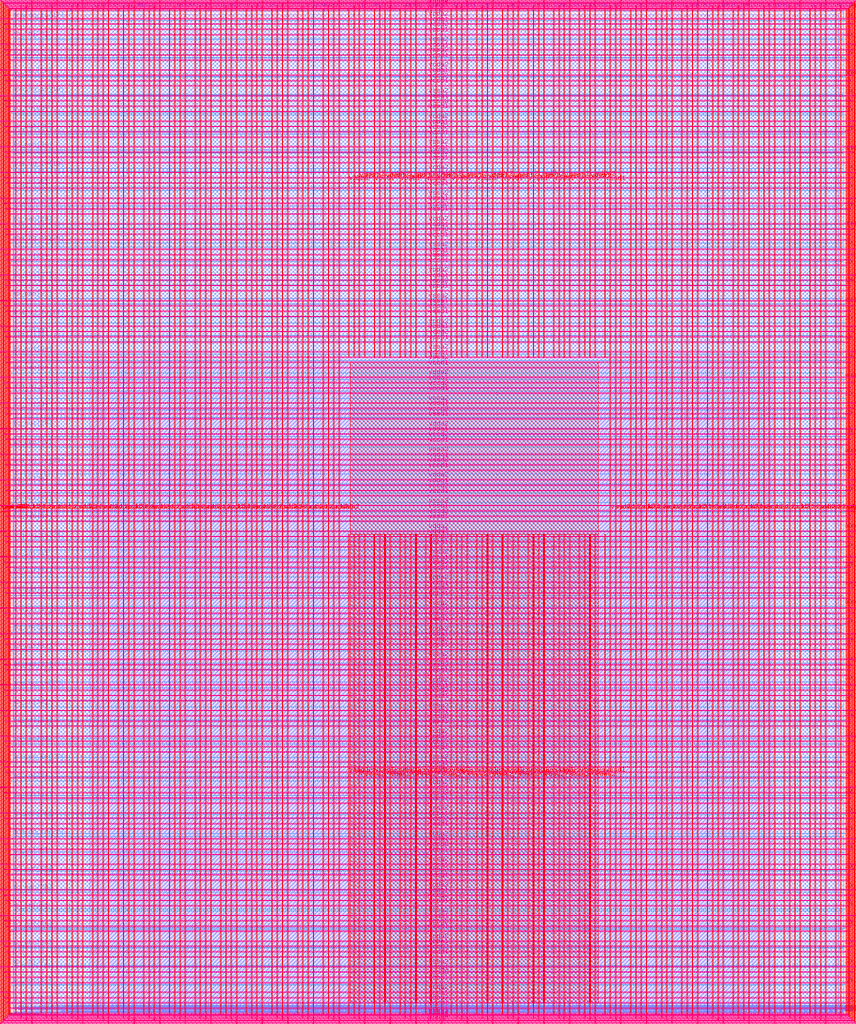
<source format=lef>
VERSION 5.7 ;
  NOWIREEXTENSIONATPIN ON ;
  DIVIDERCHAR "/" ;
  BUSBITCHARS "[]" ;
MACRO user_project_wrapper
  CLASS BLOCK ;
  FOREIGN user_project_wrapper ;
  ORIGIN 0.000 0.000 ;
  SIZE 2920.000 BY 3520.000 ;
  PIN analog_io[0]
    DIRECTION INOUT ;
    USE SIGNAL ;
    PORT
      LAYER met3 ;
        RECT 2917.600 1426.380 2924.800 1427.580 ;
    END
  END analog_io[0]
  PIN analog_io[10]
    DIRECTION INOUT ;
    USE SIGNAL ;
    PORT
      LAYER met2 ;
        RECT 2230.490 3517.600 2231.050 3524.800 ;
    END
  END analog_io[10]
  PIN analog_io[11]
    DIRECTION INOUT ;
    USE SIGNAL ;
    PORT
      LAYER met2 ;
        RECT 1905.730 3517.600 1906.290 3524.800 ;
    END
  END analog_io[11]
  PIN analog_io[12]
    DIRECTION INOUT ;
    USE SIGNAL ;
    PORT
      LAYER met2 ;
        RECT 1581.430 3517.600 1581.990 3524.800 ;
    END
  END analog_io[12]
  PIN analog_io[13]
    DIRECTION INOUT ;
    USE SIGNAL ;
    PORT
      LAYER met2 ;
        RECT 1257.130 3517.600 1257.690 3524.800 ;
    END
  END analog_io[13]
  PIN analog_io[14]
    DIRECTION INOUT ;
    USE SIGNAL ;
    PORT
      LAYER met2 ;
        RECT 932.370 3517.600 932.930 3524.800 ;
    END
  END analog_io[14]
  PIN analog_io[15]
    DIRECTION INOUT ;
    USE SIGNAL ;
    PORT
      LAYER met2 ;
        RECT 608.070 3517.600 608.630 3524.800 ;
    END
  END analog_io[15]
  PIN analog_io[16]
    DIRECTION INOUT ;
    USE SIGNAL ;
    PORT
      LAYER met2 ;
        RECT 283.770 3517.600 284.330 3524.800 ;
    END
  END analog_io[16]
  PIN analog_io[17]
    DIRECTION INOUT ;
    USE SIGNAL ;
    PORT
      LAYER met3 ;
        RECT -4.800 3486.100 2.400 3487.300 ;
    END
  END analog_io[17]
  PIN analog_io[18]
    DIRECTION INOUT ;
    USE SIGNAL ;
    PORT
      LAYER met3 ;
        RECT -4.800 3224.980 2.400 3226.180 ;
    END
  END analog_io[18]
  PIN analog_io[19]
    DIRECTION INOUT ;
    USE SIGNAL ;
    PORT
      LAYER met3 ;
        RECT -4.800 2964.540 2.400 2965.740 ;
    END
  END analog_io[19]
  PIN analog_io[1]
    DIRECTION INOUT ;
    USE SIGNAL ;
    PORT
      LAYER met3 ;
        RECT 2917.600 1692.260 2924.800 1693.460 ;
    END
  END analog_io[1]
  PIN analog_io[20]
    DIRECTION INOUT ;
    USE SIGNAL ;
    PORT
      LAYER met3 ;
        RECT -4.800 2703.420 2.400 2704.620 ;
    END
  END analog_io[20]
  PIN analog_io[21]
    DIRECTION INOUT ;
    USE SIGNAL ;
    PORT
      LAYER met3 ;
        RECT -4.800 2442.980 2.400 2444.180 ;
    END
  END analog_io[21]
  PIN analog_io[22]
    DIRECTION INOUT ;
    USE SIGNAL ;
    PORT
      LAYER met3 ;
        RECT -4.800 2182.540 2.400 2183.740 ;
    END
  END analog_io[22]
  PIN analog_io[23]
    DIRECTION INOUT ;
    USE SIGNAL ;
    PORT
      LAYER met3 ;
        RECT -4.800 1921.420 2.400 1922.620 ;
    END
  END analog_io[23]
  PIN analog_io[24]
    DIRECTION INOUT ;
    USE SIGNAL ;
    PORT
      LAYER met3 ;
        RECT -4.800 1660.980 2.400 1662.180 ;
    END
  END analog_io[24]
  PIN analog_io[25]
    DIRECTION INOUT ;
    USE SIGNAL ;
    PORT
      LAYER met3 ;
        RECT -4.800 1399.860 2.400 1401.060 ;
    END
  END analog_io[25]
  PIN analog_io[26]
    DIRECTION INOUT ;
    USE SIGNAL ;
    PORT
      LAYER met3 ;
        RECT -4.800 1139.420 2.400 1140.620 ;
    END
  END analog_io[26]
  PIN analog_io[27]
    DIRECTION INOUT ;
    USE SIGNAL ;
    PORT
      LAYER met3 ;
        RECT -4.800 878.980 2.400 880.180 ;
    END
  END analog_io[27]
  PIN analog_io[28]
    DIRECTION INOUT ;
    USE SIGNAL ;
    PORT
      LAYER met3 ;
        RECT -4.800 617.860 2.400 619.060 ;
    END
  END analog_io[28]
  PIN analog_io[2]
    DIRECTION INOUT ;
    USE SIGNAL ;
    PORT
      LAYER met3 ;
        RECT 2917.600 1958.140 2924.800 1959.340 ;
    END
  END analog_io[2]
  PIN analog_io[3]
    DIRECTION INOUT ;
    USE SIGNAL ;
    PORT
      LAYER met3 ;
        RECT 2917.600 2223.340 2924.800 2224.540 ;
    END
  END analog_io[3]
  PIN analog_io[4]
    DIRECTION INOUT ;
    USE SIGNAL ;
    PORT
      LAYER met3 ;
        RECT 2917.600 2489.220 2924.800 2490.420 ;
    END
  END analog_io[4]
  PIN analog_io[5]
    DIRECTION INOUT ;
    USE SIGNAL ;
    PORT
      LAYER met3 ;
        RECT 2917.600 2755.100 2924.800 2756.300 ;
    END
  END analog_io[5]
  PIN analog_io[6]
    DIRECTION INOUT ;
    USE SIGNAL ;
    PORT
      LAYER met3 ;
        RECT 2917.600 3020.300 2924.800 3021.500 ;
    END
  END analog_io[6]
  PIN analog_io[7]
    DIRECTION INOUT ;
    USE SIGNAL ;
    PORT
      LAYER met3 ;
        RECT 2917.600 3286.180 2924.800 3287.380 ;
    END
  END analog_io[7]
  PIN analog_io[8]
    DIRECTION INOUT ;
    USE SIGNAL ;
    PORT
      LAYER met2 ;
        RECT 2879.090 3517.600 2879.650 3524.800 ;
    END
  END analog_io[8]
  PIN analog_io[9]
    DIRECTION INOUT ;
    USE SIGNAL ;
    PORT
      LAYER met2 ;
        RECT 2554.790 3517.600 2555.350 3524.800 ;
    END
  END analog_io[9]
  PIN io_in[0]
    DIRECTION INPUT ;
    USE SIGNAL ;
    PORT
      LAYER met3 ;
        RECT 2917.600 32.380 2924.800 33.580 ;
    END
  END io_in[0]
  PIN io_in[10]
    DIRECTION INPUT ;
    USE SIGNAL ;
    PORT
      LAYER met3 ;
        RECT 2917.600 2289.980 2924.800 2291.180 ;
    END
  END io_in[10]
  PIN io_in[11]
    DIRECTION INPUT ;
    USE SIGNAL ;
    PORT
      LAYER met3 ;
        RECT 2917.600 2555.860 2924.800 2557.060 ;
    END
  END io_in[11]
  PIN io_in[12]
    DIRECTION INPUT ;
    USE SIGNAL ;
    PORT
      LAYER met3 ;
        RECT 2917.600 2821.060 2924.800 2822.260 ;
    END
  END io_in[12]
  PIN io_in[13]
    DIRECTION INPUT ;
    USE SIGNAL ;
    PORT
      LAYER met3 ;
        RECT 2917.600 3086.940 2924.800 3088.140 ;
    END
  END io_in[13]
  PIN io_in[14]
    DIRECTION INPUT ;
    USE SIGNAL ;
    PORT
      LAYER met3 ;
        RECT 2917.600 3352.820 2924.800 3354.020 ;
    END
  END io_in[14]
  PIN io_in[15]
    DIRECTION INPUT ;
    USE SIGNAL ;
    PORT
      LAYER met2 ;
        RECT 2798.130 3517.600 2798.690 3524.800 ;
    END
  END io_in[15]
  PIN io_in[16]
    DIRECTION INPUT ;
    USE SIGNAL ;
    PORT
      LAYER met2 ;
        RECT 2473.830 3517.600 2474.390 3524.800 ;
    END
  END io_in[16]
  PIN io_in[17]
    DIRECTION INPUT ;
    USE SIGNAL ;
    PORT
      LAYER met2 ;
        RECT 2149.070 3517.600 2149.630 3524.800 ;
    END
  END io_in[17]
  PIN io_in[18]
    DIRECTION INPUT ;
    USE SIGNAL ;
    PORT
      LAYER met2 ;
        RECT 1824.770 3517.600 1825.330 3524.800 ;
    END
  END io_in[18]
  PIN io_in[19]
    DIRECTION INPUT ;
    USE SIGNAL ;
    PORT
      LAYER met2 ;
        RECT 1500.470 3517.600 1501.030 3524.800 ;
    END
  END io_in[19]
  PIN io_in[1]
    DIRECTION INPUT ;
    USE SIGNAL ;
    PORT
      LAYER met3 ;
        RECT 2917.600 230.940 2924.800 232.140 ;
    END
  END io_in[1]
  PIN io_in[20]
    DIRECTION INPUT ;
    USE SIGNAL ;
    PORT
      LAYER met2 ;
        RECT 1175.710 3517.600 1176.270 3524.800 ;
    END
  END io_in[20]
  PIN io_in[21]
    DIRECTION INPUT ;
    USE SIGNAL ;
    PORT
      LAYER met2 ;
        RECT 851.410 3517.600 851.970 3524.800 ;
    END
  END io_in[21]
  PIN io_in[22]
    DIRECTION INPUT ;
    USE SIGNAL ;
    PORT
      LAYER met2 ;
        RECT 527.110 3517.600 527.670 3524.800 ;
    END
  END io_in[22]
  PIN io_in[23]
    DIRECTION INPUT ;
    USE SIGNAL ;
    PORT
      LAYER met2 ;
        RECT 202.350 3517.600 202.910 3524.800 ;
    END
  END io_in[23]
  PIN io_in[24]
    DIRECTION INPUT ;
    USE SIGNAL ;
    PORT
      LAYER met3 ;
        RECT -4.800 3420.820 2.400 3422.020 ;
    END
  END io_in[24]
  PIN io_in[25]
    DIRECTION INPUT ;
    USE SIGNAL ;
    PORT
      LAYER met3 ;
        RECT -4.800 3159.700 2.400 3160.900 ;
    END
  END io_in[25]
  PIN io_in[26]
    DIRECTION INPUT ;
    USE SIGNAL ;
    PORT
      LAYER met3 ;
        RECT -4.800 2899.260 2.400 2900.460 ;
    END
  END io_in[26]
  PIN io_in[27]
    DIRECTION INPUT ;
    USE SIGNAL ;
    PORT
      LAYER met3 ;
        RECT -4.800 2638.820 2.400 2640.020 ;
    END
  END io_in[27]
  PIN io_in[28]
    DIRECTION INPUT ;
    USE SIGNAL ;
    PORT
      LAYER met3 ;
        RECT -4.800 2377.700 2.400 2378.900 ;
    END
  END io_in[28]
  PIN io_in[29]
    DIRECTION INPUT ;
    USE SIGNAL ;
    PORT
      LAYER met3 ;
        RECT -4.800 2117.260 2.400 2118.460 ;
    END
  END io_in[29]
  PIN io_in[2]
    DIRECTION INPUT ;
    USE SIGNAL ;
    PORT
      LAYER met3 ;
        RECT 2917.600 430.180 2924.800 431.380 ;
    END
  END io_in[2]
  PIN io_in[30]
    DIRECTION INPUT ;
    USE SIGNAL ;
    PORT
      LAYER met3 ;
        RECT -4.800 1856.140 2.400 1857.340 ;
    END
  END io_in[30]
  PIN io_in[31]
    DIRECTION INPUT ;
    USE SIGNAL ;
    PORT
      LAYER met3 ;
        RECT -4.800 1595.700 2.400 1596.900 ;
    END
  END io_in[31]
  PIN io_in[32]
    DIRECTION INPUT ;
    USE SIGNAL ;
    PORT
      LAYER met3 ;
        RECT -4.800 1335.260 2.400 1336.460 ;
    END
  END io_in[32]
  PIN io_in[33]
    DIRECTION INPUT ;
    USE SIGNAL ;
    PORT
      LAYER met3 ;
        RECT -4.800 1074.140 2.400 1075.340 ;
    END
  END io_in[33]
  PIN io_in[34]
    DIRECTION INPUT ;
    USE SIGNAL ;
    PORT
      LAYER met3 ;
        RECT -4.800 813.700 2.400 814.900 ;
    END
  END io_in[34]
  PIN io_in[35]
    DIRECTION INPUT ;
    USE SIGNAL ;
    PORT
      LAYER met3 ;
        RECT -4.800 552.580 2.400 553.780 ;
    END
  END io_in[35]
  PIN io_in[36]
    DIRECTION INPUT ;
    USE SIGNAL ;
    PORT
      LAYER met3 ;
        RECT -4.800 357.420 2.400 358.620 ;
    END
  END io_in[36]
  PIN io_in[37]
    DIRECTION INPUT ;
    USE SIGNAL ;
    PORT
      LAYER met3 ;
        RECT -4.800 161.580 2.400 162.780 ;
    END
  END io_in[37]
  PIN io_in[3]
    DIRECTION INPUT ;
    USE SIGNAL ;
    PORT
      LAYER met3 ;
        RECT 2917.600 629.420 2924.800 630.620 ;
    END
  END io_in[3]
  PIN io_in[4]
    DIRECTION INPUT ;
    USE SIGNAL ;
    PORT
      LAYER met3 ;
        RECT 2917.600 828.660 2924.800 829.860 ;
    END
  END io_in[4]
  PIN io_in[5]
    DIRECTION INPUT ;
    USE SIGNAL ;
    PORT
      LAYER met3 ;
        RECT 2917.600 1027.900 2924.800 1029.100 ;
    END
  END io_in[5]
  PIN io_in[6]
    DIRECTION INPUT ;
    USE SIGNAL ;
    PORT
      LAYER met3 ;
        RECT 2917.600 1227.140 2924.800 1228.340 ;
    END
  END io_in[6]
  PIN io_in[7]
    DIRECTION INPUT ;
    USE SIGNAL ;
    PORT
      LAYER met3 ;
        RECT 2917.600 1493.020 2924.800 1494.220 ;
    END
  END io_in[7]
  PIN io_in[8]
    DIRECTION INPUT ;
    USE SIGNAL ;
    PORT
      LAYER met3 ;
        RECT 2917.600 1758.900 2924.800 1760.100 ;
    END
  END io_in[8]
  PIN io_in[9]
    DIRECTION INPUT ;
    USE SIGNAL ;
    PORT
      LAYER met3 ;
        RECT 2917.600 2024.100 2924.800 2025.300 ;
    END
  END io_in[9]
  PIN io_oeb[0]
    DIRECTION OUTPUT TRISTATE ;
    USE SIGNAL ;
    PORT
      LAYER met3 ;
        RECT 2917.600 164.980 2924.800 166.180 ;
    END
  END io_oeb[0]
  PIN io_oeb[10]
    DIRECTION OUTPUT TRISTATE ;
    USE SIGNAL ;
    PORT
      LAYER met3 ;
        RECT 2917.600 2422.580 2924.800 2423.780 ;
    END
  END io_oeb[10]
  PIN io_oeb[11]
    DIRECTION OUTPUT TRISTATE ;
    USE SIGNAL ;
    PORT
      LAYER met3 ;
        RECT 2917.600 2688.460 2924.800 2689.660 ;
    END
  END io_oeb[11]
  PIN io_oeb[12]
    DIRECTION OUTPUT TRISTATE ;
    USE SIGNAL ;
    PORT
      LAYER met3 ;
        RECT 2917.600 2954.340 2924.800 2955.540 ;
    END
  END io_oeb[12]
  PIN io_oeb[13]
    DIRECTION OUTPUT TRISTATE ;
    USE SIGNAL ;
    PORT
      LAYER met3 ;
        RECT 2917.600 3219.540 2924.800 3220.740 ;
    END
  END io_oeb[13]
  PIN io_oeb[14]
    DIRECTION OUTPUT TRISTATE ;
    USE SIGNAL ;
    PORT
      LAYER met3 ;
        RECT 2917.600 3485.420 2924.800 3486.620 ;
    END
  END io_oeb[14]
  PIN io_oeb[15]
    DIRECTION OUTPUT TRISTATE ;
    USE SIGNAL ;
    PORT
      LAYER met2 ;
        RECT 2635.750 3517.600 2636.310 3524.800 ;
    END
  END io_oeb[15]
  PIN io_oeb[16]
    DIRECTION OUTPUT TRISTATE ;
    USE SIGNAL ;
    PORT
      LAYER met2 ;
        RECT 2311.450 3517.600 2312.010 3524.800 ;
    END
  END io_oeb[16]
  PIN io_oeb[17]
    DIRECTION OUTPUT TRISTATE ;
    USE SIGNAL ;
    PORT
      LAYER met2 ;
        RECT 1987.150 3517.600 1987.710 3524.800 ;
    END
  END io_oeb[17]
  PIN io_oeb[18]
    DIRECTION OUTPUT TRISTATE ;
    USE SIGNAL ;
    PORT
      LAYER met2 ;
        RECT 1662.390 3517.600 1662.950 3524.800 ;
    END
  END io_oeb[18]
  PIN io_oeb[19]
    DIRECTION OUTPUT TRISTATE ;
    USE SIGNAL ;
    PORT
      LAYER met2 ;
        RECT 1338.090 3517.600 1338.650 3524.800 ;
    END
  END io_oeb[19]
  PIN io_oeb[1]
    DIRECTION OUTPUT TRISTATE ;
    USE SIGNAL ;
    PORT
      LAYER met3 ;
        RECT 2917.600 364.220 2924.800 365.420 ;
    END
  END io_oeb[1]
  PIN io_oeb[20]
    DIRECTION OUTPUT TRISTATE ;
    USE SIGNAL ;
    PORT
      LAYER met2 ;
        RECT 1013.790 3517.600 1014.350 3524.800 ;
    END
  END io_oeb[20]
  PIN io_oeb[21]
    DIRECTION OUTPUT TRISTATE ;
    USE SIGNAL ;
    PORT
      LAYER met2 ;
        RECT 689.030 3517.600 689.590 3524.800 ;
    END
  END io_oeb[21]
  PIN io_oeb[22]
    DIRECTION OUTPUT TRISTATE ;
    USE SIGNAL ;
    PORT
      LAYER met2 ;
        RECT 364.730 3517.600 365.290 3524.800 ;
    END
  END io_oeb[22]
  PIN io_oeb[23]
    DIRECTION OUTPUT TRISTATE ;
    USE SIGNAL ;
    PORT
      LAYER met2 ;
        RECT 40.430 3517.600 40.990 3524.800 ;
    END
  END io_oeb[23]
  PIN io_oeb[24]
    DIRECTION OUTPUT TRISTATE ;
    USE SIGNAL ;
    PORT
      LAYER met3 ;
        RECT -4.800 3290.260 2.400 3291.460 ;
    END
  END io_oeb[24]
  PIN io_oeb[25]
    DIRECTION OUTPUT TRISTATE ;
    USE SIGNAL ;
    PORT
      LAYER met3 ;
        RECT -4.800 3029.820 2.400 3031.020 ;
    END
  END io_oeb[25]
  PIN io_oeb[26]
    DIRECTION OUTPUT TRISTATE ;
    USE SIGNAL ;
    PORT
      LAYER met3 ;
        RECT -4.800 2768.700 2.400 2769.900 ;
    END
  END io_oeb[26]
  PIN io_oeb[27]
    DIRECTION OUTPUT TRISTATE ;
    USE SIGNAL ;
    PORT
      LAYER met3 ;
        RECT -4.800 2508.260 2.400 2509.460 ;
    END
  END io_oeb[27]
  PIN io_oeb[28]
    DIRECTION OUTPUT TRISTATE ;
    USE SIGNAL ;
    PORT
      LAYER met3 ;
        RECT -4.800 2247.140 2.400 2248.340 ;
    END
  END io_oeb[28]
  PIN io_oeb[29]
    DIRECTION OUTPUT TRISTATE ;
    USE SIGNAL ;
    PORT
      LAYER met3 ;
        RECT -4.800 1986.700 2.400 1987.900 ;
    END
  END io_oeb[29]
  PIN io_oeb[2]
    DIRECTION OUTPUT TRISTATE ;
    USE SIGNAL ;
    PORT
      LAYER met3 ;
        RECT 2917.600 563.460 2924.800 564.660 ;
    END
  END io_oeb[2]
  PIN io_oeb[30]
    DIRECTION OUTPUT TRISTATE ;
    USE SIGNAL ;
    PORT
      LAYER met3 ;
        RECT -4.800 1726.260 2.400 1727.460 ;
    END
  END io_oeb[30]
  PIN io_oeb[31]
    DIRECTION OUTPUT TRISTATE ;
    USE SIGNAL ;
    PORT
      LAYER met3 ;
        RECT -4.800 1465.140 2.400 1466.340 ;
    END
  END io_oeb[31]
  PIN io_oeb[32]
    DIRECTION OUTPUT TRISTATE ;
    USE SIGNAL ;
    PORT
      LAYER met3 ;
        RECT -4.800 1204.700 2.400 1205.900 ;
    END
  END io_oeb[32]
  PIN io_oeb[33]
    DIRECTION OUTPUT TRISTATE ;
    USE SIGNAL ;
    PORT
      LAYER met3 ;
        RECT -4.800 943.580 2.400 944.780 ;
    END
  END io_oeb[33]
  PIN io_oeb[34]
    DIRECTION OUTPUT TRISTATE ;
    USE SIGNAL ;
    PORT
      LAYER met3 ;
        RECT -4.800 683.140 2.400 684.340 ;
    END
  END io_oeb[34]
  PIN io_oeb[35]
    DIRECTION OUTPUT TRISTATE ;
    USE SIGNAL ;
    PORT
      LAYER met3 ;
        RECT -4.800 422.700 2.400 423.900 ;
    END
  END io_oeb[35]
  PIN io_oeb[36]
    DIRECTION OUTPUT TRISTATE ;
    USE SIGNAL ;
    PORT
      LAYER met3 ;
        RECT -4.800 226.860 2.400 228.060 ;
    END
  END io_oeb[36]
  PIN io_oeb[37]
    DIRECTION OUTPUT TRISTATE ;
    USE SIGNAL ;
    PORT
      LAYER met3 ;
        RECT -4.800 31.700 2.400 32.900 ;
    END
  END io_oeb[37]
  PIN io_oeb[3]
    DIRECTION OUTPUT TRISTATE ;
    USE SIGNAL ;
    PORT
      LAYER met3 ;
        RECT 2917.600 762.700 2924.800 763.900 ;
    END
  END io_oeb[3]
  PIN io_oeb[4]
    DIRECTION OUTPUT TRISTATE ;
    USE SIGNAL ;
    PORT
      LAYER met3 ;
        RECT 2917.600 961.940 2924.800 963.140 ;
    END
  END io_oeb[4]
  PIN io_oeb[5]
    DIRECTION OUTPUT TRISTATE ;
    USE SIGNAL ;
    PORT
      LAYER met3 ;
        RECT 2917.600 1161.180 2924.800 1162.380 ;
    END
  END io_oeb[5]
  PIN io_oeb[6]
    DIRECTION OUTPUT TRISTATE ;
    USE SIGNAL ;
    PORT
      LAYER met3 ;
        RECT 2917.600 1360.420 2924.800 1361.620 ;
    END
  END io_oeb[6]
  PIN io_oeb[7]
    DIRECTION OUTPUT TRISTATE ;
    USE SIGNAL ;
    PORT
      LAYER met3 ;
        RECT 2917.600 1625.620 2924.800 1626.820 ;
    END
  END io_oeb[7]
  PIN io_oeb[8]
    DIRECTION OUTPUT TRISTATE ;
    USE SIGNAL ;
    PORT
      LAYER met3 ;
        RECT 2917.600 1891.500 2924.800 1892.700 ;
    END
  END io_oeb[8]
  PIN io_oeb[9]
    DIRECTION OUTPUT TRISTATE ;
    USE SIGNAL ;
    PORT
      LAYER met3 ;
        RECT 2917.600 2157.380 2924.800 2158.580 ;
    END
  END io_oeb[9]
  PIN io_out[0]
    DIRECTION OUTPUT TRISTATE ;
    USE SIGNAL ;
    PORT
      LAYER met3 ;
        RECT 2917.600 98.340 2924.800 99.540 ;
    END
  END io_out[0]
  PIN io_out[10]
    DIRECTION OUTPUT TRISTATE ;
    USE SIGNAL ;
    PORT
      LAYER met3 ;
        RECT 2917.600 2356.620 2924.800 2357.820 ;
    END
  END io_out[10]
  PIN io_out[11]
    DIRECTION OUTPUT TRISTATE ;
    USE SIGNAL ;
    PORT
      LAYER met3 ;
        RECT 2917.600 2621.820 2924.800 2623.020 ;
    END
  END io_out[11]
  PIN io_out[12]
    DIRECTION OUTPUT TRISTATE ;
    USE SIGNAL ;
    PORT
      LAYER met3 ;
        RECT 2917.600 2887.700 2924.800 2888.900 ;
    END
  END io_out[12]
  PIN io_out[13]
    DIRECTION OUTPUT TRISTATE ;
    USE SIGNAL ;
    PORT
      LAYER met3 ;
        RECT 2917.600 3153.580 2924.800 3154.780 ;
    END
  END io_out[13]
  PIN io_out[14]
    DIRECTION OUTPUT TRISTATE ;
    USE SIGNAL ;
    PORT
      LAYER met3 ;
        RECT 2917.600 3418.780 2924.800 3419.980 ;
    END
  END io_out[14]
  PIN io_out[15]
    DIRECTION OUTPUT TRISTATE ;
    USE SIGNAL ;
    PORT
      LAYER met2 ;
        RECT 2717.170 3517.600 2717.730 3524.800 ;
    END
  END io_out[15]
  PIN io_out[16]
    DIRECTION OUTPUT TRISTATE ;
    USE SIGNAL ;
    PORT
      LAYER met2 ;
        RECT 2392.410 3517.600 2392.970 3524.800 ;
    END
  END io_out[16]
  PIN io_out[17]
    DIRECTION OUTPUT TRISTATE ;
    USE SIGNAL ;
    PORT
      LAYER met2 ;
        RECT 2068.110 3517.600 2068.670 3524.800 ;
    END
  END io_out[17]
  PIN io_out[18]
    DIRECTION OUTPUT TRISTATE ;
    USE SIGNAL ;
    PORT
      LAYER met2 ;
        RECT 1743.810 3517.600 1744.370 3524.800 ;
    END
  END io_out[18]
  PIN io_out[19]
    DIRECTION OUTPUT TRISTATE ;
    USE SIGNAL ;
    PORT
      LAYER met2 ;
        RECT 1419.050 3517.600 1419.610 3524.800 ;
    END
  END io_out[19]
  PIN io_out[1]
    DIRECTION OUTPUT TRISTATE ;
    USE SIGNAL ;
    PORT
      LAYER met3 ;
        RECT 2917.600 297.580 2924.800 298.780 ;
    END
  END io_out[1]
  PIN io_out[20]
    DIRECTION OUTPUT TRISTATE ;
    USE SIGNAL ;
    PORT
      LAYER met2 ;
        RECT 1094.750 3517.600 1095.310 3524.800 ;
    END
  END io_out[20]
  PIN io_out[21]
    DIRECTION OUTPUT TRISTATE ;
    USE SIGNAL ;
    PORT
      LAYER met2 ;
        RECT 770.450 3517.600 771.010 3524.800 ;
    END
  END io_out[21]
  PIN io_out[22]
    DIRECTION OUTPUT TRISTATE ;
    USE SIGNAL ;
    PORT
      LAYER met2 ;
        RECT 445.690 3517.600 446.250 3524.800 ;
    END
  END io_out[22]
  PIN io_out[23]
    DIRECTION OUTPUT TRISTATE ;
    USE SIGNAL ;
    PORT
      LAYER met2 ;
        RECT 121.390 3517.600 121.950 3524.800 ;
    END
  END io_out[23]
  PIN io_out[24]
    DIRECTION OUTPUT TRISTATE ;
    USE SIGNAL ;
    PORT
      LAYER met3 ;
        RECT -4.800 3355.540 2.400 3356.740 ;
    END
  END io_out[24]
  PIN io_out[25]
    DIRECTION OUTPUT TRISTATE ;
    USE SIGNAL ;
    PORT
      LAYER met3 ;
        RECT -4.800 3095.100 2.400 3096.300 ;
    END
  END io_out[25]
  PIN io_out[26]
    DIRECTION OUTPUT TRISTATE ;
    USE SIGNAL ;
    PORT
      LAYER met3 ;
        RECT -4.800 2833.980 2.400 2835.180 ;
    END
  END io_out[26]
  PIN io_out[27]
    DIRECTION OUTPUT TRISTATE ;
    USE SIGNAL ;
    PORT
      LAYER met3 ;
        RECT -4.800 2573.540 2.400 2574.740 ;
    END
  END io_out[27]
  PIN io_out[28]
    DIRECTION OUTPUT TRISTATE ;
    USE SIGNAL ;
    PORT
      LAYER met3 ;
        RECT -4.800 2312.420 2.400 2313.620 ;
    END
  END io_out[28]
  PIN io_out[29]
    DIRECTION OUTPUT TRISTATE ;
    USE SIGNAL ;
    PORT
      LAYER met3 ;
        RECT -4.800 2051.980 2.400 2053.180 ;
    END
  END io_out[29]
  PIN io_out[2]
    DIRECTION OUTPUT TRISTATE ;
    USE SIGNAL ;
    PORT
      LAYER met3 ;
        RECT 2917.600 496.820 2924.800 498.020 ;
    END
  END io_out[2]
  PIN io_out[30]
    DIRECTION OUTPUT TRISTATE ;
    USE SIGNAL ;
    PORT
      LAYER met3 ;
        RECT -4.800 1791.540 2.400 1792.740 ;
    END
  END io_out[30]
  PIN io_out[31]
    DIRECTION OUTPUT TRISTATE ;
    USE SIGNAL ;
    PORT
      LAYER met3 ;
        RECT -4.800 1530.420 2.400 1531.620 ;
    END
  END io_out[31]
  PIN io_out[32]
    DIRECTION OUTPUT TRISTATE ;
    USE SIGNAL ;
    PORT
      LAYER met3 ;
        RECT -4.800 1269.980 2.400 1271.180 ;
    END
  END io_out[32]
  PIN io_out[33]
    DIRECTION OUTPUT TRISTATE ;
    USE SIGNAL ;
    PORT
      LAYER met3 ;
        RECT -4.800 1008.860 2.400 1010.060 ;
    END
  END io_out[33]
  PIN io_out[34]
    DIRECTION OUTPUT TRISTATE ;
    USE SIGNAL ;
    PORT
      LAYER met3 ;
        RECT -4.800 748.420 2.400 749.620 ;
    END
  END io_out[34]
  PIN io_out[35]
    DIRECTION OUTPUT TRISTATE ;
    USE SIGNAL ;
    PORT
      LAYER met3 ;
        RECT -4.800 487.300 2.400 488.500 ;
    END
  END io_out[35]
  PIN io_out[36]
    DIRECTION OUTPUT TRISTATE ;
    USE SIGNAL ;
    PORT
      LAYER met3 ;
        RECT -4.800 292.140 2.400 293.340 ;
    END
  END io_out[36]
  PIN io_out[37]
    DIRECTION OUTPUT TRISTATE ;
    USE SIGNAL ;
    PORT
      LAYER met3 ;
        RECT -4.800 96.300 2.400 97.500 ;
    END
  END io_out[37]
  PIN io_out[3]
    DIRECTION OUTPUT TRISTATE ;
    USE SIGNAL ;
    PORT
      LAYER met3 ;
        RECT 2917.600 696.060 2924.800 697.260 ;
    END
  END io_out[3]
  PIN io_out[4]
    DIRECTION OUTPUT TRISTATE ;
    USE SIGNAL ;
    PORT
      LAYER met3 ;
        RECT 2917.600 895.300 2924.800 896.500 ;
    END
  END io_out[4]
  PIN io_out[5]
    DIRECTION OUTPUT TRISTATE ;
    USE SIGNAL ;
    PORT
      LAYER met3 ;
        RECT 2917.600 1094.540 2924.800 1095.740 ;
    END
  END io_out[5]
  PIN io_out[6]
    DIRECTION OUTPUT TRISTATE ;
    USE SIGNAL ;
    PORT
      LAYER met3 ;
        RECT 2917.600 1293.780 2924.800 1294.980 ;
    END
  END io_out[6]
  PIN io_out[7]
    DIRECTION OUTPUT TRISTATE ;
    USE SIGNAL ;
    PORT
      LAYER met3 ;
        RECT 2917.600 1559.660 2924.800 1560.860 ;
    END
  END io_out[7]
  PIN io_out[8]
    DIRECTION OUTPUT TRISTATE ;
    USE SIGNAL ;
    PORT
      LAYER met3 ;
        RECT 2917.600 1824.860 2924.800 1826.060 ;
    END
  END io_out[8]
  PIN io_out[9]
    DIRECTION OUTPUT TRISTATE ;
    USE SIGNAL ;
    PORT
      LAYER met3 ;
        RECT 2917.600 2090.740 2924.800 2091.940 ;
    END
  END io_out[9]
  PIN la_data_in[0]
    DIRECTION INPUT ;
    USE SIGNAL ;
    PORT
      LAYER met2 ;
        RECT 629.230 -4.800 629.790 2.400 ;
    END
  END la_data_in[0]
  PIN la_data_in[100]
    DIRECTION INPUT ;
    USE SIGNAL ;
    PORT
      LAYER met2 ;
        RECT 2402.530 -4.800 2403.090 2.400 ;
    END
  END la_data_in[100]
  PIN la_data_in[101]
    DIRECTION INPUT ;
    USE SIGNAL ;
    PORT
      LAYER met2 ;
        RECT 2420.010 -4.800 2420.570 2.400 ;
    END
  END la_data_in[101]
  PIN la_data_in[102]
    DIRECTION INPUT ;
    USE SIGNAL ;
    PORT
      LAYER met2 ;
        RECT 2437.950 -4.800 2438.510 2.400 ;
    END
  END la_data_in[102]
  PIN la_data_in[103]
    DIRECTION INPUT ;
    USE SIGNAL ;
    PORT
      LAYER met2 ;
        RECT 2455.430 -4.800 2455.990 2.400 ;
    END
  END la_data_in[103]
  PIN la_data_in[104]
    DIRECTION INPUT ;
    USE SIGNAL ;
    PORT
      LAYER met2 ;
        RECT 2473.370 -4.800 2473.930 2.400 ;
    END
  END la_data_in[104]
  PIN la_data_in[105]
    DIRECTION INPUT ;
    USE SIGNAL ;
    PORT
      LAYER met2 ;
        RECT 2490.850 -4.800 2491.410 2.400 ;
    END
  END la_data_in[105]
  PIN la_data_in[106]
    DIRECTION INPUT ;
    USE SIGNAL ;
    PORT
      LAYER met2 ;
        RECT 2508.790 -4.800 2509.350 2.400 ;
    END
  END la_data_in[106]
  PIN la_data_in[107]
    DIRECTION INPUT ;
    USE SIGNAL ;
    PORT
      LAYER met2 ;
        RECT 2526.730 -4.800 2527.290 2.400 ;
    END
  END la_data_in[107]
  PIN la_data_in[108]
    DIRECTION INPUT ;
    USE SIGNAL ;
    PORT
      LAYER met2 ;
        RECT 2544.210 -4.800 2544.770 2.400 ;
    END
  END la_data_in[108]
  PIN la_data_in[109]
    DIRECTION INPUT ;
    USE SIGNAL ;
    PORT
      LAYER met2 ;
        RECT 2562.150 -4.800 2562.710 2.400 ;
    END
  END la_data_in[109]
  PIN la_data_in[10]
    DIRECTION INPUT ;
    USE SIGNAL ;
    PORT
      LAYER met2 ;
        RECT 806.330 -4.800 806.890 2.400 ;
    END
  END la_data_in[10]
  PIN la_data_in[110]
    DIRECTION INPUT ;
    USE SIGNAL ;
    PORT
      LAYER met2 ;
        RECT 2579.630 -4.800 2580.190 2.400 ;
    END
  END la_data_in[110]
  PIN la_data_in[111]
    DIRECTION INPUT ;
    USE SIGNAL ;
    PORT
      LAYER met2 ;
        RECT 2597.570 -4.800 2598.130 2.400 ;
    END
  END la_data_in[111]
  PIN la_data_in[112]
    DIRECTION INPUT ;
    USE SIGNAL ;
    PORT
      LAYER met2 ;
        RECT 2615.050 -4.800 2615.610 2.400 ;
    END
  END la_data_in[112]
  PIN la_data_in[113]
    DIRECTION INPUT ;
    USE SIGNAL ;
    PORT
      LAYER met2 ;
        RECT 2632.990 -4.800 2633.550 2.400 ;
    END
  END la_data_in[113]
  PIN la_data_in[114]
    DIRECTION INPUT ;
    USE SIGNAL ;
    PORT
      LAYER met2 ;
        RECT 2650.470 -4.800 2651.030 2.400 ;
    END
  END la_data_in[114]
  PIN la_data_in[115]
    DIRECTION INPUT ;
    USE SIGNAL ;
    PORT
      LAYER met2 ;
        RECT 2668.410 -4.800 2668.970 2.400 ;
    END
  END la_data_in[115]
  PIN la_data_in[116]
    DIRECTION INPUT ;
    USE SIGNAL ;
    PORT
      LAYER met2 ;
        RECT 2685.890 -4.800 2686.450 2.400 ;
    END
  END la_data_in[116]
  PIN la_data_in[117]
    DIRECTION INPUT ;
    USE SIGNAL ;
    PORT
      LAYER met2 ;
        RECT 2703.830 -4.800 2704.390 2.400 ;
    END
  END la_data_in[117]
  PIN la_data_in[118]
    DIRECTION INPUT ;
    USE SIGNAL ;
    PORT
      LAYER met2 ;
        RECT 2721.770 -4.800 2722.330 2.400 ;
    END
  END la_data_in[118]
  PIN la_data_in[119]
    DIRECTION INPUT ;
    USE SIGNAL ;
    PORT
      LAYER met2 ;
        RECT 2739.250 -4.800 2739.810 2.400 ;
    END
  END la_data_in[119]
  PIN la_data_in[11]
    DIRECTION INPUT ;
    USE SIGNAL ;
    PORT
      LAYER met2 ;
        RECT 824.270 -4.800 824.830 2.400 ;
    END
  END la_data_in[11]
  PIN la_data_in[120]
    DIRECTION INPUT ;
    USE SIGNAL ;
    PORT
      LAYER met2 ;
        RECT 2757.190 -4.800 2757.750 2.400 ;
    END
  END la_data_in[120]
  PIN la_data_in[121]
    DIRECTION INPUT ;
    USE SIGNAL ;
    PORT
      LAYER met2 ;
        RECT 2774.670 -4.800 2775.230 2.400 ;
    END
  END la_data_in[121]
  PIN la_data_in[122]
    DIRECTION INPUT ;
    USE SIGNAL ;
    PORT
      LAYER met2 ;
        RECT 2792.610 -4.800 2793.170 2.400 ;
    END
  END la_data_in[122]
  PIN la_data_in[123]
    DIRECTION INPUT ;
    USE SIGNAL ;
    PORT
      LAYER met2 ;
        RECT 2810.090 -4.800 2810.650 2.400 ;
    END
  END la_data_in[123]
  PIN la_data_in[124]
    DIRECTION INPUT ;
    USE SIGNAL ;
    PORT
      LAYER met2 ;
        RECT 2828.030 -4.800 2828.590 2.400 ;
    END
  END la_data_in[124]
  PIN la_data_in[125]
    DIRECTION INPUT ;
    USE SIGNAL ;
    PORT
      LAYER met2 ;
        RECT 2845.510 -4.800 2846.070 2.400 ;
    END
  END la_data_in[125]
  PIN la_data_in[126]
    DIRECTION INPUT ;
    USE SIGNAL ;
    PORT
      LAYER met2 ;
        RECT 2863.450 -4.800 2864.010 2.400 ;
    END
  END la_data_in[126]
  PIN la_data_in[127]
    DIRECTION INPUT ;
    USE SIGNAL ;
    PORT
      LAYER met2 ;
        RECT 2881.390 -4.800 2881.950 2.400 ;
    END
  END la_data_in[127]
  PIN la_data_in[12]
    DIRECTION INPUT ;
    USE SIGNAL ;
    PORT
      LAYER met2 ;
        RECT 841.750 -4.800 842.310 2.400 ;
    END
  END la_data_in[12]
  PIN la_data_in[13]
    DIRECTION INPUT ;
    USE SIGNAL ;
    PORT
      LAYER met2 ;
        RECT 859.690 -4.800 860.250 2.400 ;
    END
  END la_data_in[13]
  PIN la_data_in[14]
    DIRECTION INPUT ;
    USE SIGNAL ;
    PORT
      LAYER met2 ;
        RECT 877.170 -4.800 877.730 2.400 ;
    END
  END la_data_in[14]
  PIN la_data_in[15]
    DIRECTION INPUT ;
    USE SIGNAL ;
    PORT
      LAYER met2 ;
        RECT 895.110 -4.800 895.670 2.400 ;
    END
  END la_data_in[15]
  PIN la_data_in[16]
    DIRECTION INPUT ;
    USE SIGNAL ;
    PORT
      LAYER met2 ;
        RECT 912.590 -4.800 913.150 2.400 ;
    END
  END la_data_in[16]
  PIN la_data_in[17]
    DIRECTION INPUT ;
    USE SIGNAL ;
    PORT
      LAYER met2 ;
        RECT 930.530 -4.800 931.090 2.400 ;
    END
  END la_data_in[17]
  PIN la_data_in[18]
    DIRECTION INPUT ;
    USE SIGNAL ;
    PORT
      LAYER met2 ;
        RECT 948.470 -4.800 949.030 2.400 ;
    END
  END la_data_in[18]
  PIN la_data_in[19]
    DIRECTION INPUT ;
    USE SIGNAL ;
    PORT
      LAYER met2 ;
        RECT 965.950 -4.800 966.510 2.400 ;
    END
  END la_data_in[19]
  PIN la_data_in[1]
    DIRECTION INPUT ;
    USE SIGNAL ;
    PORT
      LAYER met2 ;
        RECT 646.710 -4.800 647.270 2.400 ;
    END
  END la_data_in[1]
  PIN la_data_in[20]
    DIRECTION INPUT ;
    USE SIGNAL ;
    PORT
      LAYER met2 ;
        RECT 983.890 -4.800 984.450 2.400 ;
    END
  END la_data_in[20]
  PIN la_data_in[21]
    DIRECTION INPUT ;
    USE SIGNAL ;
    PORT
      LAYER met2 ;
        RECT 1001.370 -4.800 1001.930 2.400 ;
    END
  END la_data_in[21]
  PIN la_data_in[22]
    DIRECTION INPUT ;
    USE SIGNAL ;
    PORT
      LAYER met2 ;
        RECT 1019.310 -4.800 1019.870 2.400 ;
    END
  END la_data_in[22]
  PIN la_data_in[23]
    DIRECTION INPUT ;
    USE SIGNAL ;
    PORT
      LAYER met2 ;
        RECT 1036.790 -4.800 1037.350 2.400 ;
    END
  END la_data_in[23]
  PIN la_data_in[24]
    DIRECTION INPUT ;
    USE SIGNAL ;
    PORT
      LAYER met2 ;
        RECT 1054.730 -4.800 1055.290 2.400 ;
    END
  END la_data_in[24]
  PIN la_data_in[25]
    DIRECTION INPUT ;
    USE SIGNAL ;
    PORT
      LAYER met2 ;
        RECT 1072.210 -4.800 1072.770 2.400 ;
    END
  END la_data_in[25]
  PIN la_data_in[26]
    DIRECTION INPUT ;
    USE SIGNAL ;
    PORT
      LAYER met2 ;
        RECT 1090.150 -4.800 1090.710 2.400 ;
    END
  END la_data_in[26]
  PIN la_data_in[27]
    DIRECTION INPUT ;
    USE SIGNAL ;
    PORT
      LAYER met2 ;
        RECT 1107.630 -4.800 1108.190 2.400 ;
    END
  END la_data_in[27]
  PIN la_data_in[28]
    DIRECTION INPUT ;
    USE SIGNAL ;
    PORT
      LAYER met2 ;
        RECT 1125.570 -4.800 1126.130 2.400 ;
    END
  END la_data_in[28]
  PIN la_data_in[29]
    DIRECTION INPUT ;
    USE SIGNAL ;
    PORT
      LAYER met2 ;
        RECT 1143.510 -4.800 1144.070 2.400 ;
    END
  END la_data_in[29]
  PIN la_data_in[2]
    DIRECTION INPUT ;
    USE SIGNAL ;
    PORT
      LAYER met2 ;
        RECT 664.650 -4.800 665.210 2.400 ;
    END
  END la_data_in[2]
  PIN la_data_in[30]
    DIRECTION INPUT ;
    USE SIGNAL ;
    PORT
      LAYER met2 ;
        RECT 1160.990 -4.800 1161.550 2.400 ;
    END
  END la_data_in[30]
  PIN la_data_in[31]
    DIRECTION INPUT ;
    USE SIGNAL ;
    PORT
      LAYER met2 ;
        RECT 1178.930 -4.800 1179.490 2.400 ;
    END
  END la_data_in[31]
  PIN la_data_in[32]
    DIRECTION INPUT ;
    USE SIGNAL ;
    PORT
      LAYER met2 ;
        RECT 1196.410 -4.800 1196.970 2.400 ;
    END
  END la_data_in[32]
  PIN la_data_in[33]
    DIRECTION INPUT ;
    USE SIGNAL ;
    PORT
      LAYER met2 ;
        RECT 1214.350 -4.800 1214.910 2.400 ;
    END
  END la_data_in[33]
  PIN la_data_in[34]
    DIRECTION INPUT ;
    USE SIGNAL ;
    PORT
      LAYER met2 ;
        RECT 1231.830 -4.800 1232.390 2.400 ;
    END
  END la_data_in[34]
  PIN la_data_in[35]
    DIRECTION INPUT ;
    USE SIGNAL ;
    PORT
      LAYER met2 ;
        RECT 1249.770 -4.800 1250.330 2.400 ;
    END
  END la_data_in[35]
  PIN la_data_in[36]
    DIRECTION INPUT ;
    USE SIGNAL ;
    PORT
      LAYER met2 ;
        RECT 1267.250 -4.800 1267.810 2.400 ;
    END
  END la_data_in[36]
  PIN la_data_in[37]
    DIRECTION INPUT ;
    USE SIGNAL ;
    PORT
      LAYER met2 ;
        RECT 1285.190 -4.800 1285.750 2.400 ;
    END
  END la_data_in[37]
  PIN la_data_in[38]
    DIRECTION INPUT ;
    USE SIGNAL ;
    PORT
      LAYER met2 ;
        RECT 1303.130 -4.800 1303.690 2.400 ;
    END
  END la_data_in[38]
  PIN la_data_in[39]
    DIRECTION INPUT ;
    USE SIGNAL ;
    PORT
      LAYER met2 ;
        RECT 1320.610 -4.800 1321.170 2.400 ;
    END
  END la_data_in[39]
  PIN la_data_in[3]
    DIRECTION INPUT ;
    USE SIGNAL ;
    PORT
      LAYER met2 ;
        RECT 682.130 -4.800 682.690 2.400 ;
    END
  END la_data_in[3]
  PIN la_data_in[40]
    DIRECTION INPUT ;
    USE SIGNAL ;
    PORT
      LAYER met2 ;
        RECT 1338.550 -4.800 1339.110 2.400 ;
    END
  END la_data_in[40]
  PIN la_data_in[41]
    DIRECTION INPUT ;
    USE SIGNAL ;
    PORT
      LAYER met2 ;
        RECT 1356.030 -4.800 1356.590 2.400 ;
    END
  END la_data_in[41]
  PIN la_data_in[42]
    DIRECTION INPUT ;
    USE SIGNAL ;
    PORT
      LAYER met2 ;
        RECT 1373.970 -4.800 1374.530 2.400 ;
    END
  END la_data_in[42]
  PIN la_data_in[43]
    DIRECTION INPUT ;
    USE SIGNAL ;
    PORT
      LAYER met2 ;
        RECT 1391.450 -4.800 1392.010 2.400 ;
    END
  END la_data_in[43]
  PIN la_data_in[44]
    DIRECTION INPUT ;
    USE SIGNAL ;
    PORT
      LAYER met2 ;
        RECT 1409.390 -4.800 1409.950 2.400 ;
    END
  END la_data_in[44]
  PIN la_data_in[45]
    DIRECTION INPUT ;
    USE SIGNAL ;
    PORT
      LAYER met2 ;
        RECT 1426.870 -4.800 1427.430 2.400 ;
    END
  END la_data_in[45]
  PIN la_data_in[46]
    DIRECTION INPUT ;
    USE SIGNAL ;
    PORT
      LAYER met2 ;
        RECT 1444.810 -4.800 1445.370 2.400 ;
    END
  END la_data_in[46]
  PIN la_data_in[47]
    DIRECTION INPUT ;
    USE SIGNAL ;
    PORT
      LAYER met2 ;
        RECT 1462.750 -4.800 1463.310 2.400 ;
    END
  END la_data_in[47]
  PIN la_data_in[48]
    DIRECTION INPUT ;
    USE SIGNAL ;
    PORT
      LAYER met2 ;
        RECT 1480.230 -4.800 1480.790 2.400 ;
    END
  END la_data_in[48]
  PIN la_data_in[49]
    DIRECTION INPUT ;
    USE SIGNAL ;
    PORT
      LAYER met2 ;
        RECT 1498.170 -4.800 1498.730 2.400 ;
    END
  END la_data_in[49]
  PIN la_data_in[4]
    DIRECTION INPUT ;
    USE SIGNAL ;
    PORT
      LAYER met2 ;
        RECT 700.070 -4.800 700.630 2.400 ;
    END
  END la_data_in[4]
  PIN la_data_in[50]
    DIRECTION INPUT ;
    USE SIGNAL ;
    PORT
      LAYER met2 ;
        RECT 1515.650 -4.800 1516.210 2.400 ;
    END
  END la_data_in[50]
  PIN la_data_in[51]
    DIRECTION INPUT ;
    USE SIGNAL ;
    PORT
      LAYER met2 ;
        RECT 1533.590 -4.800 1534.150 2.400 ;
    END
  END la_data_in[51]
  PIN la_data_in[52]
    DIRECTION INPUT ;
    USE SIGNAL ;
    PORT
      LAYER met2 ;
        RECT 1551.070 -4.800 1551.630 2.400 ;
    END
  END la_data_in[52]
  PIN la_data_in[53]
    DIRECTION INPUT ;
    USE SIGNAL ;
    PORT
      LAYER met2 ;
        RECT 1569.010 -4.800 1569.570 2.400 ;
    END
  END la_data_in[53]
  PIN la_data_in[54]
    DIRECTION INPUT ;
    USE SIGNAL ;
    PORT
      LAYER met2 ;
        RECT 1586.490 -4.800 1587.050 2.400 ;
    END
  END la_data_in[54]
  PIN la_data_in[55]
    DIRECTION INPUT ;
    USE SIGNAL ;
    PORT
      LAYER met2 ;
        RECT 1604.430 -4.800 1604.990 2.400 ;
    END
  END la_data_in[55]
  PIN la_data_in[56]
    DIRECTION INPUT ;
    USE SIGNAL ;
    PORT
      LAYER met2 ;
        RECT 1621.910 -4.800 1622.470 2.400 ;
    END
  END la_data_in[56]
  PIN la_data_in[57]
    DIRECTION INPUT ;
    USE SIGNAL ;
    PORT
      LAYER met2 ;
        RECT 1639.850 -4.800 1640.410 2.400 ;
    END
  END la_data_in[57]
  PIN la_data_in[58]
    DIRECTION INPUT ;
    USE SIGNAL ;
    PORT
      LAYER met2 ;
        RECT 1657.790 -4.800 1658.350 2.400 ;
    END
  END la_data_in[58]
  PIN la_data_in[59]
    DIRECTION INPUT ;
    USE SIGNAL ;
    PORT
      LAYER met2 ;
        RECT 1675.270 -4.800 1675.830 2.400 ;
    END
  END la_data_in[59]
  PIN la_data_in[5]
    DIRECTION INPUT ;
    USE SIGNAL ;
    PORT
      LAYER met2 ;
        RECT 717.550 -4.800 718.110 2.400 ;
    END
  END la_data_in[5]
  PIN la_data_in[60]
    DIRECTION INPUT ;
    USE SIGNAL ;
    PORT
      LAYER met2 ;
        RECT 1693.210 -4.800 1693.770 2.400 ;
    END
  END la_data_in[60]
  PIN la_data_in[61]
    DIRECTION INPUT ;
    USE SIGNAL ;
    PORT
      LAYER met2 ;
        RECT 1710.690 -4.800 1711.250 2.400 ;
    END
  END la_data_in[61]
  PIN la_data_in[62]
    DIRECTION INPUT ;
    USE SIGNAL ;
    PORT
      LAYER met2 ;
        RECT 1728.630 -4.800 1729.190 2.400 ;
    END
  END la_data_in[62]
  PIN la_data_in[63]
    DIRECTION INPUT ;
    USE SIGNAL ;
    PORT
      LAYER met2 ;
        RECT 1746.110 -4.800 1746.670 2.400 ;
    END
  END la_data_in[63]
  PIN la_data_in[64]
    DIRECTION INPUT ;
    USE SIGNAL ;
    PORT
      LAYER met2 ;
        RECT 1764.050 -4.800 1764.610 2.400 ;
    END
  END la_data_in[64]
  PIN la_data_in[65]
    DIRECTION INPUT ;
    USE SIGNAL ;
    PORT
      LAYER met2 ;
        RECT 1781.530 -4.800 1782.090 2.400 ;
    END
  END la_data_in[65]
  PIN la_data_in[66]
    DIRECTION INPUT ;
    USE SIGNAL ;
    PORT
      LAYER met2 ;
        RECT 1799.470 -4.800 1800.030 2.400 ;
    END
  END la_data_in[66]
  PIN la_data_in[67]
    DIRECTION INPUT ;
    USE SIGNAL ;
    PORT
      LAYER met2 ;
        RECT 1817.410 -4.800 1817.970 2.400 ;
    END
  END la_data_in[67]
  PIN la_data_in[68]
    DIRECTION INPUT ;
    USE SIGNAL ;
    PORT
      LAYER met2 ;
        RECT 1834.890 -4.800 1835.450 2.400 ;
    END
  END la_data_in[68]
  PIN la_data_in[69]
    DIRECTION INPUT ;
    USE SIGNAL ;
    PORT
      LAYER met2 ;
        RECT 1852.830 -4.800 1853.390 2.400 ;
    END
  END la_data_in[69]
  PIN la_data_in[6]
    DIRECTION INPUT ;
    USE SIGNAL ;
    PORT
      LAYER met2 ;
        RECT 735.490 -4.800 736.050 2.400 ;
    END
  END la_data_in[6]
  PIN la_data_in[70]
    DIRECTION INPUT ;
    USE SIGNAL ;
    PORT
      LAYER met2 ;
        RECT 1870.310 -4.800 1870.870 2.400 ;
    END
  END la_data_in[70]
  PIN la_data_in[71]
    DIRECTION INPUT ;
    USE SIGNAL ;
    PORT
      LAYER met2 ;
        RECT 1888.250 -4.800 1888.810 2.400 ;
    END
  END la_data_in[71]
  PIN la_data_in[72]
    DIRECTION INPUT ;
    USE SIGNAL ;
    PORT
      LAYER met2 ;
        RECT 1905.730 -4.800 1906.290 2.400 ;
    END
  END la_data_in[72]
  PIN la_data_in[73]
    DIRECTION INPUT ;
    USE SIGNAL ;
    PORT
      LAYER met2 ;
        RECT 1923.670 -4.800 1924.230 2.400 ;
    END
  END la_data_in[73]
  PIN la_data_in[74]
    DIRECTION INPUT ;
    USE SIGNAL ;
    PORT
      LAYER met2 ;
        RECT 1941.150 -4.800 1941.710 2.400 ;
    END
  END la_data_in[74]
  PIN la_data_in[75]
    DIRECTION INPUT ;
    USE SIGNAL ;
    PORT
      LAYER met2 ;
        RECT 1959.090 -4.800 1959.650 2.400 ;
    END
  END la_data_in[75]
  PIN la_data_in[76]
    DIRECTION INPUT ;
    USE SIGNAL ;
    PORT
      LAYER met2 ;
        RECT 1976.570 -4.800 1977.130 2.400 ;
    END
  END la_data_in[76]
  PIN la_data_in[77]
    DIRECTION INPUT ;
    USE SIGNAL ;
    PORT
      LAYER met2 ;
        RECT 1994.510 -4.800 1995.070 2.400 ;
    END
  END la_data_in[77]
  PIN la_data_in[78]
    DIRECTION INPUT ;
    USE SIGNAL ;
    PORT
      LAYER met2 ;
        RECT 2012.450 -4.800 2013.010 2.400 ;
    END
  END la_data_in[78]
  PIN la_data_in[79]
    DIRECTION INPUT ;
    USE SIGNAL ;
    PORT
      LAYER met2 ;
        RECT 2029.930 -4.800 2030.490 2.400 ;
    END
  END la_data_in[79]
  PIN la_data_in[7]
    DIRECTION INPUT ;
    USE SIGNAL ;
    PORT
      LAYER met2 ;
        RECT 752.970 -4.800 753.530 2.400 ;
    END
  END la_data_in[7]
  PIN la_data_in[80]
    DIRECTION INPUT ;
    USE SIGNAL ;
    PORT
      LAYER met2 ;
        RECT 2047.870 -4.800 2048.430 2.400 ;
    END
  END la_data_in[80]
  PIN la_data_in[81]
    DIRECTION INPUT ;
    USE SIGNAL ;
    PORT
      LAYER met2 ;
        RECT 2065.350 -4.800 2065.910 2.400 ;
    END
  END la_data_in[81]
  PIN la_data_in[82]
    DIRECTION INPUT ;
    USE SIGNAL ;
    PORT
      LAYER met2 ;
        RECT 2083.290 -4.800 2083.850 2.400 ;
    END
  END la_data_in[82]
  PIN la_data_in[83]
    DIRECTION INPUT ;
    USE SIGNAL ;
    PORT
      LAYER met2 ;
        RECT 2100.770 -4.800 2101.330 2.400 ;
    END
  END la_data_in[83]
  PIN la_data_in[84]
    DIRECTION INPUT ;
    USE SIGNAL ;
    PORT
      LAYER met2 ;
        RECT 2118.710 -4.800 2119.270 2.400 ;
    END
  END la_data_in[84]
  PIN la_data_in[85]
    DIRECTION INPUT ;
    USE SIGNAL ;
    PORT
      LAYER met2 ;
        RECT 2136.190 -4.800 2136.750 2.400 ;
    END
  END la_data_in[85]
  PIN la_data_in[86]
    DIRECTION INPUT ;
    USE SIGNAL ;
    PORT
      LAYER met2 ;
        RECT 2154.130 -4.800 2154.690 2.400 ;
    END
  END la_data_in[86]
  PIN la_data_in[87]
    DIRECTION INPUT ;
    USE SIGNAL ;
    PORT
      LAYER met2 ;
        RECT 2172.070 -4.800 2172.630 2.400 ;
    END
  END la_data_in[87]
  PIN la_data_in[88]
    DIRECTION INPUT ;
    USE SIGNAL ;
    PORT
      LAYER met2 ;
        RECT 2189.550 -4.800 2190.110 2.400 ;
    END
  END la_data_in[88]
  PIN la_data_in[89]
    DIRECTION INPUT ;
    USE SIGNAL ;
    PORT
      LAYER met2 ;
        RECT 2207.490 -4.800 2208.050 2.400 ;
    END
  END la_data_in[89]
  PIN la_data_in[8]
    DIRECTION INPUT ;
    USE SIGNAL ;
    PORT
      LAYER met2 ;
        RECT 770.910 -4.800 771.470 2.400 ;
    END
  END la_data_in[8]
  PIN la_data_in[90]
    DIRECTION INPUT ;
    USE SIGNAL ;
    PORT
      LAYER met2 ;
        RECT 2224.970 -4.800 2225.530 2.400 ;
    END
  END la_data_in[90]
  PIN la_data_in[91]
    DIRECTION INPUT ;
    USE SIGNAL ;
    PORT
      LAYER met2 ;
        RECT 2242.910 -4.800 2243.470 2.400 ;
    END
  END la_data_in[91]
  PIN la_data_in[92]
    DIRECTION INPUT ;
    USE SIGNAL ;
    PORT
      LAYER met2 ;
        RECT 2260.390 -4.800 2260.950 2.400 ;
    END
  END la_data_in[92]
  PIN la_data_in[93]
    DIRECTION INPUT ;
    USE SIGNAL ;
    PORT
      LAYER met2 ;
        RECT 2278.330 -4.800 2278.890 2.400 ;
    END
  END la_data_in[93]
  PIN la_data_in[94]
    DIRECTION INPUT ;
    USE SIGNAL ;
    PORT
      LAYER met2 ;
        RECT 2295.810 -4.800 2296.370 2.400 ;
    END
  END la_data_in[94]
  PIN la_data_in[95]
    DIRECTION INPUT ;
    USE SIGNAL ;
    PORT
      LAYER met2 ;
        RECT 2313.750 -4.800 2314.310 2.400 ;
    END
  END la_data_in[95]
  PIN la_data_in[96]
    DIRECTION INPUT ;
    USE SIGNAL ;
    PORT
      LAYER met2 ;
        RECT 2331.230 -4.800 2331.790 2.400 ;
    END
  END la_data_in[96]
  PIN la_data_in[97]
    DIRECTION INPUT ;
    USE SIGNAL ;
    PORT
      LAYER met2 ;
        RECT 2349.170 -4.800 2349.730 2.400 ;
    END
  END la_data_in[97]
  PIN la_data_in[98]
    DIRECTION INPUT ;
    USE SIGNAL ;
    PORT
      LAYER met2 ;
        RECT 2367.110 -4.800 2367.670 2.400 ;
    END
  END la_data_in[98]
  PIN la_data_in[99]
    DIRECTION INPUT ;
    USE SIGNAL ;
    PORT
      LAYER met2 ;
        RECT 2384.590 -4.800 2385.150 2.400 ;
    END
  END la_data_in[99]
  PIN la_data_in[9]
    DIRECTION INPUT ;
    USE SIGNAL ;
    PORT
      LAYER met2 ;
        RECT 788.850 -4.800 789.410 2.400 ;
    END
  END la_data_in[9]
  PIN la_data_out[0]
    DIRECTION OUTPUT TRISTATE ;
    USE SIGNAL ;
    PORT
      LAYER met2 ;
        RECT 634.750 -4.800 635.310 2.400 ;
    END
  END la_data_out[0]
  PIN la_data_out[100]
    DIRECTION OUTPUT TRISTATE ;
    USE SIGNAL ;
    PORT
      LAYER met2 ;
        RECT 2408.510 -4.800 2409.070 2.400 ;
    END
  END la_data_out[100]
  PIN la_data_out[101]
    DIRECTION OUTPUT TRISTATE ;
    USE SIGNAL ;
    PORT
      LAYER met2 ;
        RECT 2425.990 -4.800 2426.550 2.400 ;
    END
  END la_data_out[101]
  PIN la_data_out[102]
    DIRECTION OUTPUT TRISTATE ;
    USE SIGNAL ;
    PORT
      LAYER met2 ;
        RECT 2443.930 -4.800 2444.490 2.400 ;
    END
  END la_data_out[102]
  PIN la_data_out[103]
    DIRECTION OUTPUT TRISTATE ;
    USE SIGNAL ;
    PORT
      LAYER met2 ;
        RECT 2461.410 -4.800 2461.970 2.400 ;
    END
  END la_data_out[103]
  PIN la_data_out[104]
    DIRECTION OUTPUT TRISTATE ;
    USE SIGNAL ;
    PORT
      LAYER met2 ;
        RECT 2479.350 -4.800 2479.910 2.400 ;
    END
  END la_data_out[104]
  PIN la_data_out[105]
    DIRECTION OUTPUT TRISTATE ;
    USE SIGNAL ;
    PORT
      LAYER met2 ;
        RECT 2496.830 -4.800 2497.390 2.400 ;
    END
  END la_data_out[105]
  PIN la_data_out[106]
    DIRECTION OUTPUT TRISTATE ;
    USE SIGNAL ;
    PORT
      LAYER met2 ;
        RECT 2514.770 -4.800 2515.330 2.400 ;
    END
  END la_data_out[106]
  PIN la_data_out[107]
    DIRECTION OUTPUT TRISTATE ;
    USE SIGNAL ;
    PORT
      LAYER met2 ;
        RECT 2532.250 -4.800 2532.810 2.400 ;
    END
  END la_data_out[107]
  PIN la_data_out[108]
    DIRECTION OUTPUT TRISTATE ;
    USE SIGNAL ;
    PORT
      LAYER met2 ;
        RECT 2550.190 -4.800 2550.750 2.400 ;
    END
  END la_data_out[108]
  PIN la_data_out[109]
    DIRECTION OUTPUT TRISTATE ;
    USE SIGNAL ;
    PORT
      LAYER met2 ;
        RECT 2567.670 -4.800 2568.230 2.400 ;
    END
  END la_data_out[109]
  PIN la_data_out[10]
    DIRECTION OUTPUT TRISTATE ;
    USE SIGNAL ;
    PORT
      LAYER met2 ;
        RECT 812.310 -4.800 812.870 2.400 ;
    END
  END la_data_out[10]
  PIN la_data_out[110]
    DIRECTION OUTPUT TRISTATE ;
    USE SIGNAL ;
    PORT
      LAYER met2 ;
        RECT 2585.610 -4.800 2586.170 2.400 ;
    END
  END la_data_out[110]
  PIN la_data_out[111]
    DIRECTION OUTPUT TRISTATE ;
    USE SIGNAL ;
    PORT
      LAYER met2 ;
        RECT 2603.550 -4.800 2604.110 2.400 ;
    END
  END la_data_out[111]
  PIN la_data_out[112]
    DIRECTION OUTPUT TRISTATE ;
    USE SIGNAL ;
    PORT
      LAYER met2 ;
        RECT 2621.030 -4.800 2621.590 2.400 ;
    END
  END la_data_out[112]
  PIN la_data_out[113]
    DIRECTION OUTPUT TRISTATE ;
    USE SIGNAL ;
    PORT
      LAYER met2 ;
        RECT 2638.970 -4.800 2639.530 2.400 ;
    END
  END la_data_out[113]
  PIN la_data_out[114]
    DIRECTION OUTPUT TRISTATE ;
    USE SIGNAL ;
    PORT
      LAYER met2 ;
        RECT 2656.450 -4.800 2657.010 2.400 ;
    END
  END la_data_out[114]
  PIN la_data_out[115]
    DIRECTION OUTPUT TRISTATE ;
    USE SIGNAL ;
    PORT
      LAYER met2 ;
        RECT 2674.390 -4.800 2674.950 2.400 ;
    END
  END la_data_out[115]
  PIN la_data_out[116]
    DIRECTION OUTPUT TRISTATE ;
    USE SIGNAL ;
    PORT
      LAYER met2 ;
        RECT 2691.870 -4.800 2692.430 2.400 ;
    END
  END la_data_out[116]
  PIN la_data_out[117]
    DIRECTION OUTPUT TRISTATE ;
    USE SIGNAL ;
    PORT
      LAYER met2 ;
        RECT 2709.810 -4.800 2710.370 2.400 ;
    END
  END la_data_out[117]
  PIN la_data_out[118]
    DIRECTION OUTPUT TRISTATE ;
    USE SIGNAL ;
    PORT
      LAYER met2 ;
        RECT 2727.290 -4.800 2727.850 2.400 ;
    END
  END la_data_out[118]
  PIN la_data_out[119]
    DIRECTION OUTPUT TRISTATE ;
    USE SIGNAL ;
    PORT
      LAYER met2 ;
        RECT 2745.230 -4.800 2745.790 2.400 ;
    END
  END la_data_out[119]
  PIN la_data_out[11]
    DIRECTION OUTPUT TRISTATE ;
    USE SIGNAL ;
    PORT
      LAYER met2 ;
        RECT 830.250 -4.800 830.810 2.400 ;
    END
  END la_data_out[11]
  PIN la_data_out[120]
    DIRECTION OUTPUT TRISTATE ;
    USE SIGNAL ;
    PORT
      LAYER met2 ;
        RECT 2763.170 -4.800 2763.730 2.400 ;
    END
  END la_data_out[120]
  PIN la_data_out[121]
    DIRECTION OUTPUT TRISTATE ;
    USE SIGNAL ;
    PORT
      LAYER met2 ;
        RECT 2780.650 -4.800 2781.210 2.400 ;
    END
  END la_data_out[121]
  PIN la_data_out[122]
    DIRECTION OUTPUT TRISTATE ;
    USE SIGNAL ;
    PORT
      LAYER met2 ;
        RECT 2798.590 -4.800 2799.150 2.400 ;
    END
  END la_data_out[122]
  PIN la_data_out[123]
    DIRECTION OUTPUT TRISTATE ;
    USE SIGNAL ;
    PORT
      LAYER met2 ;
        RECT 2816.070 -4.800 2816.630 2.400 ;
    END
  END la_data_out[123]
  PIN la_data_out[124]
    DIRECTION OUTPUT TRISTATE ;
    USE SIGNAL ;
    PORT
      LAYER met2 ;
        RECT 2834.010 -4.800 2834.570 2.400 ;
    END
  END la_data_out[124]
  PIN la_data_out[125]
    DIRECTION OUTPUT TRISTATE ;
    USE SIGNAL ;
    PORT
      LAYER met2 ;
        RECT 2851.490 -4.800 2852.050 2.400 ;
    END
  END la_data_out[125]
  PIN la_data_out[126]
    DIRECTION OUTPUT TRISTATE ;
    USE SIGNAL ;
    PORT
      LAYER met2 ;
        RECT 2869.430 -4.800 2869.990 2.400 ;
    END
  END la_data_out[126]
  PIN la_data_out[127]
    DIRECTION OUTPUT TRISTATE ;
    USE SIGNAL ;
    PORT
      LAYER met2 ;
        RECT 2886.910 -4.800 2887.470 2.400 ;
    END
  END la_data_out[127]
  PIN la_data_out[12]
    DIRECTION OUTPUT TRISTATE ;
    USE SIGNAL ;
    PORT
      LAYER met2 ;
        RECT 847.730 -4.800 848.290 2.400 ;
    END
  END la_data_out[12]
  PIN la_data_out[13]
    DIRECTION OUTPUT TRISTATE ;
    USE SIGNAL ;
    PORT
      LAYER met2 ;
        RECT 865.670 -4.800 866.230 2.400 ;
    END
  END la_data_out[13]
  PIN la_data_out[14]
    DIRECTION OUTPUT TRISTATE ;
    USE SIGNAL ;
    PORT
      LAYER met2 ;
        RECT 883.150 -4.800 883.710 2.400 ;
    END
  END la_data_out[14]
  PIN la_data_out[15]
    DIRECTION OUTPUT TRISTATE ;
    USE SIGNAL ;
    PORT
      LAYER met2 ;
        RECT 901.090 -4.800 901.650 2.400 ;
    END
  END la_data_out[15]
  PIN la_data_out[16]
    DIRECTION OUTPUT TRISTATE ;
    USE SIGNAL ;
    PORT
      LAYER met2 ;
        RECT 918.570 -4.800 919.130 2.400 ;
    END
  END la_data_out[16]
  PIN la_data_out[17]
    DIRECTION OUTPUT TRISTATE ;
    USE SIGNAL ;
    PORT
      LAYER met2 ;
        RECT 936.510 -4.800 937.070 2.400 ;
    END
  END la_data_out[17]
  PIN la_data_out[18]
    DIRECTION OUTPUT TRISTATE ;
    USE SIGNAL ;
    PORT
      LAYER met2 ;
        RECT 953.990 -4.800 954.550 2.400 ;
    END
  END la_data_out[18]
  PIN la_data_out[19]
    DIRECTION OUTPUT TRISTATE ;
    USE SIGNAL ;
    PORT
      LAYER met2 ;
        RECT 971.930 -4.800 972.490 2.400 ;
    END
  END la_data_out[19]
  PIN la_data_out[1]
    DIRECTION OUTPUT TRISTATE ;
    USE SIGNAL ;
    PORT
      LAYER met2 ;
        RECT 652.690 -4.800 653.250 2.400 ;
    END
  END la_data_out[1]
  PIN la_data_out[20]
    DIRECTION OUTPUT TRISTATE ;
    USE SIGNAL ;
    PORT
      LAYER met2 ;
        RECT 989.410 -4.800 989.970 2.400 ;
    END
  END la_data_out[20]
  PIN la_data_out[21]
    DIRECTION OUTPUT TRISTATE ;
    USE SIGNAL ;
    PORT
      LAYER met2 ;
        RECT 1007.350 -4.800 1007.910 2.400 ;
    END
  END la_data_out[21]
  PIN la_data_out[22]
    DIRECTION OUTPUT TRISTATE ;
    USE SIGNAL ;
    PORT
      LAYER met2 ;
        RECT 1025.290 -4.800 1025.850 2.400 ;
    END
  END la_data_out[22]
  PIN la_data_out[23]
    DIRECTION OUTPUT TRISTATE ;
    USE SIGNAL ;
    PORT
      LAYER met2 ;
        RECT 1042.770 -4.800 1043.330 2.400 ;
    END
  END la_data_out[23]
  PIN la_data_out[24]
    DIRECTION OUTPUT TRISTATE ;
    USE SIGNAL ;
    PORT
      LAYER met2 ;
        RECT 1060.710 -4.800 1061.270 2.400 ;
    END
  END la_data_out[24]
  PIN la_data_out[25]
    DIRECTION OUTPUT TRISTATE ;
    USE SIGNAL ;
    PORT
      LAYER met2 ;
        RECT 1078.190 -4.800 1078.750 2.400 ;
    END
  END la_data_out[25]
  PIN la_data_out[26]
    DIRECTION OUTPUT TRISTATE ;
    USE SIGNAL ;
    PORT
      LAYER met2 ;
        RECT 1096.130 -4.800 1096.690 2.400 ;
    END
  END la_data_out[26]
  PIN la_data_out[27]
    DIRECTION OUTPUT TRISTATE ;
    USE SIGNAL ;
    PORT
      LAYER met2 ;
        RECT 1113.610 -4.800 1114.170 2.400 ;
    END
  END la_data_out[27]
  PIN la_data_out[28]
    DIRECTION OUTPUT TRISTATE ;
    USE SIGNAL ;
    PORT
      LAYER met2 ;
        RECT 1131.550 -4.800 1132.110 2.400 ;
    END
  END la_data_out[28]
  PIN la_data_out[29]
    DIRECTION OUTPUT TRISTATE ;
    USE SIGNAL ;
    PORT
      LAYER met2 ;
        RECT 1149.030 -4.800 1149.590 2.400 ;
    END
  END la_data_out[29]
  PIN la_data_out[2]
    DIRECTION OUTPUT TRISTATE ;
    USE SIGNAL ;
    PORT
      LAYER met2 ;
        RECT 670.630 -4.800 671.190 2.400 ;
    END
  END la_data_out[2]
  PIN la_data_out[30]
    DIRECTION OUTPUT TRISTATE ;
    USE SIGNAL ;
    PORT
      LAYER met2 ;
        RECT 1166.970 -4.800 1167.530 2.400 ;
    END
  END la_data_out[30]
  PIN la_data_out[31]
    DIRECTION OUTPUT TRISTATE ;
    USE SIGNAL ;
    PORT
      LAYER met2 ;
        RECT 1184.910 -4.800 1185.470 2.400 ;
    END
  END la_data_out[31]
  PIN la_data_out[32]
    DIRECTION OUTPUT TRISTATE ;
    USE SIGNAL ;
    PORT
      LAYER met2 ;
        RECT 1202.390 -4.800 1202.950 2.400 ;
    END
  END la_data_out[32]
  PIN la_data_out[33]
    DIRECTION OUTPUT TRISTATE ;
    USE SIGNAL ;
    PORT
      LAYER met2 ;
        RECT 1220.330 -4.800 1220.890 2.400 ;
    END
  END la_data_out[33]
  PIN la_data_out[34]
    DIRECTION OUTPUT TRISTATE ;
    USE SIGNAL ;
    PORT
      LAYER met2 ;
        RECT 1237.810 -4.800 1238.370 2.400 ;
    END
  END la_data_out[34]
  PIN la_data_out[35]
    DIRECTION OUTPUT TRISTATE ;
    USE SIGNAL ;
    PORT
      LAYER met2 ;
        RECT 1255.750 -4.800 1256.310 2.400 ;
    END
  END la_data_out[35]
  PIN la_data_out[36]
    DIRECTION OUTPUT TRISTATE ;
    USE SIGNAL ;
    PORT
      LAYER met2 ;
        RECT 1273.230 -4.800 1273.790 2.400 ;
    END
  END la_data_out[36]
  PIN la_data_out[37]
    DIRECTION OUTPUT TRISTATE ;
    USE SIGNAL ;
    PORT
      LAYER met2 ;
        RECT 1291.170 -4.800 1291.730 2.400 ;
    END
  END la_data_out[37]
  PIN la_data_out[38]
    DIRECTION OUTPUT TRISTATE ;
    USE SIGNAL ;
    PORT
      LAYER met2 ;
        RECT 1308.650 -4.800 1309.210 2.400 ;
    END
  END la_data_out[38]
  PIN la_data_out[39]
    DIRECTION OUTPUT TRISTATE ;
    USE SIGNAL ;
    PORT
      LAYER met2 ;
        RECT 1326.590 -4.800 1327.150 2.400 ;
    END
  END la_data_out[39]
  PIN la_data_out[3]
    DIRECTION OUTPUT TRISTATE ;
    USE SIGNAL ;
    PORT
      LAYER met2 ;
        RECT 688.110 -4.800 688.670 2.400 ;
    END
  END la_data_out[3]
  PIN la_data_out[40]
    DIRECTION OUTPUT TRISTATE ;
    USE SIGNAL ;
    PORT
      LAYER met2 ;
        RECT 1344.070 -4.800 1344.630 2.400 ;
    END
  END la_data_out[40]
  PIN la_data_out[41]
    DIRECTION OUTPUT TRISTATE ;
    USE SIGNAL ;
    PORT
      LAYER met2 ;
        RECT 1362.010 -4.800 1362.570 2.400 ;
    END
  END la_data_out[41]
  PIN la_data_out[42]
    DIRECTION OUTPUT TRISTATE ;
    USE SIGNAL ;
    PORT
      LAYER met2 ;
        RECT 1379.950 -4.800 1380.510 2.400 ;
    END
  END la_data_out[42]
  PIN la_data_out[43]
    DIRECTION OUTPUT TRISTATE ;
    USE SIGNAL ;
    PORT
      LAYER met2 ;
        RECT 1397.430 -4.800 1397.990 2.400 ;
    END
  END la_data_out[43]
  PIN la_data_out[44]
    DIRECTION OUTPUT TRISTATE ;
    USE SIGNAL ;
    PORT
      LAYER met2 ;
        RECT 1415.370 -4.800 1415.930 2.400 ;
    END
  END la_data_out[44]
  PIN la_data_out[45]
    DIRECTION OUTPUT TRISTATE ;
    USE SIGNAL ;
    PORT
      LAYER met2 ;
        RECT 1432.850 -4.800 1433.410 2.400 ;
    END
  END la_data_out[45]
  PIN la_data_out[46]
    DIRECTION OUTPUT TRISTATE ;
    USE SIGNAL ;
    PORT
      LAYER met2 ;
        RECT 1450.790 -4.800 1451.350 2.400 ;
    END
  END la_data_out[46]
  PIN la_data_out[47]
    DIRECTION OUTPUT TRISTATE ;
    USE SIGNAL ;
    PORT
      LAYER met2 ;
        RECT 1468.270 -4.800 1468.830 2.400 ;
    END
  END la_data_out[47]
  PIN la_data_out[48]
    DIRECTION OUTPUT TRISTATE ;
    USE SIGNAL ;
    PORT
      LAYER met2 ;
        RECT 1486.210 -4.800 1486.770 2.400 ;
    END
  END la_data_out[48]
  PIN la_data_out[49]
    DIRECTION OUTPUT TRISTATE ;
    USE SIGNAL ;
    PORT
      LAYER met2 ;
        RECT 1503.690 -4.800 1504.250 2.400 ;
    END
  END la_data_out[49]
  PIN la_data_out[4]
    DIRECTION OUTPUT TRISTATE ;
    USE SIGNAL ;
    PORT
      LAYER met2 ;
        RECT 706.050 -4.800 706.610 2.400 ;
    END
  END la_data_out[4]
  PIN la_data_out[50]
    DIRECTION OUTPUT TRISTATE ;
    USE SIGNAL ;
    PORT
      LAYER met2 ;
        RECT 1521.630 -4.800 1522.190 2.400 ;
    END
  END la_data_out[50]
  PIN la_data_out[51]
    DIRECTION OUTPUT TRISTATE ;
    USE SIGNAL ;
    PORT
      LAYER met2 ;
        RECT 1539.570 -4.800 1540.130 2.400 ;
    END
  END la_data_out[51]
  PIN la_data_out[52]
    DIRECTION OUTPUT TRISTATE ;
    USE SIGNAL ;
    PORT
      LAYER met2 ;
        RECT 1557.050 -4.800 1557.610 2.400 ;
    END
  END la_data_out[52]
  PIN la_data_out[53]
    DIRECTION OUTPUT TRISTATE ;
    USE SIGNAL ;
    PORT
      LAYER met2 ;
        RECT 1574.990 -4.800 1575.550 2.400 ;
    END
  END la_data_out[53]
  PIN la_data_out[54]
    DIRECTION OUTPUT TRISTATE ;
    USE SIGNAL ;
    PORT
      LAYER met2 ;
        RECT 1592.470 -4.800 1593.030 2.400 ;
    END
  END la_data_out[54]
  PIN la_data_out[55]
    DIRECTION OUTPUT TRISTATE ;
    USE SIGNAL ;
    PORT
      LAYER met2 ;
        RECT 1610.410 -4.800 1610.970 2.400 ;
    END
  END la_data_out[55]
  PIN la_data_out[56]
    DIRECTION OUTPUT TRISTATE ;
    USE SIGNAL ;
    PORT
      LAYER met2 ;
        RECT 1627.890 -4.800 1628.450 2.400 ;
    END
  END la_data_out[56]
  PIN la_data_out[57]
    DIRECTION OUTPUT TRISTATE ;
    USE SIGNAL ;
    PORT
      LAYER met2 ;
        RECT 1645.830 -4.800 1646.390 2.400 ;
    END
  END la_data_out[57]
  PIN la_data_out[58]
    DIRECTION OUTPUT TRISTATE ;
    USE SIGNAL ;
    PORT
      LAYER met2 ;
        RECT 1663.310 -4.800 1663.870 2.400 ;
    END
  END la_data_out[58]
  PIN la_data_out[59]
    DIRECTION OUTPUT TRISTATE ;
    USE SIGNAL ;
    PORT
      LAYER met2 ;
        RECT 1681.250 -4.800 1681.810 2.400 ;
    END
  END la_data_out[59]
  PIN la_data_out[5]
    DIRECTION OUTPUT TRISTATE ;
    USE SIGNAL ;
    PORT
      LAYER met2 ;
        RECT 723.530 -4.800 724.090 2.400 ;
    END
  END la_data_out[5]
  PIN la_data_out[60]
    DIRECTION OUTPUT TRISTATE ;
    USE SIGNAL ;
    PORT
      LAYER met2 ;
        RECT 1699.190 -4.800 1699.750 2.400 ;
    END
  END la_data_out[60]
  PIN la_data_out[61]
    DIRECTION OUTPUT TRISTATE ;
    USE SIGNAL ;
    PORT
      LAYER met2 ;
        RECT 1716.670 -4.800 1717.230 2.400 ;
    END
  END la_data_out[61]
  PIN la_data_out[62]
    DIRECTION OUTPUT TRISTATE ;
    USE SIGNAL ;
    PORT
      LAYER met2 ;
        RECT 1734.610 -4.800 1735.170 2.400 ;
    END
  END la_data_out[62]
  PIN la_data_out[63]
    DIRECTION OUTPUT TRISTATE ;
    USE SIGNAL ;
    PORT
      LAYER met2 ;
        RECT 1752.090 -4.800 1752.650 2.400 ;
    END
  END la_data_out[63]
  PIN la_data_out[64]
    DIRECTION OUTPUT TRISTATE ;
    USE SIGNAL ;
    PORT
      LAYER met2 ;
        RECT 1770.030 -4.800 1770.590 2.400 ;
    END
  END la_data_out[64]
  PIN la_data_out[65]
    DIRECTION OUTPUT TRISTATE ;
    USE SIGNAL ;
    PORT
      LAYER met2 ;
        RECT 1787.510 -4.800 1788.070 2.400 ;
    END
  END la_data_out[65]
  PIN la_data_out[66]
    DIRECTION OUTPUT TRISTATE ;
    USE SIGNAL ;
    PORT
      LAYER met2 ;
        RECT 1805.450 -4.800 1806.010 2.400 ;
    END
  END la_data_out[66]
  PIN la_data_out[67]
    DIRECTION OUTPUT TRISTATE ;
    USE SIGNAL ;
    PORT
      LAYER met2 ;
        RECT 1822.930 -4.800 1823.490 2.400 ;
    END
  END la_data_out[67]
  PIN la_data_out[68]
    DIRECTION OUTPUT TRISTATE ;
    USE SIGNAL ;
    PORT
      LAYER met2 ;
        RECT 1840.870 -4.800 1841.430 2.400 ;
    END
  END la_data_out[68]
  PIN la_data_out[69]
    DIRECTION OUTPUT TRISTATE ;
    USE SIGNAL ;
    PORT
      LAYER met2 ;
        RECT 1858.350 -4.800 1858.910 2.400 ;
    END
  END la_data_out[69]
  PIN la_data_out[6]
    DIRECTION OUTPUT TRISTATE ;
    USE SIGNAL ;
    PORT
      LAYER met2 ;
        RECT 741.470 -4.800 742.030 2.400 ;
    END
  END la_data_out[6]
  PIN la_data_out[70]
    DIRECTION OUTPUT TRISTATE ;
    USE SIGNAL ;
    PORT
      LAYER met2 ;
        RECT 1876.290 -4.800 1876.850 2.400 ;
    END
  END la_data_out[70]
  PIN la_data_out[71]
    DIRECTION OUTPUT TRISTATE ;
    USE SIGNAL ;
    PORT
      LAYER met2 ;
        RECT 1894.230 -4.800 1894.790 2.400 ;
    END
  END la_data_out[71]
  PIN la_data_out[72]
    DIRECTION OUTPUT TRISTATE ;
    USE SIGNAL ;
    PORT
      LAYER met2 ;
        RECT 1911.710 -4.800 1912.270 2.400 ;
    END
  END la_data_out[72]
  PIN la_data_out[73]
    DIRECTION OUTPUT TRISTATE ;
    USE SIGNAL ;
    PORT
      LAYER met2 ;
        RECT 1929.650 -4.800 1930.210 2.400 ;
    END
  END la_data_out[73]
  PIN la_data_out[74]
    DIRECTION OUTPUT TRISTATE ;
    USE SIGNAL ;
    PORT
      LAYER met2 ;
        RECT 1947.130 -4.800 1947.690 2.400 ;
    END
  END la_data_out[74]
  PIN la_data_out[75]
    DIRECTION OUTPUT TRISTATE ;
    USE SIGNAL ;
    PORT
      LAYER met2 ;
        RECT 1965.070 -4.800 1965.630 2.400 ;
    END
  END la_data_out[75]
  PIN la_data_out[76]
    DIRECTION OUTPUT TRISTATE ;
    USE SIGNAL ;
    PORT
      LAYER met2 ;
        RECT 1982.550 -4.800 1983.110 2.400 ;
    END
  END la_data_out[76]
  PIN la_data_out[77]
    DIRECTION OUTPUT TRISTATE ;
    USE SIGNAL ;
    PORT
      LAYER met2 ;
        RECT 2000.490 -4.800 2001.050 2.400 ;
    END
  END la_data_out[77]
  PIN la_data_out[78]
    DIRECTION OUTPUT TRISTATE ;
    USE SIGNAL ;
    PORT
      LAYER met2 ;
        RECT 2017.970 -4.800 2018.530 2.400 ;
    END
  END la_data_out[78]
  PIN la_data_out[79]
    DIRECTION OUTPUT TRISTATE ;
    USE SIGNAL ;
    PORT
      LAYER met2 ;
        RECT 2035.910 -4.800 2036.470 2.400 ;
    END
  END la_data_out[79]
  PIN la_data_out[7]
    DIRECTION OUTPUT TRISTATE ;
    USE SIGNAL ;
    PORT
      LAYER met2 ;
        RECT 758.950 -4.800 759.510 2.400 ;
    END
  END la_data_out[7]
  PIN la_data_out[80]
    DIRECTION OUTPUT TRISTATE ;
    USE SIGNAL ;
    PORT
      LAYER met2 ;
        RECT 2053.850 -4.800 2054.410 2.400 ;
    END
  END la_data_out[80]
  PIN la_data_out[81]
    DIRECTION OUTPUT TRISTATE ;
    USE SIGNAL ;
    PORT
      LAYER met2 ;
        RECT 2071.330 -4.800 2071.890 2.400 ;
    END
  END la_data_out[81]
  PIN la_data_out[82]
    DIRECTION OUTPUT TRISTATE ;
    USE SIGNAL ;
    PORT
      LAYER met2 ;
        RECT 2089.270 -4.800 2089.830 2.400 ;
    END
  END la_data_out[82]
  PIN la_data_out[83]
    DIRECTION OUTPUT TRISTATE ;
    USE SIGNAL ;
    PORT
      LAYER met2 ;
        RECT 2106.750 -4.800 2107.310 2.400 ;
    END
  END la_data_out[83]
  PIN la_data_out[84]
    DIRECTION OUTPUT TRISTATE ;
    USE SIGNAL ;
    PORT
      LAYER met2 ;
        RECT 2124.690 -4.800 2125.250 2.400 ;
    END
  END la_data_out[84]
  PIN la_data_out[85]
    DIRECTION OUTPUT TRISTATE ;
    USE SIGNAL ;
    PORT
      LAYER met2 ;
        RECT 2142.170 -4.800 2142.730 2.400 ;
    END
  END la_data_out[85]
  PIN la_data_out[86]
    DIRECTION OUTPUT TRISTATE ;
    USE SIGNAL ;
    PORT
      LAYER met2 ;
        RECT 2160.110 -4.800 2160.670 2.400 ;
    END
  END la_data_out[86]
  PIN la_data_out[87]
    DIRECTION OUTPUT TRISTATE ;
    USE SIGNAL ;
    PORT
      LAYER met2 ;
        RECT 2177.590 -4.800 2178.150 2.400 ;
    END
  END la_data_out[87]
  PIN la_data_out[88]
    DIRECTION OUTPUT TRISTATE ;
    USE SIGNAL ;
    PORT
      LAYER met2 ;
        RECT 2195.530 -4.800 2196.090 2.400 ;
    END
  END la_data_out[88]
  PIN la_data_out[89]
    DIRECTION OUTPUT TRISTATE ;
    USE SIGNAL ;
    PORT
      LAYER met2 ;
        RECT 2213.010 -4.800 2213.570 2.400 ;
    END
  END la_data_out[89]
  PIN la_data_out[8]
    DIRECTION OUTPUT TRISTATE ;
    USE SIGNAL ;
    PORT
      LAYER met2 ;
        RECT 776.890 -4.800 777.450 2.400 ;
    END
  END la_data_out[8]
  PIN la_data_out[90]
    DIRECTION OUTPUT TRISTATE ;
    USE SIGNAL ;
    PORT
      LAYER met2 ;
        RECT 2230.950 -4.800 2231.510 2.400 ;
    END
  END la_data_out[90]
  PIN la_data_out[91]
    DIRECTION OUTPUT TRISTATE ;
    USE SIGNAL ;
    PORT
      LAYER met2 ;
        RECT 2248.890 -4.800 2249.450 2.400 ;
    END
  END la_data_out[91]
  PIN la_data_out[92]
    DIRECTION OUTPUT TRISTATE ;
    USE SIGNAL ;
    PORT
      LAYER met2 ;
        RECT 2266.370 -4.800 2266.930 2.400 ;
    END
  END la_data_out[92]
  PIN la_data_out[93]
    DIRECTION OUTPUT TRISTATE ;
    USE SIGNAL ;
    PORT
      LAYER met2 ;
        RECT 2284.310 -4.800 2284.870 2.400 ;
    END
  END la_data_out[93]
  PIN la_data_out[94]
    DIRECTION OUTPUT TRISTATE ;
    USE SIGNAL ;
    PORT
      LAYER met2 ;
        RECT 2301.790 -4.800 2302.350 2.400 ;
    END
  END la_data_out[94]
  PIN la_data_out[95]
    DIRECTION OUTPUT TRISTATE ;
    USE SIGNAL ;
    PORT
      LAYER met2 ;
        RECT 2319.730 -4.800 2320.290 2.400 ;
    END
  END la_data_out[95]
  PIN la_data_out[96]
    DIRECTION OUTPUT TRISTATE ;
    USE SIGNAL ;
    PORT
      LAYER met2 ;
        RECT 2337.210 -4.800 2337.770 2.400 ;
    END
  END la_data_out[96]
  PIN la_data_out[97]
    DIRECTION OUTPUT TRISTATE ;
    USE SIGNAL ;
    PORT
      LAYER met2 ;
        RECT 2355.150 -4.800 2355.710 2.400 ;
    END
  END la_data_out[97]
  PIN la_data_out[98]
    DIRECTION OUTPUT TRISTATE ;
    USE SIGNAL ;
    PORT
      LAYER met2 ;
        RECT 2372.630 -4.800 2373.190 2.400 ;
    END
  END la_data_out[98]
  PIN la_data_out[99]
    DIRECTION OUTPUT TRISTATE ;
    USE SIGNAL ;
    PORT
      LAYER met2 ;
        RECT 2390.570 -4.800 2391.130 2.400 ;
    END
  END la_data_out[99]
  PIN la_data_out[9]
    DIRECTION OUTPUT TRISTATE ;
    USE SIGNAL ;
    PORT
      LAYER met2 ;
        RECT 794.370 -4.800 794.930 2.400 ;
    END
  END la_data_out[9]
  PIN la_oenb[0]
    DIRECTION INPUT ;
    USE SIGNAL ;
    PORT
      LAYER met2 ;
        RECT 640.730 -4.800 641.290 2.400 ;
    END
  END la_oenb[0]
  PIN la_oenb[100]
    DIRECTION INPUT ;
    USE SIGNAL ;
    PORT
      LAYER met2 ;
        RECT 2414.030 -4.800 2414.590 2.400 ;
    END
  END la_oenb[100]
  PIN la_oenb[101]
    DIRECTION INPUT ;
    USE SIGNAL ;
    PORT
      LAYER met2 ;
        RECT 2431.970 -4.800 2432.530 2.400 ;
    END
  END la_oenb[101]
  PIN la_oenb[102]
    DIRECTION INPUT ;
    USE SIGNAL ;
    PORT
      LAYER met2 ;
        RECT 2449.450 -4.800 2450.010 2.400 ;
    END
  END la_oenb[102]
  PIN la_oenb[103]
    DIRECTION INPUT ;
    USE SIGNAL ;
    PORT
      LAYER met2 ;
        RECT 2467.390 -4.800 2467.950 2.400 ;
    END
  END la_oenb[103]
  PIN la_oenb[104]
    DIRECTION INPUT ;
    USE SIGNAL ;
    PORT
      LAYER met2 ;
        RECT 2485.330 -4.800 2485.890 2.400 ;
    END
  END la_oenb[104]
  PIN la_oenb[105]
    DIRECTION INPUT ;
    USE SIGNAL ;
    PORT
      LAYER met2 ;
        RECT 2502.810 -4.800 2503.370 2.400 ;
    END
  END la_oenb[105]
  PIN la_oenb[106]
    DIRECTION INPUT ;
    USE SIGNAL ;
    PORT
      LAYER met2 ;
        RECT 2520.750 -4.800 2521.310 2.400 ;
    END
  END la_oenb[106]
  PIN la_oenb[107]
    DIRECTION INPUT ;
    USE SIGNAL ;
    PORT
      LAYER met2 ;
        RECT 2538.230 -4.800 2538.790 2.400 ;
    END
  END la_oenb[107]
  PIN la_oenb[108]
    DIRECTION INPUT ;
    USE SIGNAL ;
    PORT
      LAYER met2 ;
        RECT 2556.170 -4.800 2556.730 2.400 ;
    END
  END la_oenb[108]
  PIN la_oenb[109]
    DIRECTION INPUT ;
    USE SIGNAL ;
    PORT
      LAYER met2 ;
        RECT 2573.650 -4.800 2574.210 2.400 ;
    END
  END la_oenb[109]
  PIN la_oenb[10]
    DIRECTION INPUT ;
    USE SIGNAL ;
    PORT
      LAYER met2 ;
        RECT 818.290 -4.800 818.850 2.400 ;
    END
  END la_oenb[10]
  PIN la_oenb[110]
    DIRECTION INPUT ;
    USE SIGNAL ;
    PORT
      LAYER met2 ;
        RECT 2591.590 -4.800 2592.150 2.400 ;
    END
  END la_oenb[110]
  PIN la_oenb[111]
    DIRECTION INPUT ;
    USE SIGNAL ;
    PORT
      LAYER met2 ;
        RECT 2609.070 -4.800 2609.630 2.400 ;
    END
  END la_oenb[111]
  PIN la_oenb[112]
    DIRECTION INPUT ;
    USE SIGNAL ;
    PORT
      LAYER met2 ;
        RECT 2627.010 -4.800 2627.570 2.400 ;
    END
  END la_oenb[112]
  PIN la_oenb[113]
    DIRECTION INPUT ;
    USE SIGNAL ;
    PORT
      LAYER met2 ;
        RECT 2644.950 -4.800 2645.510 2.400 ;
    END
  END la_oenb[113]
  PIN la_oenb[114]
    DIRECTION INPUT ;
    USE SIGNAL ;
    PORT
      LAYER met2 ;
        RECT 2662.430 -4.800 2662.990 2.400 ;
    END
  END la_oenb[114]
  PIN la_oenb[115]
    DIRECTION INPUT ;
    USE SIGNAL ;
    PORT
      LAYER met2 ;
        RECT 2680.370 -4.800 2680.930 2.400 ;
    END
  END la_oenb[115]
  PIN la_oenb[116]
    DIRECTION INPUT ;
    USE SIGNAL ;
    PORT
      LAYER met2 ;
        RECT 2697.850 -4.800 2698.410 2.400 ;
    END
  END la_oenb[116]
  PIN la_oenb[117]
    DIRECTION INPUT ;
    USE SIGNAL ;
    PORT
      LAYER met2 ;
        RECT 2715.790 -4.800 2716.350 2.400 ;
    END
  END la_oenb[117]
  PIN la_oenb[118]
    DIRECTION INPUT ;
    USE SIGNAL ;
    PORT
      LAYER met2 ;
        RECT 2733.270 -4.800 2733.830 2.400 ;
    END
  END la_oenb[118]
  PIN la_oenb[119]
    DIRECTION INPUT ;
    USE SIGNAL ;
    PORT
      LAYER met2 ;
        RECT 2751.210 -4.800 2751.770 2.400 ;
    END
  END la_oenb[119]
  PIN la_oenb[11]
    DIRECTION INPUT ;
    USE SIGNAL ;
    PORT
      LAYER met2 ;
        RECT 835.770 -4.800 836.330 2.400 ;
    END
  END la_oenb[11]
  PIN la_oenb[120]
    DIRECTION INPUT ;
    USE SIGNAL ;
    PORT
      LAYER met2 ;
        RECT 2768.690 -4.800 2769.250 2.400 ;
    END
  END la_oenb[120]
  PIN la_oenb[121]
    DIRECTION INPUT ;
    USE SIGNAL ;
    PORT
      LAYER met2 ;
        RECT 2786.630 -4.800 2787.190 2.400 ;
    END
  END la_oenb[121]
  PIN la_oenb[122]
    DIRECTION INPUT ;
    USE SIGNAL ;
    PORT
      LAYER met2 ;
        RECT 2804.110 -4.800 2804.670 2.400 ;
    END
  END la_oenb[122]
  PIN la_oenb[123]
    DIRECTION INPUT ;
    USE SIGNAL ;
    PORT
      LAYER met2 ;
        RECT 2822.050 -4.800 2822.610 2.400 ;
    END
  END la_oenb[123]
  PIN la_oenb[124]
    DIRECTION INPUT ;
    USE SIGNAL ;
    PORT
      LAYER met2 ;
        RECT 2839.990 -4.800 2840.550 2.400 ;
    END
  END la_oenb[124]
  PIN la_oenb[125]
    DIRECTION INPUT ;
    USE SIGNAL ;
    PORT
      LAYER met2 ;
        RECT 2857.470 -4.800 2858.030 2.400 ;
    END
  END la_oenb[125]
  PIN la_oenb[126]
    DIRECTION INPUT ;
    USE SIGNAL ;
    PORT
      LAYER met2 ;
        RECT 2875.410 -4.800 2875.970 2.400 ;
    END
  END la_oenb[126]
  PIN la_oenb[127]
    DIRECTION INPUT ;
    USE SIGNAL ;
    PORT
      LAYER met2 ;
        RECT 2892.890 -4.800 2893.450 2.400 ;
    END
  END la_oenb[127]
  PIN la_oenb[12]
    DIRECTION INPUT ;
    USE SIGNAL ;
    PORT
      LAYER met2 ;
        RECT 853.710 -4.800 854.270 2.400 ;
    END
  END la_oenb[12]
  PIN la_oenb[13]
    DIRECTION INPUT ;
    USE SIGNAL ;
    PORT
      LAYER met2 ;
        RECT 871.190 -4.800 871.750 2.400 ;
    END
  END la_oenb[13]
  PIN la_oenb[14]
    DIRECTION INPUT ;
    USE SIGNAL ;
    PORT
      LAYER met2 ;
        RECT 889.130 -4.800 889.690 2.400 ;
    END
  END la_oenb[14]
  PIN la_oenb[15]
    DIRECTION INPUT ;
    USE SIGNAL ;
    PORT
      LAYER met2 ;
        RECT 907.070 -4.800 907.630 2.400 ;
    END
  END la_oenb[15]
  PIN la_oenb[16]
    DIRECTION INPUT ;
    USE SIGNAL ;
    PORT
      LAYER met2 ;
        RECT 924.550 -4.800 925.110 2.400 ;
    END
  END la_oenb[16]
  PIN la_oenb[17]
    DIRECTION INPUT ;
    USE SIGNAL ;
    PORT
      LAYER met2 ;
        RECT 942.490 -4.800 943.050 2.400 ;
    END
  END la_oenb[17]
  PIN la_oenb[18]
    DIRECTION INPUT ;
    USE SIGNAL ;
    PORT
      LAYER met2 ;
        RECT 959.970 -4.800 960.530 2.400 ;
    END
  END la_oenb[18]
  PIN la_oenb[19]
    DIRECTION INPUT ;
    USE SIGNAL ;
    PORT
      LAYER met2 ;
        RECT 977.910 -4.800 978.470 2.400 ;
    END
  END la_oenb[19]
  PIN la_oenb[1]
    DIRECTION INPUT ;
    USE SIGNAL ;
    PORT
      LAYER met2 ;
        RECT 658.670 -4.800 659.230 2.400 ;
    END
  END la_oenb[1]
  PIN la_oenb[20]
    DIRECTION INPUT ;
    USE SIGNAL ;
    PORT
      LAYER met2 ;
        RECT 995.390 -4.800 995.950 2.400 ;
    END
  END la_oenb[20]
  PIN la_oenb[21]
    DIRECTION INPUT ;
    USE SIGNAL ;
    PORT
      LAYER met2 ;
        RECT 1013.330 -4.800 1013.890 2.400 ;
    END
  END la_oenb[21]
  PIN la_oenb[22]
    DIRECTION INPUT ;
    USE SIGNAL ;
    PORT
      LAYER met2 ;
        RECT 1030.810 -4.800 1031.370 2.400 ;
    END
  END la_oenb[22]
  PIN la_oenb[23]
    DIRECTION INPUT ;
    USE SIGNAL ;
    PORT
      LAYER met2 ;
        RECT 1048.750 -4.800 1049.310 2.400 ;
    END
  END la_oenb[23]
  PIN la_oenb[24]
    DIRECTION INPUT ;
    USE SIGNAL ;
    PORT
      LAYER met2 ;
        RECT 1066.690 -4.800 1067.250 2.400 ;
    END
  END la_oenb[24]
  PIN la_oenb[25]
    DIRECTION INPUT ;
    USE SIGNAL ;
    PORT
      LAYER met2 ;
        RECT 1084.170 -4.800 1084.730 2.400 ;
    END
  END la_oenb[25]
  PIN la_oenb[26]
    DIRECTION INPUT ;
    USE SIGNAL ;
    PORT
      LAYER met2 ;
        RECT 1102.110 -4.800 1102.670 2.400 ;
    END
  END la_oenb[26]
  PIN la_oenb[27]
    DIRECTION INPUT ;
    USE SIGNAL ;
    PORT
      LAYER met2 ;
        RECT 1119.590 -4.800 1120.150 2.400 ;
    END
  END la_oenb[27]
  PIN la_oenb[28]
    DIRECTION INPUT ;
    USE SIGNAL ;
    PORT
      LAYER met2 ;
        RECT 1137.530 -4.800 1138.090 2.400 ;
    END
  END la_oenb[28]
  PIN la_oenb[29]
    DIRECTION INPUT ;
    USE SIGNAL ;
    PORT
      LAYER met2 ;
        RECT 1155.010 -4.800 1155.570 2.400 ;
    END
  END la_oenb[29]
  PIN la_oenb[2]
    DIRECTION INPUT ;
    USE SIGNAL ;
    PORT
      LAYER met2 ;
        RECT 676.150 -4.800 676.710 2.400 ;
    END
  END la_oenb[2]
  PIN la_oenb[30]
    DIRECTION INPUT ;
    USE SIGNAL ;
    PORT
      LAYER met2 ;
        RECT 1172.950 -4.800 1173.510 2.400 ;
    END
  END la_oenb[30]
  PIN la_oenb[31]
    DIRECTION INPUT ;
    USE SIGNAL ;
    PORT
      LAYER met2 ;
        RECT 1190.430 -4.800 1190.990 2.400 ;
    END
  END la_oenb[31]
  PIN la_oenb[32]
    DIRECTION INPUT ;
    USE SIGNAL ;
    PORT
      LAYER met2 ;
        RECT 1208.370 -4.800 1208.930 2.400 ;
    END
  END la_oenb[32]
  PIN la_oenb[33]
    DIRECTION INPUT ;
    USE SIGNAL ;
    PORT
      LAYER met2 ;
        RECT 1225.850 -4.800 1226.410 2.400 ;
    END
  END la_oenb[33]
  PIN la_oenb[34]
    DIRECTION INPUT ;
    USE SIGNAL ;
    PORT
      LAYER met2 ;
        RECT 1243.790 -4.800 1244.350 2.400 ;
    END
  END la_oenb[34]
  PIN la_oenb[35]
    DIRECTION INPUT ;
    USE SIGNAL ;
    PORT
      LAYER met2 ;
        RECT 1261.730 -4.800 1262.290 2.400 ;
    END
  END la_oenb[35]
  PIN la_oenb[36]
    DIRECTION INPUT ;
    USE SIGNAL ;
    PORT
      LAYER met2 ;
        RECT 1279.210 -4.800 1279.770 2.400 ;
    END
  END la_oenb[36]
  PIN la_oenb[37]
    DIRECTION INPUT ;
    USE SIGNAL ;
    PORT
      LAYER met2 ;
        RECT 1297.150 -4.800 1297.710 2.400 ;
    END
  END la_oenb[37]
  PIN la_oenb[38]
    DIRECTION INPUT ;
    USE SIGNAL ;
    PORT
      LAYER met2 ;
        RECT 1314.630 -4.800 1315.190 2.400 ;
    END
  END la_oenb[38]
  PIN la_oenb[39]
    DIRECTION INPUT ;
    USE SIGNAL ;
    PORT
      LAYER met2 ;
        RECT 1332.570 -4.800 1333.130 2.400 ;
    END
  END la_oenb[39]
  PIN la_oenb[3]
    DIRECTION INPUT ;
    USE SIGNAL ;
    PORT
      LAYER met2 ;
        RECT 694.090 -4.800 694.650 2.400 ;
    END
  END la_oenb[3]
  PIN la_oenb[40]
    DIRECTION INPUT ;
    USE SIGNAL ;
    PORT
      LAYER met2 ;
        RECT 1350.050 -4.800 1350.610 2.400 ;
    END
  END la_oenb[40]
  PIN la_oenb[41]
    DIRECTION INPUT ;
    USE SIGNAL ;
    PORT
      LAYER met2 ;
        RECT 1367.990 -4.800 1368.550 2.400 ;
    END
  END la_oenb[41]
  PIN la_oenb[42]
    DIRECTION INPUT ;
    USE SIGNAL ;
    PORT
      LAYER met2 ;
        RECT 1385.470 -4.800 1386.030 2.400 ;
    END
  END la_oenb[42]
  PIN la_oenb[43]
    DIRECTION INPUT ;
    USE SIGNAL ;
    PORT
      LAYER met2 ;
        RECT 1403.410 -4.800 1403.970 2.400 ;
    END
  END la_oenb[43]
  PIN la_oenb[44]
    DIRECTION INPUT ;
    USE SIGNAL ;
    PORT
      LAYER met2 ;
        RECT 1421.350 -4.800 1421.910 2.400 ;
    END
  END la_oenb[44]
  PIN la_oenb[45]
    DIRECTION INPUT ;
    USE SIGNAL ;
    PORT
      LAYER met2 ;
        RECT 1438.830 -4.800 1439.390 2.400 ;
    END
  END la_oenb[45]
  PIN la_oenb[46]
    DIRECTION INPUT ;
    USE SIGNAL ;
    PORT
      LAYER met2 ;
        RECT 1456.770 -4.800 1457.330 2.400 ;
    END
  END la_oenb[46]
  PIN la_oenb[47]
    DIRECTION INPUT ;
    USE SIGNAL ;
    PORT
      LAYER met2 ;
        RECT 1474.250 -4.800 1474.810 2.400 ;
    END
  END la_oenb[47]
  PIN la_oenb[48]
    DIRECTION INPUT ;
    USE SIGNAL ;
    PORT
      LAYER met2 ;
        RECT 1492.190 -4.800 1492.750 2.400 ;
    END
  END la_oenb[48]
  PIN la_oenb[49]
    DIRECTION INPUT ;
    USE SIGNAL ;
    PORT
      LAYER met2 ;
        RECT 1509.670 -4.800 1510.230 2.400 ;
    END
  END la_oenb[49]
  PIN la_oenb[4]
    DIRECTION INPUT ;
    USE SIGNAL ;
    PORT
      LAYER met2 ;
        RECT 712.030 -4.800 712.590 2.400 ;
    END
  END la_oenb[4]
  PIN la_oenb[50]
    DIRECTION INPUT ;
    USE SIGNAL ;
    PORT
      LAYER met2 ;
        RECT 1527.610 -4.800 1528.170 2.400 ;
    END
  END la_oenb[50]
  PIN la_oenb[51]
    DIRECTION INPUT ;
    USE SIGNAL ;
    PORT
      LAYER met2 ;
        RECT 1545.090 -4.800 1545.650 2.400 ;
    END
  END la_oenb[51]
  PIN la_oenb[52]
    DIRECTION INPUT ;
    USE SIGNAL ;
    PORT
      LAYER met2 ;
        RECT 1563.030 -4.800 1563.590 2.400 ;
    END
  END la_oenb[52]
  PIN la_oenb[53]
    DIRECTION INPUT ;
    USE SIGNAL ;
    PORT
      LAYER met2 ;
        RECT 1580.970 -4.800 1581.530 2.400 ;
    END
  END la_oenb[53]
  PIN la_oenb[54]
    DIRECTION INPUT ;
    USE SIGNAL ;
    PORT
      LAYER met2 ;
        RECT 1598.450 -4.800 1599.010 2.400 ;
    END
  END la_oenb[54]
  PIN la_oenb[55]
    DIRECTION INPUT ;
    USE SIGNAL ;
    PORT
      LAYER met2 ;
        RECT 1616.390 -4.800 1616.950 2.400 ;
    END
  END la_oenb[55]
  PIN la_oenb[56]
    DIRECTION INPUT ;
    USE SIGNAL ;
    PORT
      LAYER met2 ;
        RECT 1633.870 -4.800 1634.430 2.400 ;
    END
  END la_oenb[56]
  PIN la_oenb[57]
    DIRECTION INPUT ;
    USE SIGNAL ;
    PORT
      LAYER met2 ;
        RECT 1651.810 -4.800 1652.370 2.400 ;
    END
  END la_oenb[57]
  PIN la_oenb[58]
    DIRECTION INPUT ;
    USE SIGNAL ;
    PORT
      LAYER met2 ;
        RECT 1669.290 -4.800 1669.850 2.400 ;
    END
  END la_oenb[58]
  PIN la_oenb[59]
    DIRECTION INPUT ;
    USE SIGNAL ;
    PORT
      LAYER met2 ;
        RECT 1687.230 -4.800 1687.790 2.400 ;
    END
  END la_oenb[59]
  PIN la_oenb[5]
    DIRECTION INPUT ;
    USE SIGNAL ;
    PORT
      LAYER met2 ;
        RECT 729.510 -4.800 730.070 2.400 ;
    END
  END la_oenb[5]
  PIN la_oenb[60]
    DIRECTION INPUT ;
    USE SIGNAL ;
    PORT
      LAYER met2 ;
        RECT 1704.710 -4.800 1705.270 2.400 ;
    END
  END la_oenb[60]
  PIN la_oenb[61]
    DIRECTION INPUT ;
    USE SIGNAL ;
    PORT
      LAYER met2 ;
        RECT 1722.650 -4.800 1723.210 2.400 ;
    END
  END la_oenb[61]
  PIN la_oenb[62]
    DIRECTION INPUT ;
    USE SIGNAL ;
    PORT
      LAYER met2 ;
        RECT 1740.130 -4.800 1740.690 2.400 ;
    END
  END la_oenb[62]
  PIN la_oenb[63]
    DIRECTION INPUT ;
    USE SIGNAL ;
    PORT
      LAYER met2 ;
        RECT 1758.070 -4.800 1758.630 2.400 ;
    END
  END la_oenb[63]
  PIN la_oenb[64]
    DIRECTION INPUT ;
    USE SIGNAL ;
    PORT
      LAYER met2 ;
        RECT 1776.010 -4.800 1776.570 2.400 ;
    END
  END la_oenb[64]
  PIN la_oenb[65]
    DIRECTION INPUT ;
    USE SIGNAL ;
    PORT
      LAYER met2 ;
        RECT 1793.490 -4.800 1794.050 2.400 ;
    END
  END la_oenb[65]
  PIN la_oenb[66]
    DIRECTION INPUT ;
    USE SIGNAL ;
    PORT
      LAYER met2 ;
        RECT 1811.430 -4.800 1811.990 2.400 ;
    END
  END la_oenb[66]
  PIN la_oenb[67]
    DIRECTION INPUT ;
    USE SIGNAL ;
    PORT
      LAYER met2 ;
        RECT 1828.910 -4.800 1829.470 2.400 ;
    END
  END la_oenb[67]
  PIN la_oenb[68]
    DIRECTION INPUT ;
    USE SIGNAL ;
    PORT
      LAYER met2 ;
        RECT 1846.850 -4.800 1847.410 2.400 ;
    END
  END la_oenb[68]
  PIN la_oenb[69]
    DIRECTION INPUT ;
    USE SIGNAL ;
    PORT
      LAYER met2 ;
        RECT 1864.330 -4.800 1864.890 2.400 ;
    END
  END la_oenb[69]
  PIN la_oenb[6]
    DIRECTION INPUT ;
    USE SIGNAL ;
    PORT
      LAYER met2 ;
        RECT 747.450 -4.800 748.010 2.400 ;
    END
  END la_oenb[6]
  PIN la_oenb[70]
    DIRECTION INPUT ;
    USE SIGNAL ;
    PORT
      LAYER met2 ;
        RECT 1882.270 -4.800 1882.830 2.400 ;
    END
  END la_oenb[70]
  PIN la_oenb[71]
    DIRECTION INPUT ;
    USE SIGNAL ;
    PORT
      LAYER met2 ;
        RECT 1899.750 -4.800 1900.310 2.400 ;
    END
  END la_oenb[71]
  PIN la_oenb[72]
    DIRECTION INPUT ;
    USE SIGNAL ;
    PORT
      LAYER met2 ;
        RECT 1917.690 -4.800 1918.250 2.400 ;
    END
  END la_oenb[72]
  PIN la_oenb[73]
    DIRECTION INPUT ;
    USE SIGNAL ;
    PORT
      LAYER met2 ;
        RECT 1935.630 -4.800 1936.190 2.400 ;
    END
  END la_oenb[73]
  PIN la_oenb[74]
    DIRECTION INPUT ;
    USE SIGNAL ;
    PORT
      LAYER met2 ;
        RECT 1953.110 -4.800 1953.670 2.400 ;
    END
  END la_oenb[74]
  PIN la_oenb[75]
    DIRECTION INPUT ;
    USE SIGNAL ;
    PORT
      LAYER met2 ;
        RECT 1971.050 -4.800 1971.610 2.400 ;
    END
  END la_oenb[75]
  PIN la_oenb[76]
    DIRECTION INPUT ;
    USE SIGNAL ;
    PORT
      LAYER met2 ;
        RECT 1988.530 -4.800 1989.090 2.400 ;
    END
  END la_oenb[76]
  PIN la_oenb[77]
    DIRECTION INPUT ;
    USE SIGNAL ;
    PORT
      LAYER met2 ;
        RECT 2006.470 -4.800 2007.030 2.400 ;
    END
  END la_oenb[77]
  PIN la_oenb[78]
    DIRECTION INPUT ;
    USE SIGNAL ;
    PORT
      LAYER met2 ;
        RECT 2023.950 -4.800 2024.510 2.400 ;
    END
  END la_oenb[78]
  PIN la_oenb[79]
    DIRECTION INPUT ;
    USE SIGNAL ;
    PORT
      LAYER met2 ;
        RECT 2041.890 -4.800 2042.450 2.400 ;
    END
  END la_oenb[79]
  PIN la_oenb[7]
    DIRECTION INPUT ;
    USE SIGNAL ;
    PORT
      LAYER met2 ;
        RECT 764.930 -4.800 765.490 2.400 ;
    END
  END la_oenb[7]
  PIN la_oenb[80]
    DIRECTION INPUT ;
    USE SIGNAL ;
    PORT
      LAYER met2 ;
        RECT 2059.370 -4.800 2059.930 2.400 ;
    END
  END la_oenb[80]
  PIN la_oenb[81]
    DIRECTION INPUT ;
    USE SIGNAL ;
    PORT
      LAYER met2 ;
        RECT 2077.310 -4.800 2077.870 2.400 ;
    END
  END la_oenb[81]
  PIN la_oenb[82]
    DIRECTION INPUT ;
    USE SIGNAL ;
    PORT
      LAYER met2 ;
        RECT 2094.790 -4.800 2095.350 2.400 ;
    END
  END la_oenb[82]
  PIN la_oenb[83]
    DIRECTION INPUT ;
    USE SIGNAL ;
    PORT
      LAYER met2 ;
        RECT 2112.730 -4.800 2113.290 2.400 ;
    END
  END la_oenb[83]
  PIN la_oenb[84]
    DIRECTION INPUT ;
    USE SIGNAL ;
    PORT
      LAYER met2 ;
        RECT 2130.670 -4.800 2131.230 2.400 ;
    END
  END la_oenb[84]
  PIN la_oenb[85]
    DIRECTION INPUT ;
    USE SIGNAL ;
    PORT
      LAYER met2 ;
        RECT 2148.150 -4.800 2148.710 2.400 ;
    END
  END la_oenb[85]
  PIN la_oenb[86]
    DIRECTION INPUT ;
    USE SIGNAL ;
    PORT
      LAYER met2 ;
        RECT 2166.090 -4.800 2166.650 2.400 ;
    END
  END la_oenb[86]
  PIN la_oenb[87]
    DIRECTION INPUT ;
    USE SIGNAL ;
    PORT
      LAYER met2 ;
        RECT 2183.570 -4.800 2184.130 2.400 ;
    END
  END la_oenb[87]
  PIN la_oenb[88]
    DIRECTION INPUT ;
    USE SIGNAL ;
    PORT
      LAYER met2 ;
        RECT 2201.510 -4.800 2202.070 2.400 ;
    END
  END la_oenb[88]
  PIN la_oenb[89]
    DIRECTION INPUT ;
    USE SIGNAL ;
    PORT
      LAYER met2 ;
        RECT 2218.990 -4.800 2219.550 2.400 ;
    END
  END la_oenb[89]
  PIN la_oenb[8]
    DIRECTION INPUT ;
    USE SIGNAL ;
    PORT
      LAYER met2 ;
        RECT 782.870 -4.800 783.430 2.400 ;
    END
  END la_oenb[8]
  PIN la_oenb[90]
    DIRECTION INPUT ;
    USE SIGNAL ;
    PORT
      LAYER met2 ;
        RECT 2236.930 -4.800 2237.490 2.400 ;
    END
  END la_oenb[90]
  PIN la_oenb[91]
    DIRECTION INPUT ;
    USE SIGNAL ;
    PORT
      LAYER met2 ;
        RECT 2254.410 -4.800 2254.970 2.400 ;
    END
  END la_oenb[91]
  PIN la_oenb[92]
    DIRECTION INPUT ;
    USE SIGNAL ;
    PORT
      LAYER met2 ;
        RECT 2272.350 -4.800 2272.910 2.400 ;
    END
  END la_oenb[92]
  PIN la_oenb[93]
    DIRECTION INPUT ;
    USE SIGNAL ;
    PORT
      LAYER met2 ;
        RECT 2290.290 -4.800 2290.850 2.400 ;
    END
  END la_oenb[93]
  PIN la_oenb[94]
    DIRECTION INPUT ;
    USE SIGNAL ;
    PORT
      LAYER met2 ;
        RECT 2307.770 -4.800 2308.330 2.400 ;
    END
  END la_oenb[94]
  PIN la_oenb[95]
    DIRECTION INPUT ;
    USE SIGNAL ;
    PORT
      LAYER met2 ;
        RECT 2325.710 -4.800 2326.270 2.400 ;
    END
  END la_oenb[95]
  PIN la_oenb[96]
    DIRECTION INPUT ;
    USE SIGNAL ;
    PORT
      LAYER met2 ;
        RECT 2343.190 -4.800 2343.750 2.400 ;
    END
  END la_oenb[96]
  PIN la_oenb[97]
    DIRECTION INPUT ;
    USE SIGNAL ;
    PORT
      LAYER met2 ;
        RECT 2361.130 -4.800 2361.690 2.400 ;
    END
  END la_oenb[97]
  PIN la_oenb[98]
    DIRECTION INPUT ;
    USE SIGNAL ;
    PORT
      LAYER met2 ;
        RECT 2378.610 -4.800 2379.170 2.400 ;
    END
  END la_oenb[98]
  PIN la_oenb[99]
    DIRECTION INPUT ;
    USE SIGNAL ;
    PORT
      LAYER met2 ;
        RECT 2396.550 -4.800 2397.110 2.400 ;
    END
  END la_oenb[99]
  PIN la_oenb[9]
    DIRECTION INPUT ;
    USE SIGNAL ;
    PORT
      LAYER met2 ;
        RECT 800.350 -4.800 800.910 2.400 ;
    END
  END la_oenb[9]
  PIN user_clock2
    DIRECTION INPUT ;
    USE SIGNAL ;
    PORT
      LAYER met2 ;
        RECT 2898.870 -4.800 2899.430 2.400 ;
    END
  END user_clock2
  PIN user_irq[0]
    DIRECTION OUTPUT TRISTATE ;
    USE SIGNAL ;
    PORT
      LAYER met2 ;
        RECT 2904.850 -4.800 2905.410 2.400 ;
    END
  END user_irq[0]
  PIN user_irq[1]
    DIRECTION OUTPUT TRISTATE ;
    USE SIGNAL ;
    PORT
      LAYER met2 ;
        RECT 2910.830 -4.800 2911.390 2.400 ;
    END
  END user_irq[1]
  PIN user_irq[2]
    DIRECTION OUTPUT TRISTATE ;
    USE SIGNAL ;
    PORT
      LAYER met2 ;
        RECT 2916.810 -4.800 2917.370 2.400 ;
    END
  END user_irq[2]
  PIN vccd1
    DIRECTION INPUT ;
    USE POWER ;
    PORT
      LAYER met5 ;
        RECT -10.030 -4.670 2929.650 -1.570 ;
    END
    PORT
      LAYER met5 ;
        RECT -14.830 14.330 2934.450 17.430 ;
    END
    PORT
      LAYER met5 ;
        RECT -14.830 194.330 2934.450 197.430 ;
    END
    PORT
      LAYER met5 ;
        RECT -14.830 374.330 2934.450 377.430 ;
    END
    PORT
      LAYER met5 ;
        RECT -14.830 554.330 2934.450 557.430 ;
    END
    PORT
      LAYER met5 ;
        RECT -14.830 734.330 2934.450 737.430 ;
    END
    PORT
      LAYER met5 ;
        RECT -14.830 914.330 2934.450 917.430 ;
    END
    PORT
      LAYER met5 ;
        RECT -14.830 1094.330 2934.450 1097.430 ;
    END
    PORT
      LAYER met5 ;
        RECT -14.830 1274.330 2934.450 1277.430 ;
    END
    PORT
      LAYER met5 ;
        RECT -14.830 1454.330 2934.450 1457.430 ;
    END
    PORT
      LAYER met5 ;
        RECT -14.830 1634.330 2934.450 1637.430 ;
    END
    PORT
      LAYER met5 ;
        RECT -14.830 1814.330 2934.450 1817.430 ;
    END
    PORT
      LAYER met5 ;
        RECT -14.830 1994.330 2934.450 1997.430 ;
    END
    PORT
      LAYER met5 ;
        RECT -14.830 2174.330 2934.450 2177.430 ;
    END
    PORT
      LAYER met5 ;
        RECT -14.830 2354.330 2934.450 2357.430 ;
    END
    PORT
      LAYER met5 ;
        RECT -14.830 2534.330 2934.450 2537.430 ;
    END
    PORT
      LAYER met5 ;
        RECT -14.830 2714.330 2934.450 2717.430 ;
    END
    PORT
      LAYER met5 ;
        RECT -14.830 2894.330 2934.450 2897.430 ;
    END
    PORT
      LAYER met5 ;
        RECT -14.830 3074.330 2934.450 3077.430 ;
    END
    PORT
      LAYER met5 ;
        RECT -14.830 3254.330 2934.450 3257.430 ;
    END
    PORT
      LAYER met5 ;
        RECT -14.830 3434.330 2934.450 3437.430 ;
    END
    PORT
      LAYER met5 ;
        RECT -10.030 3521.250 2929.650 3524.350 ;
    END
    PORT
      LAYER met4 ;
        RECT 1268.970 -9.470 1272.070 1680.000 ;
    END
    PORT
      LAYER met4 ;
        RECT 1448.970 -9.470 1452.070 1680.000 ;
    END
    PORT
      LAYER met4 ;
        RECT 1628.970 -9.470 1632.070 1680.000 ;
    END
    PORT
      LAYER met4 ;
        RECT 1808.970 -9.470 1812.070 1680.000 ;
    END
    PORT
      LAYER met4 ;
        RECT 1988.970 -9.470 1992.070 1680.000 ;
    END
    PORT
      LAYER met4 ;
        RECT -10.030 -4.670 -6.930 3524.350 ;
    END
    PORT
      LAYER met4 ;
        RECT 2926.550 -4.670 2929.650 3524.350 ;
    END
    PORT
      LAYER met4 ;
        RECT 8.970 -9.470 12.070 3529.150 ;
    END
    PORT
      LAYER met4 ;
        RECT 188.970 -9.470 192.070 3529.150 ;
    END
    PORT
      LAYER met4 ;
        RECT 368.970 -9.470 372.070 3529.150 ;
    END
    PORT
      LAYER met4 ;
        RECT 548.970 -9.470 552.070 3529.150 ;
    END
    PORT
      LAYER met4 ;
        RECT 728.970 -9.470 732.070 3529.150 ;
    END
    PORT
      LAYER met4 ;
        RECT 908.970 -9.470 912.070 3529.150 ;
    END
    PORT
      LAYER met4 ;
        RECT 1088.970 -9.470 1092.070 3529.150 ;
    END
    PORT
      LAYER met4 ;
        RECT 1268.970 2300.000 1272.070 3529.150 ;
    END
    PORT
      LAYER met4 ;
        RECT 1448.970 2300.000 1452.070 3529.150 ;
    END
    PORT
      LAYER met4 ;
        RECT 1628.970 2300.000 1632.070 3529.150 ;
    END
    PORT
      LAYER met4 ;
        RECT 1808.970 2300.000 1812.070 3529.150 ;
    END
    PORT
      LAYER met4 ;
        RECT 1988.970 2300.000 1992.070 3529.150 ;
    END
    PORT
      LAYER met4 ;
        RECT 2168.970 -9.470 2172.070 3529.150 ;
    END
    PORT
      LAYER met4 ;
        RECT 2348.970 -9.470 2352.070 3529.150 ;
    END
    PORT
      LAYER met4 ;
        RECT 2528.970 -9.470 2532.070 3529.150 ;
    END
    PORT
      LAYER met4 ;
        RECT 2708.970 -9.470 2712.070 3529.150 ;
    END
    PORT
      LAYER met4 ;
        RECT 2888.970 -9.470 2892.070 3529.150 ;
    END
  END vccd1
  PIN vccd2
    DIRECTION INPUT ;
    USE POWER ;
    PORT
      LAYER met5 ;
        RECT -19.630 -14.270 2939.250 -11.170 ;
    END
    PORT
      LAYER met5 ;
        RECT -24.430 32.930 2944.050 36.030 ;
    END
    PORT
      LAYER met5 ;
        RECT -24.430 212.930 2944.050 216.030 ;
    END
    PORT
      LAYER met5 ;
        RECT -24.430 392.930 2944.050 396.030 ;
    END
    PORT
      LAYER met5 ;
        RECT -24.430 572.930 2944.050 576.030 ;
    END
    PORT
      LAYER met5 ;
        RECT -24.430 752.930 2944.050 756.030 ;
    END
    PORT
      LAYER met5 ;
        RECT -24.430 932.930 2944.050 936.030 ;
    END
    PORT
      LAYER met5 ;
        RECT -24.430 1112.930 2944.050 1116.030 ;
    END
    PORT
      LAYER met5 ;
        RECT -24.430 1292.930 2944.050 1296.030 ;
    END
    PORT
      LAYER met5 ;
        RECT -24.430 1472.930 2944.050 1476.030 ;
    END
    PORT
      LAYER met5 ;
        RECT -24.430 1652.930 2944.050 1656.030 ;
    END
    PORT
      LAYER met5 ;
        RECT -24.430 1832.930 2944.050 1836.030 ;
    END
    PORT
      LAYER met5 ;
        RECT -24.430 2012.930 2944.050 2016.030 ;
    END
    PORT
      LAYER met5 ;
        RECT -24.430 2192.930 2944.050 2196.030 ;
    END
    PORT
      LAYER met5 ;
        RECT -24.430 2372.930 2944.050 2376.030 ;
    END
    PORT
      LAYER met5 ;
        RECT -24.430 2552.930 2944.050 2556.030 ;
    END
    PORT
      LAYER met5 ;
        RECT -24.430 2732.930 2944.050 2736.030 ;
    END
    PORT
      LAYER met5 ;
        RECT -24.430 2912.930 2944.050 2916.030 ;
    END
    PORT
      LAYER met5 ;
        RECT -24.430 3092.930 2944.050 3096.030 ;
    END
    PORT
      LAYER met5 ;
        RECT -24.430 3272.930 2944.050 3276.030 ;
    END
    PORT
      LAYER met5 ;
        RECT -24.430 3452.930 2944.050 3456.030 ;
    END
    PORT
      LAYER met5 ;
        RECT -19.630 3530.850 2939.250 3533.950 ;
    END
    PORT
      LAYER met4 ;
        RECT 1287.570 -19.070 1290.670 1680.000 ;
    END
    PORT
      LAYER met4 ;
        RECT 1467.570 -19.070 1470.670 1680.000 ;
    END
    PORT
      LAYER met4 ;
        RECT 1647.570 -19.070 1650.670 1680.000 ;
    END
    PORT
      LAYER met4 ;
        RECT 1827.570 -19.070 1830.670 1680.000 ;
    END
    PORT
      LAYER met4 ;
        RECT 2007.570 -19.070 2010.670 1680.000 ;
    END
    PORT
      LAYER met4 ;
        RECT -19.630 -14.270 -16.530 3533.950 ;
    END
    PORT
      LAYER met4 ;
        RECT 2936.150 -14.270 2939.250 3533.950 ;
    END
    PORT
      LAYER met4 ;
        RECT 27.570 -19.070 30.670 3538.750 ;
    END
    PORT
      LAYER met4 ;
        RECT 207.570 -19.070 210.670 3538.750 ;
    END
    PORT
      LAYER met4 ;
        RECT 387.570 -19.070 390.670 3538.750 ;
    END
    PORT
      LAYER met4 ;
        RECT 567.570 -19.070 570.670 3538.750 ;
    END
    PORT
      LAYER met4 ;
        RECT 747.570 -19.070 750.670 3538.750 ;
    END
    PORT
      LAYER met4 ;
        RECT 927.570 -19.070 930.670 3538.750 ;
    END
    PORT
      LAYER met4 ;
        RECT 1107.570 -19.070 1110.670 3538.750 ;
    END
    PORT
      LAYER met4 ;
        RECT 1287.570 2300.000 1290.670 3538.750 ;
    END
    PORT
      LAYER met4 ;
        RECT 1467.570 2300.000 1470.670 3538.750 ;
    END
    PORT
      LAYER met4 ;
        RECT 1647.570 2300.000 1650.670 3538.750 ;
    END
    PORT
      LAYER met4 ;
        RECT 1827.570 2300.000 1830.670 3538.750 ;
    END
    PORT
      LAYER met4 ;
        RECT 2007.570 2300.000 2010.670 3538.750 ;
    END
    PORT
      LAYER met4 ;
        RECT 2187.570 -19.070 2190.670 3538.750 ;
    END
    PORT
      LAYER met4 ;
        RECT 2367.570 -19.070 2370.670 3538.750 ;
    END
    PORT
      LAYER met4 ;
        RECT 2547.570 -19.070 2550.670 3538.750 ;
    END
    PORT
      LAYER met4 ;
        RECT 2727.570 -19.070 2730.670 3538.750 ;
    END
    PORT
      LAYER met4 ;
        RECT 2907.570 -19.070 2910.670 3538.750 ;
    END
  END vccd2
  PIN vdda1
    DIRECTION INPUT ;
    USE POWER ;
    PORT
      LAYER met5 ;
        RECT -29.230 -23.870 2948.850 -20.770 ;
    END
    PORT
      LAYER met5 ;
        RECT -34.030 51.530 2953.650 54.630 ;
    END
    PORT
      LAYER met5 ;
        RECT -34.030 231.530 2953.650 234.630 ;
    END
    PORT
      LAYER met5 ;
        RECT -34.030 411.530 2953.650 414.630 ;
    END
    PORT
      LAYER met5 ;
        RECT -34.030 591.530 2953.650 594.630 ;
    END
    PORT
      LAYER met5 ;
        RECT -34.030 771.530 2953.650 774.630 ;
    END
    PORT
      LAYER met5 ;
        RECT -34.030 951.530 2953.650 954.630 ;
    END
    PORT
      LAYER met5 ;
        RECT -34.030 1131.530 2953.650 1134.630 ;
    END
    PORT
      LAYER met5 ;
        RECT -34.030 1311.530 2953.650 1314.630 ;
    END
    PORT
      LAYER met5 ;
        RECT -34.030 1491.530 2953.650 1494.630 ;
    END
    PORT
      LAYER met5 ;
        RECT -34.030 1671.530 2953.650 1674.630 ;
    END
    PORT
      LAYER met5 ;
        RECT -34.030 1851.530 2953.650 1854.630 ;
    END
    PORT
      LAYER met5 ;
        RECT -34.030 2031.530 2953.650 2034.630 ;
    END
    PORT
      LAYER met5 ;
        RECT -34.030 2211.530 2953.650 2214.630 ;
    END
    PORT
      LAYER met5 ;
        RECT -34.030 2391.530 2953.650 2394.630 ;
    END
    PORT
      LAYER met5 ;
        RECT -34.030 2571.530 2953.650 2574.630 ;
    END
    PORT
      LAYER met5 ;
        RECT -34.030 2751.530 2953.650 2754.630 ;
    END
    PORT
      LAYER met5 ;
        RECT -34.030 2931.530 2953.650 2934.630 ;
    END
    PORT
      LAYER met5 ;
        RECT -34.030 3111.530 2953.650 3114.630 ;
    END
    PORT
      LAYER met5 ;
        RECT -34.030 3291.530 2953.650 3294.630 ;
    END
    PORT
      LAYER met5 ;
        RECT -34.030 3471.530 2953.650 3474.630 ;
    END
    PORT
      LAYER met5 ;
        RECT -29.230 3540.450 2948.850 3543.550 ;
    END
    PORT
      LAYER met4 ;
        RECT 1306.170 -28.670 1309.270 1680.000 ;
    END
    PORT
      LAYER met4 ;
        RECT 1486.170 -28.670 1489.270 1680.000 ;
    END
    PORT
      LAYER met4 ;
        RECT 1666.170 -28.670 1669.270 1680.000 ;
    END
    PORT
      LAYER met4 ;
        RECT 1846.170 -28.670 1849.270 1680.000 ;
    END
    PORT
      LAYER met4 ;
        RECT 2026.170 -28.670 2029.270 1680.000 ;
    END
    PORT
      LAYER met4 ;
        RECT -29.230 -23.870 -26.130 3543.550 ;
    END
    PORT
      LAYER met4 ;
        RECT 2945.750 -23.870 2948.850 3543.550 ;
    END
    PORT
      LAYER met4 ;
        RECT 46.170 -28.670 49.270 3548.350 ;
    END
    PORT
      LAYER met4 ;
        RECT 226.170 -28.670 229.270 3548.350 ;
    END
    PORT
      LAYER met4 ;
        RECT 406.170 -28.670 409.270 3548.350 ;
    END
    PORT
      LAYER met4 ;
        RECT 586.170 -28.670 589.270 3548.350 ;
    END
    PORT
      LAYER met4 ;
        RECT 766.170 -28.670 769.270 3548.350 ;
    END
    PORT
      LAYER met4 ;
        RECT 946.170 -28.670 949.270 3548.350 ;
    END
    PORT
      LAYER met4 ;
        RECT 1126.170 -28.670 1129.270 3548.350 ;
    END
    PORT
      LAYER met4 ;
        RECT 1306.170 2300.000 1309.270 3548.350 ;
    END
    PORT
      LAYER met4 ;
        RECT 1486.170 2300.000 1489.270 3548.350 ;
    END
    PORT
      LAYER met4 ;
        RECT 1666.170 2300.000 1669.270 3548.350 ;
    END
    PORT
      LAYER met4 ;
        RECT 1846.170 2300.000 1849.270 3548.350 ;
    END
    PORT
      LAYER met4 ;
        RECT 2026.170 2300.000 2029.270 3548.350 ;
    END
    PORT
      LAYER met4 ;
        RECT 2206.170 -28.670 2209.270 3548.350 ;
    END
    PORT
      LAYER met4 ;
        RECT 2386.170 -28.670 2389.270 3548.350 ;
    END
    PORT
      LAYER met4 ;
        RECT 2566.170 -28.670 2569.270 3548.350 ;
    END
    PORT
      LAYER met4 ;
        RECT 2746.170 -28.670 2749.270 3548.350 ;
    END
  END vdda1
  PIN vdda2
    DIRECTION INPUT ;
    USE POWER ;
    PORT
      LAYER met5 ;
        RECT -38.830 -33.470 2958.450 -30.370 ;
    END
    PORT
      LAYER met5 ;
        RECT -43.630 70.130 2963.250 73.230 ;
    END
    PORT
      LAYER met5 ;
        RECT -43.630 250.130 2963.250 253.230 ;
    END
    PORT
      LAYER met5 ;
        RECT -43.630 430.130 2963.250 433.230 ;
    END
    PORT
      LAYER met5 ;
        RECT -43.630 610.130 2963.250 613.230 ;
    END
    PORT
      LAYER met5 ;
        RECT -43.630 790.130 2963.250 793.230 ;
    END
    PORT
      LAYER met5 ;
        RECT -43.630 970.130 2963.250 973.230 ;
    END
    PORT
      LAYER met5 ;
        RECT -43.630 1150.130 2963.250 1153.230 ;
    END
    PORT
      LAYER met5 ;
        RECT -43.630 1330.130 2963.250 1333.230 ;
    END
    PORT
      LAYER met5 ;
        RECT -43.630 1510.130 2963.250 1513.230 ;
    END
    PORT
      LAYER met5 ;
        RECT -43.630 1690.130 2963.250 1693.230 ;
    END
    PORT
      LAYER met5 ;
        RECT -43.630 1870.130 2963.250 1873.230 ;
    END
    PORT
      LAYER met5 ;
        RECT -43.630 2050.130 2963.250 2053.230 ;
    END
    PORT
      LAYER met5 ;
        RECT -43.630 2230.130 2963.250 2233.230 ;
    END
    PORT
      LAYER met5 ;
        RECT -43.630 2410.130 2963.250 2413.230 ;
    END
    PORT
      LAYER met5 ;
        RECT -43.630 2590.130 2963.250 2593.230 ;
    END
    PORT
      LAYER met5 ;
        RECT -43.630 2770.130 2963.250 2773.230 ;
    END
    PORT
      LAYER met5 ;
        RECT -43.630 2950.130 2963.250 2953.230 ;
    END
    PORT
      LAYER met5 ;
        RECT -43.630 3130.130 2963.250 3133.230 ;
    END
    PORT
      LAYER met5 ;
        RECT -43.630 3310.130 2963.250 3313.230 ;
    END
    PORT
      LAYER met5 ;
        RECT -43.630 3490.130 2963.250 3493.230 ;
    END
    PORT
      LAYER met5 ;
        RECT -38.830 3550.050 2958.450 3553.150 ;
    END
    PORT
      LAYER met4 ;
        RECT 1324.770 -38.270 1327.870 1680.000 ;
    END
    PORT
      LAYER met4 ;
        RECT 1504.770 -38.270 1507.870 1680.000 ;
    END
    PORT
      LAYER met4 ;
        RECT 1684.770 -38.270 1687.870 1680.000 ;
    END
    PORT
      LAYER met4 ;
        RECT 1864.770 -38.270 1867.870 1680.000 ;
    END
    PORT
      LAYER met4 ;
        RECT 2044.770 -38.270 2047.870 1680.000 ;
    END
    PORT
      LAYER met4 ;
        RECT -38.830 -33.470 -35.730 3553.150 ;
    END
    PORT
      LAYER met4 ;
        RECT 2955.350 -33.470 2958.450 3553.150 ;
    END
    PORT
      LAYER met4 ;
        RECT 64.770 -38.270 67.870 3557.950 ;
    END
    PORT
      LAYER met4 ;
        RECT 244.770 -38.270 247.870 3557.950 ;
    END
    PORT
      LAYER met4 ;
        RECT 424.770 -38.270 427.870 3557.950 ;
    END
    PORT
      LAYER met4 ;
        RECT 604.770 -38.270 607.870 3557.950 ;
    END
    PORT
      LAYER met4 ;
        RECT 784.770 -38.270 787.870 3557.950 ;
    END
    PORT
      LAYER met4 ;
        RECT 964.770 -38.270 967.870 3557.950 ;
    END
    PORT
      LAYER met4 ;
        RECT 1144.770 -38.270 1147.870 3557.950 ;
    END
    PORT
      LAYER met4 ;
        RECT 1324.770 2300.000 1327.870 3557.950 ;
    END
    PORT
      LAYER met4 ;
        RECT 1504.770 2300.000 1507.870 3557.950 ;
    END
    PORT
      LAYER met4 ;
        RECT 1684.770 2300.000 1687.870 3557.950 ;
    END
    PORT
      LAYER met4 ;
        RECT 1864.770 2300.000 1867.870 3557.950 ;
    END
    PORT
      LAYER met4 ;
        RECT 2044.770 2300.000 2047.870 3557.950 ;
    END
    PORT
      LAYER met4 ;
        RECT 2224.770 -38.270 2227.870 3557.950 ;
    END
    PORT
      LAYER met4 ;
        RECT 2404.770 -38.270 2407.870 3557.950 ;
    END
    PORT
      LAYER met4 ;
        RECT 2584.770 -38.270 2587.870 3557.950 ;
    END
    PORT
      LAYER met4 ;
        RECT 2764.770 -38.270 2767.870 3557.950 ;
    END
  END vdda2
  PIN vssa1
    DIRECTION INPUT ;
    USE GROUND ;
    PORT
      LAYER met5 ;
        RECT -34.030 -28.670 2953.650 -25.570 ;
    END
    PORT
      LAYER met5 ;
        RECT -34.030 141.530 2953.650 144.630 ;
    END
    PORT
      LAYER met5 ;
        RECT -34.030 321.530 2953.650 324.630 ;
    END
    PORT
      LAYER met5 ;
        RECT -34.030 501.530 2953.650 504.630 ;
    END
    PORT
      LAYER met5 ;
        RECT -34.030 681.530 2953.650 684.630 ;
    END
    PORT
      LAYER met5 ;
        RECT -34.030 861.530 2953.650 864.630 ;
    END
    PORT
      LAYER met5 ;
        RECT -34.030 1041.530 2953.650 1044.630 ;
    END
    PORT
      LAYER met5 ;
        RECT -34.030 1221.530 2953.650 1224.630 ;
    END
    PORT
      LAYER met5 ;
        RECT -34.030 1401.530 2953.650 1404.630 ;
    END
    PORT
      LAYER met5 ;
        RECT -34.030 1581.530 2953.650 1584.630 ;
    END
    PORT
      LAYER met5 ;
        RECT -34.030 1761.530 2953.650 1764.630 ;
    END
    PORT
      LAYER met5 ;
        RECT -34.030 1941.530 2953.650 1944.630 ;
    END
    PORT
      LAYER met5 ;
        RECT -34.030 2121.530 2953.650 2124.630 ;
    END
    PORT
      LAYER met5 ;
        RECT -34.030 2301.530 2953.650 2304.630 ;
    END
    PORT
      LAYER met5 ;
        RECT -34.030 2481.530 2953.650 2484.630 ;
    END
    PORT
      LAYER met5 ;
        RECT -34.030 2661.530 2953.650 2664.630 ;
    END
    PORT
      LAYER met5 ;
        RECT -34.030 2841.530 2953.650 2844.630 ;
    END
    PORT
      LAYER met5 ;
        RECT -34.030 3021.530 2953.650 3024.630 ;
    END
    PORT
      LAYER met5 ;
        RECT -34.030 3201.530 2953.650 3204.630 ;
    END
    PORT
      LAYER met5 ;
        RECT -34.030 3381.530 2953.650 3384.630 ;
    END
    PORT
      LAYER met5 ;
        RECT -34.030 3545.250 2953.650 3548.350 ;
    END
    PORT
      LAYER met4 ;
        RECT 1216.170 -28.670 1219.270 1680.000 ;
    END
    PORT
      LAYER met4 ;
        RECT 1396.170 -28.670 1399.270 1680.000 ;
    END
    PORT
      LAYER met4 ;
        RECT 1576.170 -28.670 1579.270 1680.000 ;
    END
    PORT
      LAYER met4 ;
        RECT 1756.170 -28.670 1759.270 1680.000 ;
    END
    PORT
      LAYER met4 ;
        RECT 1936.170 -28.670 1939.270 1680.000 ;
    END
    PORT
      LAYER met4 ;
        RECT -34.030 -28.670 -30.930 3548.350 ;
    END
    PORT
      LAYER met4 ;
        RECT 136.170 -28.670 139.270 3548.350 ;
    END
    PORT
      LAYER met4 ;
        RECT 316.170 -28.670 319.270 3548.350 ;
    END
    PORT
      LAYER met4 ;
        RECT 496.170 -28.670 499.270 3548.350 ;
    END
    PORT
      LAYER met4 ;
        RECT 676.170 -28.670 679.270 3548.350 ;
    END
    PORT
      LAYER met4 ;
        RECT 856.170 -28.670 859.270 3548.350 ;
    END
    PORT
      LAYER met4 ;
        RECT 1036.170 -28.670 1039.270 3548.350 ;
    END
    PORT
      LAYER met4 ;
        RECT 1216.170 2300.000 1219.270 3548.350 ;
    END
    PORT
      LAYER met4 ;
        RECT 1396.170 2300.000 1399.270 3548.350 ;
    END
    PORT
      LAYER met4 ;
        RECT 1576.170 2300.000 1579.270 3548.350 ;
    END
    PORT
      LAYER met4 ;
        RECT 1756.170 2300.000 1759.270 3548.350 ;
    END
    PORT
      LAYER met4 ;
        RECT 1936.170 2300.000 1939.270 3548.350 ;
    END
    PORT
      LAYER met4 ;
        RECT 2116.170 -28.670 2119.270 3548.350 ;
    END
    PORT
      LAYER met4 ;
        RECT 2296.170 -28.670 2299.270 3548.350 ;
    END
    PORT
      LAYER met4 ;
        RECT 2476.170 -28.670 2479.270 3548.350 ;
    END
    PORT
      LAYER met4 ;
        RECT 2656.170 -28.670 2659.270 3548.350 ;
    END
    PORT
      LAYER met4 ;
        RECT 2836.170 -28.670 2839.270 3548.350 ;
    END
    PORT
      LAYER met4 ;
        RECT 2950.550 -28.670 2953.650 3548.350 ;
    END
  END vssa1
  PIN vssa2
    DIRECTION INPUT ;
    USE GROUND ;
    PORT
      LAYER met5 ;
        RECT -43.630 -38.270 2963.250 -35.170 ;
    END
    PORT
      LAYER met5 ;
        RECT -43.630 160.130 2963.250 163.230 ;
    END
    PORT
      LAYER met5 ;
        RECT -43.630 340.130 2963.250 343.230 ;
    END
    PORT
      LAYER met5 ;
        RECT -43.630 520.130 2963.250 523.230 ;
    END
    PORT
      LAYER met5 ;
        RECT -43.630 700.130 2963.250 703.230 ;
    END
    PORT
      LAYER met5 ;
        RECT -43.630 880.130 2963.250 883.230 ;
    END
    PORT
      LAYER met5 ;
        RECT -43.630 1060.130 2963.250 1063.230 ;
    END
    PORT
      LAYER met5 ;
        RECT -43.630 1240.130 2963.250 1243.230 ;
    END
    PORT
      LAYER met5 ;
        RECT -43.630 1420.130 2963.250 1423.230 ;
    END
    PORT
      LAYER met5 ;
        RECT -43.630 1600.130 2963.250 1603.230 ;
    END
    PORT
      LAYER met5 ;
        RECT -43.630 1780.130 2963.250 1783.230 ;
    END
    PORT
      LAYER met5 ;
        RECT -43.630 1960.130 2963.250 1963.230 ;
    END
    PORT
      LAYER met5 ;
        RECT -43.630 2140.130 2963.250 2143.230 ;
    END
    PORT
      LAYER met5 ;
        RECT -43.630 2320.130 2963.250 2323.230 ;
    END
    PORT
      LAYER met5 ;
        RECT -43.630 2500.130 2963.250 2503.230 ;
    END
    PORT
      LAYER met5 ;
        RECT -43.630 2680.130 2963.250 2683.230 ;
    END
    PORT
      LAYER met5 ;
        RECT -43.630 2860.130 2963.250 2863.230 ;
    END
    PORT
      LAYER met5 ;
        RECT -43.630 3040.130 2963.250 3043.230 ;
    END
    PORT
      LAYER met5 ;
        RECT -43.630 3220.130 2963.250 3223.230 ;
    END
    PORT
      LAYER met5 ;
        RECT -43.630 3400.130 2963.250 3403.230 ;
    END
    PORT
      LAYER met5 ;
        RECT -43.630 3554.850 2963.250 3557.950 ;
    END
    PORT
      LAYER met4 ;
        RECT 1234.770 -38.270 1237.870 1680.000 ;
    END
    PORT
      LAYER met4 ;
        RECT 1414.770 -38.270 1417.870 1680.000 ;
    END
    PORT
      LAYER met4 ;
        RECT 1594.770 -38.270 1597.870 1680.000 ;
    END
    PORT
      LAYER met4 ;
        RECT 1774.770 -38.270 1777.870 1680.000 ;
    END
    PORT
      LAYER met4 ;
        RECT 1954.770 -38.270 1957.870 1680.000 ;
    END
    PORT
      LAYER met4 ;
        RECT -43.630 -38.270 -40.530 3557.950 ;
    END
    PORT
      LAYER met4 ;
        RECT 154.770 -38.270 157.870 3557.950 ;
    END
    PORT
      LAYER met4 ;
        RECT 334.770 -38.270 337.870 3557.950 ;
    END
    PORT
      LAYER met4 ;
        RECT 514.770 -38.270 517.870 3557.950 ;
    END
    PORT
      LAYER met4 ;
        RECT 694.770 -38.270 697.870 3557.950 ;
    END
    PORT
      LAYER met4 ;
        RECT 874.770 -38.270 877.870 3557.950 ;
    END
    PORT
      LAYER met4 ;
        RECT 1054.770 -38.270 1057.870 3557.950 ;
    END
    PORT
      LAYER met4 ;
        RECT 1234.770 2300.000 1237.870 3557.950 ;
    END
    PORT
      LAYER met4 ;
        RECT 1414.770 2300.000 1417.870 3557.950 ;
    END
    PORT
      LAYER met4 ;
        RECT 1594.770 2300.000 1597.870 3557.950 ;
    END
    PORT
      LAYER met4 ;
        RECT 1774.770 2300.000 1777.870 3557.950 ;
    END
    PORT
      LAYER met4 ;
        RECT 1954.770 2300.000 1957.870 3557.950 ;
    END
    PORT
      LAYER met4 ;
        RECT 2134.770 -38.270 2137.870 3557.950 ;
    END
    PORT
      LAYER met4 ;
        RECT 2314.770 -38.270 2317.870 3557.950 ;
    END
    PORT
      LAYER met4 ;
        RECT 2494.770 -38.270 2497.870 3557.950 ;
    END
    PORT
      LAYER met4 ;
        RECT 2674.770 -38.270 2677.870 3557.950 ;
    END
    PORT
      LAYER met4 ;
        RECT 2854.770 -38.270 2857.870 3557.950 ;
    END
    PORT
      LAYER met4 ;
        RECT 2960.150 -38.270 2963.250 3557.950 ;
    END
  END vssa2
  PIN vssd1
    DIRECTION INPUT ;
    USE GROUND ;
    PORT
      LAYER met5 ;
        RECT -14.830 -9.470 2934.450 -6.370 ;
    END
    PORT
      LAYER met5 ;
        RECT -14.830 104.330 2934.450 107.430 ;
    END
    PORT
      LAYER met5 ;
        RECT -14.830 284.330 2934.450 287.430 ;
    END
    PORT
      LAYER met5 ;
        RECT -14.830 464.330 2934.450 467.430 ;
    END
    PORT
      LAYER met5 ;
        RECT -14.830 644.330 2934.450 647.430 ;
    END
    PORT
      LAYER met5 ;
        RECT -14.830 824.330 2934.450 827.430 ;
    END
    PORT
      LAYER met5 ;
        RECT -14.830 1004.330 2934.450 1007.430 ;
    END
    PORT
      LAYER met5 ;
        RECT -14.830 1184.330 2934.450 1187.430 ;
    END
    PORT
      LAYER met5 ;
        RECT -14.830 1364.330 2934.450 1367.430 ;
    END
    PORT
      LAYER met5 ;
        RECT -14.830 1544.330 2934.450 1547.430 ;
    END
    PORT
      LAYER met5 ;
        RECT -14.830 1724.330 2934.450 1727.430 ;
    END
    PORT
      LAYER met5 ;
        RECT -14.830 1904.330 2934.450 1907.430 ;
    END
    PORT
      LAYER met5 ;
        RECT -14.830 2084.330 2934.450 2087.430 ;
    END
    PORT
      LAYER met5 ;
        RECT -14.830 2264.330 2934.450 2267.430 ;
    END
    PORT
      LAYER met5 ;
        RECT -14.830 2444.330 2934.450 2447.430 ;
    END
    PORT
      LAYER met5 ;
        RECT -14.830 2624.330 2934.450 2627.430 ;
    END
    PORT
      LAYER met5 ;
        RECT -14.830 2804.330 2934.450 2807.430 ;
    END
    PORT
      LAYER met5 ;
        RECT -14.830 2984.330 2934.450 2987.430 ;
    END
    PORT
      LAYER met5 ;
        RECT -14.830 3164.330 2934.450 3167.430 ;
    END
    PORT
      LAYER met5 ;
        RECT -14.830 3344.330 2934.450 3347.430 ;
    END
    PORT
      LAYER met5 ;
        RECT -14.830 3526.050 2934.450 3529.150 ;
    END
    PORT
      LAYER met4 ;
        RECT 1178.970 -9.470 1182.070 1680.000 ;
    END
    PORT
      LAYER met4 ;
        RECT 1358.970 -9.470 1362.070 1680.000 ;
    END
    PORT
      LAYER met4 ;
        RECT 1538.970 -9.470 1542.070 1680.000 ;
    END
    PORT
      LAYER met4 ;
        RECT 1718.970 -9.470 1722.070 1680.000 ;
    END
    PORT
      LAYER met4 ;
        RECT 1898.970 -9.470 1902.070 1680.000 ;
    END
    PORT
      LAYER met4 ;
        RECT 2078.970 -9.470 2082.070 1680.000 ;
    END
    PORT
      LAYER met4 ;
        RECT -14.830 -9.470 -11.730 3529.150 ;
    END
    PORT
      LAYER met4 ;
        RECT 98.970 -9.470 102.070 3529.150 ;
    END
    PORT
      LAYER met4 ;
        RECT 278.970 -9.470 282.070 3529.150 ;
    END
    PORT
      LAYER met4 ;
        RECT 458.970 -9.470 462.070 3529.150 ;
    END
    PORT
      LAYER met4 ;
        RECT 638.970 -9.470 642.070 3529.150 ;
    END
    PORT
      LAYER met4 ;
        RECT 818.970 -9.470 822.070 3529.150 ;
    END
    PORT
      LAYER met4 ;
        RECT 998.970 -9.470 1002.070 3529.150 ;
    END
    PORT
      LAYER met4 ;
        RECT 1178.970 2300.000 1182.070 3529.150 ;
    END
    PORT
      LAYER met4 ;
        RECT 1358.970 2300.000 1362.070 3529.150 ;
    END
    PORT
      LAYER met4 ;
        RECT 1538.970 2300.000 1542.070 3529.150 ;
    END
    PORT
      LAYER met4 ;
        RECT 1718.970 2300.000 1722.070 3529.150 ;
    END
    PORT
      LAYER met4 ;
        RECT 1898.970 2300.000 1902.070 3529.150 ;
    END
    PORT
      LAYER met4 ;
        RECT 2078.970 2300.000 2082.070 3529.150 ;
    END
    PORT
      LAYER met4 ;
        RECT 2258.970 -9.470 2262.070 3529.150 ;
    END
    PORT
      LAYER met4 ;
        RECT 2438.970 -9.470 2442.070 3529.150 ;
    END
    PORT
      LAYER met4 ;
        RECT 2618.970 -9.470 2622.070 3529.150 ;
    END
    PORT
      LAYER met4 ;
        RECT 2798.970 -9.470 2802.070 3529.150 ;
    END
    PORT
      LAYER met4 ;
        RECT 2931.350 -9.470 2934.450 3529.150 ;
    END
  END vssd1
  PIN vssd2
    DIRECTION INPUT ;
    USE GROUND ;
    PORT
      LAYER met5 ;
        RECT -24.430 -19.070 2944.050 -15.970 ;
    END
    PORT
      LAYER met5 ;
        RECT -24.430 122.930 2944.050 126.030 ;
    END
    PORT
      LAYER met5 ;
        RECT -24.430 302.930 2944.050 306.030 ;
    END
    PORT
      LAYER met5 ;
        RECT -24.430 482.930 2944.050 486.030 ;
    END
    PORT
      LAYER met5 ;
        RECT -24.430 662.930 2944.050 666.030 ;
    END
    PORT
      LAYER met5 ;
        RECT -24.430 842.930 2944.050 846.030 ;
    END
    PORT
      LAYER met5 ;
        RECT -24.430 1022.930 2944.050 1026.030 ;
    END
    PORT
      LAYER met5 ;
        RECT -24.430 1202.930 2944.050 1206.030 ;
    END
    PORT
      LAYER met5 ;
        RECT -24.430 1382.930 2944.050 1386.030 ;
    END
    PORT
      LAYER met5 ;
        RECT -24.430 1562.930 2944.050 1566.030 ;
    END
    PORT
      LAYER met5 ;
        RECT -24.430 1742.930 2944.050 1746.030 ;
    END
    PORT
      LAYER met5 ;
        RECT -24.430 1922.930 2944.050 1926.030 ;
    END
    PORT
      LAYER met5 ;
        RECT -24.430 2102.930 2944.050 2106.030 ;
    END
    PORT
      LAYER met5 ;
        RECT -24.430 2282.930 2944.050 2286.030 ;
    END
    PORT
      LAYER met5 ;
        RECT -24.430 2462.930 2944.050 2466.030 ;
    END
    PORT
      LAYER met5 ;
        RECT -24.430 2642.930 2944.050 2646.030 ;
    END
    PORT
      LAYER met5 ;
        RECT -24.430 2822.930 2944.050 2826.030 ;
    END
    PORT
      LAYER met5 ;
        RECT -24.430 3002.930 2944.050 3006.030 ;
    END
    PORT
      LAYER met5 ;
        RECT -24.430 3182.930 2944.050 3186.030 ;
    END
    PORT
      LAYER met5 ;
        RECT -24.430 3362.930 2944.050 3366.030 ;
    END
    PORT
      LAYER met5 ;
        RECT -24.430 3535.650 2944.050 3538.750 ;
    END
    PORT
      LAYER met4 ;
        RECT 1197.570 -19.070 1200.670 1680.000 ;
    END
    PORT
      LAYER met4 ;
        RECT 1377.570 -19.070 1380.670 1680.000 ;
    END
    PORT
      LAYER met4 ;
        RECT 1557.570 -19.070 1560.670 1680.000 ;
    END
    PORT
      LAYER met4 ;
        RECT 1737.570 -19.070 1740.670 1680.000 ;
    END
    PORT
      LAYER met4 ;
        RECT 1917.570 -19.070 1920.670 1680.000 ;
    END
    PORT
      LAYER met4 ;
        RECT -24.430 -19.070 -21.330 3538.750 ;
    END
    PORT
      LAYER met4 ;
        RECT 117.570 -19.070 120.670 3538.750 ;
    END
    PORT
      LAYER met4 ;
        RECT 297.570 -19.070 300.670 3538.750 ;
    END
    PORT
      LAYER met4 ;
        RECT 477.570 -19.070 480.670 3538.750 ;
    END
    PORT
      LAYER met4 ;
        RECT 657.570 -19.070 660.670 3538.750 ;
    END
    PORT
      LAYER met4 ;
        RECT 837.570 -19.070 840.670 3538.750 ;
    END
    PORT
      LAYER met4 ;
        RECT 1017.570 -19.070 1020.670 3538.750 ;
    END
    PORT
      LAYER met4 ;
        RECT 1197.570 2300.000 1200.670 3538.750 ;
    END
    PORT
      LAYER met4 ;
        RECT 1377.570 2300.000 1380.670 3538.750 ;
    END
    PORT
      LAYER met4 ;
        RECT 1557.570 2300.000 1560.670 3538.750 ;
    END
    PORT
      LAYER met4 ;
        RECT 1737.570 2300.000 1740.670 3538.750 ;
    END
    PORT
      LAYER met4 ;
        RECT 1917.570 2300.000 1920.670 3538.750 ;
    END
    PORT
      LAYER met4 ;
        RECT 2097.570 -19.070 2100.670 3538.750 ;
    END
    PORT
      LAYER met4 ;
        RECT 2277.570 -19.070 2280.670 3538.750 ;
    END
    PORT
      LAYER met4 ;
        RECT 2457.570 -19.070 2460.670 3538.750 ;
    END
    PORT
      LAYER met4 ;
        RECT 2637.570 -19.070 2640.670 3538.750 ;
    END
    PORT
      LAYER met4 ;
        RECT 2817.570 -19.070 2820.670 3538.750 ;
    END
    PORT
      LAYER met4 ;
        RECT 2940.950 -19.070 2944.050 3538.750 ;
    END
  END vssd2
  PIN wb_clk_i
    DIRECTION INPUT ;
    USE SIGNAL ;
    PORT
      LAYER met2 ;
        RECT 2.710 -4.800 3.270 2.400 ;
    END
  END wb_clk_i
  PIN wb_rst_i
    DIRECTION INPUT ;
    USE SIGNAL ;
    PORT
      LAYER met2 ;
        RECT 8.230 -4.800 8.790 2.400 ;
    END
  END wb_rst_i
  PIN wbs_ack_o
    DIRECTION OUTPUT TRISTATE ;
    USE SIGNAL ;
    PORT
      LAYER met2 ;
        RECT 14.210 -4.800 14.770 2.400 ;
    END
  END wbs_ack_o
  PIN wbs_adr_i[0]
    DIRECTION INPUT ;
    USE SIGNAL ;
    PORT
      LAYER met2 ;
        RECT 38.130 -4.800 38.690 2.400 ;
    END
  END wbs_adr_i[0]
  PIN wbs_adr_i[10]
    DIRECTION INPUT ;
    USE SIGNAL ;
    PORT
      LAYER met2 ;
        RECT 239.150 -4.800 239.710 2.400 ;
    END
  END wbs_adr_i[10]
  PIN wbs_adr_i[11]
    DIRECTION INPUT ;
    USE SIGNAL ;
    PORT
      LAYER met2 ;
        RECT 256.630 -4.800 257.190 2.400 ;
    END
  END wbs_adr_i[11]
  PIN wbs_adr_i[12]
    DIRECTION INPUT ;
    USE SIGNAL ;
    PORT
      LAYER met2 ;
        RECT 274.570 -4.800 275.130 2.400 ;
    END
  END wbs_adr_i[12]
  PIN wbs_adr_i[13]
    DIRECTION INPUT ;
    USE SIGNAL ;
    PORT
      LAYER met2 ;
        RECT 292.050 -4.800 292.610 2.400 ;
    END
  END wbs_adr_i[13]
  PIN wbs_adr_i[14]
    DIRECTION INPUT ;
    USE SIGNAL ;
    PORT
      LAYER met2 ;
        RECT 309.990 -4.800 310.550 2.400 ;
    END
  END wbs_adr_i[14]
  PIN wbs_adr_i[15]
    DIRECTION INPUT ;
    USE SIGNAL ;
    PORT
      LAYER met2 ;
        RECT 327.470 -4.800 328.030 2.400 ;
    END
  END wbs_adr_i[15]
  PIN wbs_adr_i[16]
    DIRECTION INPUT ;
    USE SIGNAL ;
    PORT
      LAYER met2 ;
        RECT 345.410 -4.800 345.970 2.400 ;
    END
  END wbs_adr_i[16]
  PIN wbs_adr_i[17]
    DIRECTION INPUT ;
    USE SIGNAL ;
    PORT
      LAYER met2 ;
        RECT 362.890 -4.800 363.450 2.400 ;
    END
  END wbs_adr_i[17]
  PIN wbs_adr_i[18]
    DIRECTION INPUT ;
    USE SIGNAL ;
    PORT
      LAYER met2 ;
        RECT 380.830 -4.800 381.390 2.400 ;
    END
  END wbs_adr_i[18]
  PIN wbs_adr_i[19]
    DIRECTION INPUT ;
    USE SIGNAL ;
    PORT
      LAYER met2 ;
        RECT 398.310 -4.800 398.870 2.400 ;
    END
  END wbs_adr_i[19]
  PIN wbs_adr_i[1]
    DIRECTION INPUT ;
    USE SIGNAL ;
    PORT
      LAYER met2 ;
        RECT 61.590 -4.800 62.150 2.400 ;
    END
  END wbs_adr_i[1]
  PIN wbs_adr_i[20]
    DIRECTION INPUT ;
    USE SIGNAL ;
    PORT
      LAYER met2 ;
        RECT 416.250 -4.800 416.810 2.400 ;
    END
  END wbs_adr_i[20]
  PIN wbs_adr_i[21]
    DIRECTION INPUT ;
    USE SIGNAL ;
    PORT
      LAYER met2 ;
        RECT 434.190 -4.800 434.750 2.400 ;
    END
  END wbs_adr_i[21]
  PIN wbs_adr_i[22]
    DIRECTION INPUT ;
    USE SIGNAL ;
    PORT
      LAYER met2 ;
        RECT 451.670 -4.800 452.230 2.400 ;
    END
  END wbs_adr_i[22]
  PIN wbs_adr_i[23]
    DIRECTION INPUT ;
    USE SIGNAL ;
    PORT
      LAYER met2 ;
        RECT 469.610 -4.800 470.170 2.400 ;
    END
  END wbs_adr_i[23]
  PIN wbs_adr_i[24]
    DIRECTION INPUT ;
    USE SIGNAL ;
    PORT
      LAYER met2 ;
        RECT 487.090 -4.800 487.650 2.400 ;
    END
  END wbs_adr_i[24]
  PIN wbs_adr_i[25]
    DIRECTION INPUT ;
    USE SIGNAL ;
    PORT
      LAYER met2 ;
        RECT 505.030 -4.800 505.590 2.400 ;
    END
  END wbs_adr_i[25]
  PIN wbs_adr_i[26]
    DIRECTION INPUT ;
    USE SIGNAL ;
    PORT
      LAYER met2 ;
        RECT 522.510 -4.800 523.070 2.400 ;
    END
  END wbs_adr_i[26]
  PIN wbs_adr_i[27]
    DIRECTION INPUT ;
    USE SIGNAL ;
    PORT
      LAYER met2 ;
        RECT 540.450 -4.800 541.010 2.400 ;
    END
  END wbs_adr_i[27]
  PIN wbs_adr_i[28]
    DIRECTION INPUT ;
    USE SIGNAL ;
    PORT
      LAYER met2 ;
        RECT 557.930 -4.800 558.490 2.400 ;
    END
  END wbs_adr_i[28]
  PIN wbs_adr_i[29]
    DIRECTION INPUT ;
    USE SIGNAL ;
    PORT
      LAYER met2 ;
        RECT 575.870 -4.800 576.430 2.400 ;
    END
  END wbs_adr_i[29]
  PIN wbs_adr_i[2]
    DIRECTION INPUT ;
    USE SIGNAL ;
    PORT
      LAYER met2 ;
        RECT 85.050 -4.800 85.610 2.400 ;
    END
  END wbs_adr_i[2]
  PIN wbs_adr_i[30]
    DIRECTION INPUT ;
    USE SIGNAL ;
    PORT
      LAYER met2 ;
        RECT 593.810 -4.800 594.370 2.400 ;
    END
  END wbs_adr_i[30]
  PIN wbs_adr_i[31]
    DIRECTION INPUT ;
    USE SIGNAL ;
    PORT
      LAYER met2 ;
        RECT 611.290 -4.800 611.850 2.400 ;
    END
  END wbs_adr_i[31]
  PIN wbs_adr_i[3]
    DIRECTION INPUT ;
    USE SIGNAL ;
    PORT
      LAYER met2 ;
        RECT 108.970 -4.800 109.530 2.400 ;
    END
  END wbs_adr_i[3]
  PIN wbs_adr_i[4]
    DIRECTION INPUT ;
    USE SIGNAL ;
    PORT
      LAYER met2 ;
        RECT 132.430 -4.800 132.990 2.400 ;
    END
  END wbs_adr_i[4]
  PIN wbs_adr_i[5]
    DIRECTION INPUT ;
    USE SIGNAL ;
    PORT
      LAYER met2 ;
        RECT 150.370 -4.800 150.930 2.400 ;
    END
  END wbs_adr_i[5]
  PIN wbs_adr_i[6]
    DIRECTION INPUT ;
    USE SIGNAL ;
    PORT
      LAYER met2 ;
        RECT 167.850 -4.800 168.410 2.400 ;
    END
  END wbs_adr_i[6]
  PIN wbs_adr_i[7]
    DIRECTION INPUT ;
    USE SIGNAL ;
    PORT
      LAYER met2 ;
        RECT 185.790 -4.800 186.350 2.400 ;
    END
  END wbs_adr_i[7]
  PIN wbs_adr_i[8]
    DIRECTION INPUT ;
    USE SIGNAL ;
    PORT
      LAYER met2 ;
        RECT 203.270 -4.800 203.830 2.400 ;
    END
  END wbs_adr_i[8]
  PIN wbs_adr_i[9]
    DIRECTION INPUT ;
    USE SIGNAL ;
    PORT
      LAYER met2 ;
        RECT 221.210 -4.800 221.770 2.400 ;
    END
  END wbs_adr_i[9]
  PIN wbs_cyc_i
    DIRECTION INPUT ;
    USE SIGNAL ;
    PORT
      LAYER met2 ;
        RECT 20.190 -4.800 20.750 2.400 ;
    END
  END wbs_cyc_i
  PIN wbs_dat_i[0]
    DIRECTION INPUT ;
    USE SIGNAL ;
    PORT
      LAYER met2 ;
        RECT 43.650 -4.800 44.210 2.400 ;
    END
  END wbs_dat_i[0]
  PIN wbs_dat_i[10]
    DIRECTION INPUT ;
    USE SIGNAL ;
    PORT
      LAYER met2 ;
        RECT 244.670 -4.800 245.230 2.400 ;
    END
  END wbs_dat_i[10]
  PIN wbs_dat_i[11]
    DIRECTION INPUT ;
    USE SIGNAL ;
    PORT
      LAYER met2 ;
        RECT 262.610 -4.800 263.170 2.400 ;
    END
  END wbs_dat_i[11]
  PIN wbs_dat_i[12]
    DIRECTION INPUT ;
    USE SIGNAL ;
    PORT
      LAYER met2 ;
        RECT 280.090 -4.800 280.650 2.400 ;
    END
  END wbs_dat_i[12]
  PIN wbs_dat_i[13]
    DIRECTION INPUT ;
    USE SIGNAL ;
    PORT
      LAYER met2 ;
        RECT 298.030 -4.800 298.590 2.400 ;
    END
  END wbs_dat_i[13]
  PIN wbs_dat_i[14]
    DIRECTION INPUT ;
    USE SIGNAL ;
    PORT
      LAYER met2 ;
        RECT 315.970 -4.800 316.530 2.400 ;
    END
  END wbs_dat_i[14]
  PIN wbs_dat_i[15]
    DIRECTION INPUT ;
    USE SIGNAL ;
    PORT
      LAYER met2 ;
        RECT 333.450 -4.800 334.010 2.400 ;
    END
  END wbs_dat_i[15]
  PIN wbs_dat_i[16]
    DIRECTION INPUT ;
    USE SIGNAL ;
    PORT
      LAYER met2 ;
        RECT 351.390 -4.800 351.950 2.400 ;
    END
  END wbs_dat_i[16]
  PIN wbs_dat_i[17]
    DIRECTION INPUT ;
    USE SIGNAL ;
    PORT
      LAYER met2 ;
        RECT 368.870 -4.800 369.430 2.400 ;
    END
  END wbs_dat_i[17]
  PIN wbs_dat_i[18]
    DIRECTION INPUT ;
    USE SIGNAL ;
    PORT
      LAYER met2 ;
        RECT 386.810 -4.800 387.370 2.400 ;
    END
  END wbs_dat_i[18]
  PIN wbs_dat_i[19]
    DIRECTION INPUT ;
    USE SIGNAL ;
    PORT
      LAYER met2 ;
        RECT 404.290 -4.800 404.850 2.400 ;
    END
  END wbs_dat_i[19]
  PIN wbs_dat_i[1]
    DIRECTION INPUT ;
    USE SIGNAL ;
    PORT
      LAYER met2 ;
        RECT 67.570 -4.800 68.130 2.400 ;
    END
  END wbs_dat_i[1]
  PIN wbs_dat_i[20]
    DIRECTION INPUT ;
    USE SIGNAL ;
    PORT
      LAYER met2 ;
        RECT 422.230 -4.800 422.790 2.400 ;
    END
  END wbs_dat_i[20]
  PIN wbs_dat_i[21]
    DIRECTION INPUT ;
    USE SIGNAL ;
    PORT
      LAYER met2 ;
        RECT 439.710 -4.800 440.270 2.400 ;
    END
  END wbs_dat_i[21]
  PIN wbs_dat_i[22]
    DIRECTION INPUT ;
    USE SIGNAL ;
    PORT
      LAYER met2 ;
        RECT 457.650 -4.800 458.210 2.400 ;
    END
  END wbs_dat_i[22]
  PIN wbs_dat_i[23]
    DIRECTION INPUT ;
    USE SIGNAL ;
    PORT
      LAYER met2 ;
        RECT 475.590 -4.800 476.150 2.400 ;
    END
  END wbs_dat_i[23]
  PIN wbs_dat_i[24]
    DIRECTION INPUT ;
    USE SIGNAL ;
    PORT
      LAYER met2 ;
        RECT 493.070 -4.800 493.630 2.400 ;
    END
  END wbs_dat_i[24]
  PIN wbs_dat_i[25]
    DIRECTION INPUT ;
    USE SIGNAL ;
    PORT
      LAYER met2 ;
        RECT 511.010 -4.800 511.570 2.400 ;
    END
  END wbs_dat_i[25]
  PIN wbs_dat_i[26]
    DIRECTION INPUT ;
    USE SIGNAL ;
    PORT
      LAYER met2 ;
        RECT 528.490 -4.800 529.050 2.400 ;
    END
  END wbs_dat_i[26]
  PIN wbs_dat_i[27]
    DIRECTION INPUT ;
    USE SIGNAL ;
    PORT
      LAYER met2 ;
        RECT 546.430 -4.800 546.990 2.400 ;
    END
  END wbs_dat_i[27]
  PIN wbs_dat_i[28]
    DIRECTION INPUT ;
    USE SIGNAL ;
    PORT
      LAYER met2 ;
        RECT 563.910 -4.800 564.470 2.400 ;
    END
  END wbs_dat_i[28]
  PIN wbs_dat_i[29]
    DIRECTION INPUT ;
    USE SIGNAL ;
    PORT
      LAYER met2 ;
        RECT 581.850 -4.800 582.410 2.400 ;
    END
  END wbs_dat_i[29]
  PIN wbs_dat_i[2]
    DIRECTION INPUT ;
    USE SIGNAL ;
    PORT
      LAYER met2 ;
        RECT 91.030 -4.800 91.590 2.400 ;
    END
  END wbs_dat_i[2]
  PIN wbs_dat_i[30]
    DIRECTION INPUT ;
    USE SIGNAL ;
    PORT
      LAYER met2 ;
        RECT 599.330 -4.800 599.890 2.400 ;
    END
  END wbs_dat_i[30]
  PIN wbs_dat_i[31]
    DIRECTION INPUT ;
    USE SIGNAL ;
    PORT
      LAYER met2 ;
        RECT 617.270 -4.800 617.830 2.400 ;
    END
  END wbs_dat_i[31]
  PIN wbs_dat_i[3]
    DIRECTION INPUT ;
    USE SIGNAL ;
    PORT
      LAYER met2 ;
        RECT 114.950 -4.800 115.510 2.400 ;
    END
  END wbs_dat_i[3]
  PIN wbs_dat_i[4]
    DIRECTION INPUT ;
    USE SIGNAL ;
    PORT
      LAYER met2 ;
        RECT 138.410 -4.800 138.970 2.400 ;
    END
  END wbs_dat_i[4]
  PIN wbs_dat_i[5]
    DIRECTION INPUT ;
    USE SIGNAL ;
    PORT
      LAYER met2 ;
        RECT 156.350 -4.800 156.910 2.400 ;
    END
  END wbs_dat_i[5]
  PIN wbs_dat_i[6]
    DIRECTION INPUT ;
    USE SIGNAL ;
    PORT
      LAYER met2 ;
        RECT 173.830 -4.800 174.390 2.400 ;
    END
  END wbs_dat_i[6]
  PIN wbs_dat_i[7]
    DIRECTION INPUT ;
    USE SIGNAL ;
    PORT
      LAYER met2 ;
        RECT 191.770 -4.800 192.330 2.400 ;
    END
  END wbs_dat_i[7]
  PIN wbs_dat_i[8]
    DIRECTION INPUT ;
    USE SIGNAL ;
    PORT
      LAYER met2 ;
        RECT 209.250 -4.800 209.810 2.400 ;
    END
  END wbs_dat_i[8]
  PIN wbs_dat_i[9]
    DIRECTION INPUT ;
    USE SIGNAL ;
    PORT
      LAYER met2 ;
        RECT 227.190 -4.800 227.750 2.400 ;
    END
  END wbs_dat_i[9]
  PIN wbs_dat_o[0]
    DIRECTION OUTPUT TRISTATE ;
    USE SIGNAL ;
    PORT
      LAYER met2 ;
        RECT 49.630 -4.800 50.190 2.400 ;
    END
  END wbs_dat_o[0]
  PIN wbs_dat_o[10]
    DIRECTION OUTPUT TRISTATE ;
    USE SIGNAL ;
    PORT
      LAYER met2 ;
        RECT 250.650 -4.800 251.210 2.400 ;
    END
  END wbs_dat_o[10]
  PIN wbs_dat_o[11]
    DIRECTION OUTPUT TRISTATE ;
    USE SIGNAL ;
    PORT
      LAYER met2 ;
        RECT 268.590 -4.800 269.150 2.400 ;
    END
  END wbs_dat_o[11]
  PIN wbs_dat_o[12]
    DIRECTION OUTPUT TRISTATE ;
    USE SIGNAL ;
    PORT
      LAYER met2 ;
        RECT 286.070 -4.800 286.630 2.400 ;
    END
  END wbs_dat_o[12]
  PIN wbs_dat_o[13]
    DIRECTION OUTPUT TRISTATE ;
    USE SIGNAL ;
    PORT
      LAYER met2 ;
        RECT 304.010 -4.800 304.570 2.400 ;
    END
  END wbs_dat_o[13]
  PIN wbs_dat_o[14]
    DIRECTION OUTPUT TRISTATE ;
    USE SIGNAL ;
    PORT
      LAYER met2 ;
        RECT 321.490 -4.800 322.050 2.400 ;
    END
  END wbs_dat_o[14]
  PIN wbs_dat_o[15]
    DIRECTION OUTPUT TRISTATE ;
    USE SIGNAL ;
    PORT
      LAYER met2 ;
        RECT 339.430 -4.800 339.990 2.400 ;
    END
  END wbs_dat_o[15]
  PIN wbs_dat_o[16]
    DIRECTION OUTPUT TRISTATE ;
    USE SIGNAL ;
    PORT
      LAYER met2 ;
        RECT 357.370 -4.800 357.930 2.400 ;
    END
  END wbs_dat_o[16]
  PIN wbs_dat_o[17]
    DIRECTION OUTPUT TRISTATE ;
    USE SIGNAL ;
    PORT
      LAYER met2 ;
        RECT 374.850 -4.800 375.410 2.400 ;
    END
  END wbs_dat_o[17]
  PIN wbs_dat_o[18]
    DIRECTION OUTPUT TRISTATE ;
    USE SIGNAL ;
    PORT
      LAYER met2 ;
        RECT 392.790 -4.800 393.350 2.400 ;
    END
  END wbs_dat_o[18]
  PIN wbs_dat_o[19]
    DIRECTION OUTPUT TRISTATE ;
    USE SIGNAL ;
    PORT
      LAYER met2 ;
        RECT 410.270 -4.800 410.830 2.400 ;
    END
  END wbs_dat_o[19]
  PIN wbs_dat_o[1]
    DIRECTION OUTPUT TRISTATE ;
    USE SIGNAL ;
    PORT
      LAYER met2 ;
        RECT 73.550 -4.800 74.110 2.400 ;
    END
  END wbs_dat_o[1]
  PIN wbs_dat_o[20]
    DIRECTION OUTPUT TRISTATE ;
    USE SIGNAL ;
    PORT
      LAYER met2 ;
        RECT 428.210 -4.800 428.770 2.400 ;
    END
  END wbs_dat_o[20]
  PIN wbs_dat_o[21]
    DIRECTION OUTPUT TRISTATE ;
    USE SIGNAL ;
    PORT
      LAYER met2 ;
        RECT 445.690 -4.800 446.250 2.400 ;
    END
  END wbs_dat_o[21]
  PIN wbs_dat_o[22]
    DIRECTION OUTPUT TRISTATE ;
    USE SIGNAL ;
    PORT
      LAYER met2 ;
        RECT 463.630 -4.800 464.190 2.400 ;
    END
  END wbs_dat_o[22]
  PIN wbs_dat_o[23]
    DIRECTION OUTPUT TRISTATE ;
    USE SIGNAL ;
    PORT
      LAYER met2 ;
        RECT 481.110 -4.800 481.670 2.400 ;
    END
  END wbs_dat_o[23]
  PIN wbs_dat_o[24]
    DIRECTION OUTPUT TRISTATE ;
    USE SIGNAL ;
    PORT
      LAYER met2 ;
        RECT 499.050 -4.800 499.610 2.400 ;
    END
  END wbs_dat_o[24]
  PIN wbs_dat_o[25]
    DIRECTION OUTPUT TRISTATE ;
    USE SIGNAL ;
    PORT
      LAYER met2 ;
        RECT 516.530 -4.800 517.090 2.400 ;
    END
  END wbs_dat_o[25]
  PIN wbs_dat_o[26]
    DIRECTION OUTPUT TRISTATE ;
    USE SIGNAL ;
    PORT
      LAYER met2 ;
        RECT 534.470 -4.800 535.030 2.400 ;
    END
  END wbs_dat_o[26]
  PIN wbs_dat_o[27]
    DIRECTION OUTPUT TRISTATE ;
    USE SIGNAL ;
    PORT
      LAYER met2 ;
        RECT 552.410 -4.800 552.970 2.400 ;
    END
  END wbs_dat_o[27]
  PIN wbs_dat_o[28]
    DIRECTION OUTPUT TRISTATE ;
    USE SIGNAL ;
    PORT
      LAYER met2 ;
        RECT 569.890 -4.800 570.450 2.400 ;
    END
  END wbs_dat_o[28]
  PIN wbs_dat_o[29]
    DIRECTION OUTPUT TRISTATE ;
    USE SIGNAL ;
    PORT
      LAYER met2 ;
        RECT 587.830 -4.800 588.390 2.400 ;
    END
  END wbs_dat_o[29]
  PIN wbs_dat_o[2]
    DIRECTION OUTPUT TRISTATE ;
    USE SIGNAL ;
    PORT
      LAYER met2 ;
        RECT 97.010 -4.800 97.570 2.400 ;
    END
  END wbs_dat_o[2]
  PIN wbs_dat_o[30]
    DIRECTION OUTPUT TRISTATE ;
    USE SIGNAL ;
    PORT
      LAYER met2 ;
        RECT 605.310 -4.800 605.870 2.400 ;
    END
  END wbs_dat_o[30]
  PIN wbs_dat_o[31]
    DIRECTION OUTPUT TRISTATE ;
    USE SIGNAL ;
    PORT
      LAYER met2 ;
        RECT 623.250 -4.800 623.810 2.400 ;
    END
  END wbs_dat_o[31]
  PIN wbs_dat_o[3]
    DIRECTION OUTPUT TRISTATE ;
    USE SIGNAL ;
    PORT
      LAYER met2 ;
        RECT 120.930 -4.800 121.490 2.400 ;
    END
  END wbs_dat_o[3]
  PIN wbs_dat_o[4]
    DIRECTION OUTPUT TRISTATE ;
    USE SIGNAL ;
    PORT
      LAYER met2 ;
        RECT 144.390 -4.800 144.950 2.400 ;
    END
  END wbs_dat_o[4]
  PIN wbs_dat_o[5]
    DIRECTION OUTPUT TRISTATE ;
    USE SIGNAL ;
    PORT
      LAYER met2 ;
        RECT 161.870 -4.800 162.430 2.400 ;
    END
  END wbs_dat_o[5]
  PIN wbs_dat_o[6]
    DIRECTION OUTPUT TRISTATE ;
    USE SIGNAL ;
    PORT
      LAYER met2 ;
        RECT 179.810 -4.800 180.370 2.400 ;
    END
  END wbs_dat_o[6]
  PIN wbs_dat_o[7]
    DIRECTION OUTPUT TRISTATE ;
    USE SIGNAL ;
    PORT
      LAYER met2 ;
        RECT 197.750 -4.800 198.310 2.400 ;
    END
  END wbs_dat_o[7]
  PIN wbs_dat_o[8]
    DIRECTION OUTPUT TRISTATE ;
    USE SIGNAL ;
    PORT
      LAYER met2 ;
        RECT 215.230 -4.800 215.790 2.400 ;
    END
  END wbs_dat_o[8]
  PIN wbs_dat_o[9]
    DIRECTION OUTPUT TRISTATE ;
    USE SIGNAL ;
    PORT
      LAYER met2 ;
        RECT 233.170 -4.800 233.730 2.400 ;
    END
  END wbs_dat_o[9]
  PIN wbs_sel_i[0]
    DIRECTION INPUT ;
    USE SIGNAL ;
    PORT
      LAYER met2 ;
        RECT 55.610 -4.800 56.170 2.400 ;
    END
  END wbs_sel_i[0]
  PIN wbs_sel_i[1]
    DIRECTION INPUT ;
    USE SIGNAL ;
    PORT
      LAYER met2 ;
        RECT 79.530 -4.800 80.090 2.400 ;
    END
  END wbs_sel_i[1]
  PIN wbs_sel_i[2]
    DIRECTION INPUT ;
    USE SIGNAL ;
    PORT
      LAYER met2 ;
        RECT 102.990 -4.800 103.550 2.400 ;
    END
  END wbs_sel_i[2]
  PIN wbs_sel_i[3]
    DIRECTION INPUT ;
    USE SIGNAL ;
    PORT
      LAYER met2 ;
        RECT 126.450 -4.800 127.010 2.400 ;
    END
  END wbs_sel_i[3]
  PIN wbs_stb_i
    DIRECTION INPUT ;
    USE SIGNAL ;
    PORT
      LAYER met2 ;
        RECT 26.170 -4.800 26.730 2.400 ;
    END
  END wbs_stb_i
  PIN wbs_we_i
    DIRECTION INPUT ;
    USE SIGNAL ;
    PORT
      LAYER met2 ;
        RECT 32.150 -4.800 32.710 2.400 ;
    END
  END wbs_we_i
  OBS
      LAYER li1 ;
        RECT 269.705 14.365 2675.215 2287.095 ;
      LAYER met1 ;
        RECT 2.830 13.980 2901.150 3505.020 ;
      LAYER met2 ;
        RECT 2.860 3517.320 40.150 3518.050 ;
        RECT 41.270 3517.320 121.110 3518.050 ;
        RECT 122.230 3517.320 202.070 3518.050 ;
        RECT 203.190 3517.320 283.490 3518.050 ;
        RECT 284.610 3517.320 364.450 3518.050 ;
        RECT 365.570 3517.320 445.410 3518.050 ;
        RECT 446.530 3517.320 526.830 3518.050 ;
        RECT 527.950 3517.320 607.790 3518.050 ;
        RECT 608.910 3517.320 688.750 3518.050 ;
        RECT 689.870 3517.320 770.170 3518.050 ;
        RECT 771.290 3517.320 851.130 3518.050 ;
        RECT 852.250 3517.320 932.090 3518.050 ;
        RECT 933.210 3517.320 1013.510 3518.050 ;
        RECT 1014.630 3517.320 1094.470 3518.050 ;
        RECT 1095.590 3517.320 1175.430 3518.050 ;
        RECT 1176.550 3517.320 1256.850 3518.050 ;
        RECT 1257.970 3517.320 1337.810 3518.050 ;
        RECT 1338.930 3517.320 1418.770 3518.050 ;
        RECT 1419.890 3517.320 1500.190 3518.050 ;
        RECT 1501.310 3517.320 1581.150 3518.050 ;
        RECT 1582.270 3517.320 1662.110 3518.050 ;
        RECT 1663.230 3517.320 1743.530 3518.050 ;
        RECT 1744.650 3517.320 1824.490 3518.050 ;
        RECT 1825.610 3517.320 1905.450 3518.050 ;
        RECT 1906.570 3517.320 1986.870 3518.050 ;
        RECT 1987.990 3517.320 2067.830 3518.050 ;
        RECT 2068.950 3517.320 2148.790 3518.050 ;
        RECT 2149.910 3517.320 2230.210 3518.050 ;
        RECT 2231.330 3517.320 2311.170 3518.050 ;
        RECT 2312.290 3517.320 2392.130 3518.050 ;
        RECT 2393.250 3517.320 2473.550 3518.050 ;
        RECT 2474.670 3517.320 2554.510 3518.050 ;
        RECT 2555.630 3517.320 2635.470 3518.050 ;
        RECT 2636.590 3517.320 2716.890 3518.050 ;
        RECT 2718.010 3517.320 2797.850 3518.050 ;
        RECT 2798.970 3517.320 2878.810 3518.050 ;
        RECT 2879.930 3517.320 2917.230 3518.050 ;
        RECT 2.860 2.680 2917.230 3517.320 ;
        RECT 3.550 2.310 7.950 2.680 ;
        RECT 9.070 2.310 13.930 2.680 ;
        RECT 15.050 2.310 19.910 2.680 ;
        RECT 21.030 2.310 25.890 2.680 ;
        RECT 27.010 2.310 31.870 2.680 ;
        RECT 32.990 2.310 37.850 2.680 ;
        RECT 38.970 2.310 43.370 2.680 ;
        RECT 44.490 2.310 49.350 2.680 ;
        RECT 50.470 2.310 55.330 2.680 ;
        RECT 56.450 2.310 61.310 2.680 ;
        RECT 62.430 2.310 67.290 2.680 ;
        RECT 68.410 2.310 73.270 2.680 ;
        RECT 74.390 2.310 79.250 2.680 ;
        RECT 80.370 2.310 84.770 2.680 ;
        RECT 85.890 2.310 90.750 2.680 ;
        RECT 91.870 2.310 96.730 2.680 ;
        RECT 97.850 2.310 102.710 2.680 ;
        RECT 103.830 2.310 108.690 2.680 ;
        RECT 109.810 2.310 114.670 2.680 ;
        RECT 115.790 2.310 120.650 2.680 ;
        RECT 121.770 2.310 126.170 2.680 ;
        RECT 127.290 2.310 132.150 2.680 ;
        RECT 133.270 2.310 138.130 2.680 ;
        RECT 139.250 2.310 144.110 2.680 ;
        RECT 145.230 2.310 150.090 2.680 ;
        RECT 151.210 2.310 156.070 2.680 ;
        RECT 157.190 2.310 161.590 2.680 ;
        RECT 162.710 2.310 167.570 2.680 ;
        RECT 168.690 2.310 173.550 2.680 ;
        RECT 174.670 2.310 179.530 2.680 ;
        RECT 180.650 2.310 185.510 2.680 ;
        RECT 186.630 2.310 191.490 2.680 ;
        RECT 192.610 2.310 197.470 2.680 ;
        RECT 198.590 2.310 202.990 2.680 ;
        RECT 204.110 2.310 208.970 2.680 ;
        RECT 210.090 2.310 214.950 2.680 ;
        RECT 216.070 2.310 220.930 2.680 ;
        RECT 222.050 2.310 226.910 2.680 ;
        RECT 228.030 2.310 232.890 2.680 ;
        RECT 234.010 2.310 238.870 2.680 ;
        RECT 239.990 2.310 244.390 2.680 ;
        RECT 245.510 2.310 250.370 2.680 ;
        RECT 251.490 2.310 256.350 2.680 ;
        RECT 257.470 2.310 262.330 2.680 ;
        RECT 263.450 2.310 268.310 2.680 ;
        RECT 269.430 2.310 274.290 2.680 ;
        RECT 275.410 2.310 279.810 2.680 ;
        RECT 280.930 2.310 285.790 2.680 ;
        RECT 286.910 2.310 291.770 2.680 ;
        RECT 292.890 2.310 297.750 2.680 ;
        RECT 298.870 2.310 303.730 2.680 ;
        RECT 304.850 2.310 309.710 2.680 ;
        RECT 310.830 2.310 315.690 2.680 ;
        RECT 316.810 2.310 321.210 2.680 ;
        RECT 322.330 2.310 327.190 2.680 ;
        RECT 328.310 2.310 333.170 2.680 ;
        RECT 334.290 2.310 339.150 2.680 ;
        RECT 340.270 2.310 345.130 2.680 ;
        RECT 346.250 2.310 351.110 2.680 ;
        RECT 352.230 2.310 357.090 2.680 ;
        RECT 358.210 2.310 362.610 2.680 ;
        RECT 363.730 2.310 368.590 2.680 ;
        RECT 369.710 2.310 374.570 2.680 ;
        RECT 375.690 2.310 380.550 2.680 ;
        RECT 381.670 2.310 386.530 2.680 ;
        RECT 387.650 2.310 392.510 2.680 ;
        RECT 393.630 2.310 398.030 2.680 ;
        RECT 399.150 2.310 404.010 2.680 ;
        RECT 405.130 2.310 409.990 2.680 ;
        RECT 411.110 2.310 415.970 2.680 ;
        RECT 417.090 2.310 421.950 2.680 ;
        RECT 423.070 2.310 427.930 2.680 ;
        RECT 429.050 2.310 433.910 2.680 ;
        RECT 435.030 2.310 439.430 2.680 ;
        RECT 440.550 2.310 445.410 2.680 ;
        RECT 446.530 2.310 451.390 2.680 ;
        RECT 452.510 2.310 457.370 2.680 ;
        RECT 458.490 2.310 463.350 2.680 ;
        RECT 464.470 2.310 469.330 2.680 ;
        RECT 470.450 2.310 475.310 2.680 ;
        RECT 476.430 2.310 480.830 2.680 ;
        RECT 481.950 2.310 486.810 2.680 ;
        RECT 487.930 2.310 492.790 2.680 ;
        RECT 493.910 2.310 498.770 2.680 ;
        RECT 499.890 2.310 504.750 2.680 ;
        RECT 505.870 2.310 510.730 2.680 ;
        RECT 511.850 2.310 516.250 2.680 ;
        RECT 517.370 2.310 522.230 2.680 ;
        RECT 523.350 2.310 528.210 2.680 ;
        RECT 529.330 2.310 534.190 2.680 ;
        RECT 535.310 2.310 540.170 2.680 ;
        RECT 541.290 2.310 546.150 2.680 ;
        RECT 547.270 2.310 552.130 2.680 ;
        RECT 553.250 2.310 557.650 2.680 ;
        RECT 558.770 2.310 563.630 2.680 ;
        RECT 564.750 2.310 569.610 2.680 ;
        RECT 570.730 2.310 575.590 2.680 ;
        RECT 576.710 2.310 581.570 2.680 ;
        RECT 582.690 2.310 587.550 2.680 ;
        RECT 588.670 2.310 593.530 2.680 ;
        RECT 594.650 2.310 599.050 2.680 ;
        RECT 600.170 2.310 605.030 2.680 ;
        RECT 606.150 2.310 611.010 2.680 ;
        RECT 612.130 2.310 616.990 2.680 ;
        RECT 618.110 2.310 622.970 2.680 ;
        RECT 624.090 2.310 628.950 2.680 ;
        RECT 630.070 2.310 634.470 2.680 ;
        RECT 635.590 2.310 640.450 2.680 ;
        RECT 641.570 2.310 646.430 2.680 ;
        RECT 647.550 2.310 652.410 2.680 ;
        RECT 653.530 2.310 658.390 2.680 ;
        RECT 659.510 2.310 664.370 2.680 ;
        RECT 665.490 2.310 670.350 2.680 ;
        RECT 671.470 2.310 675.870 2.680 ;
        RECT 676.990 2.310 681.850 2.680 ;
        RECT 682.970 2.310 687.830 2.680 ;
        RECT 688.950 2.310 693.810 2.680 ;
        RECT 694.930 2.310 699.790 2.680 ;
        RECT 700.910 2.310 705.770 2.680 ;
        RECT 706.890 2.310 711.750 2.680 ;
        RECT 712.870 2.310 717.270 2.680 ;
        RECT 718.390 2.310 723.250 2.680 ;
        RECT 724.370 2.310 729.230 2.680 ;
        RECT 730.350 2.310 735.210 2.680 ;
        RECT 736.330 2.310 741.190 2.680 ;
        RECT 742.310 2.310 747.170 2.680 ;
        RECT 748.290 2.310 752.690 2.680 ;
        RECT 753.810 2.310 758.670 2.680 ;
        RECT 759.790 2.310 764.650 2.680 ;
        RECT 765.770 2.310 770.630 2.680 ;
        RECT 771.750 2.310 776.610 2.680 ;
        RECT 777.730 2.310 782.590 2.680 ;
        RECT 783.710 2.310 788.570 2.680 ;
        RECT 789.690 2.310 794.090 2.680 ;
        RECT 795.210 2.310 800.070 2.680 ;
        RECT 801.190 2.310 806.050 2.680 ;
        RECT 807.170 2.310 812.030 2.680 ;
        RECT 813.150 2.310 818.010 2.680 ;
        RECT 819.130 2.310 823.990 2.680 ;
        RECT 825.110 2.310 829.970 2.680 ;
        RECT 831.090 2.310 835.490 2.680 ;
        RECT 836.610 2.310 841.470 2.680 ;
        RECT 842.590 2.310 847.450 2.680 ;
        RECT 848.570 2.310 853.430 2.680 ;
        RECT 854.550 2.310 859.410 2.680 ;
        RECT 860.530 2.310 865.390 2.680 ;
        RECT 866.510 2.310 870.910 2.680 ;
        RECT 872.030 2.310 876.890 2.680 ;
        RECT 878.010 2.310 882.870 2.680 ;
        RECT 883.990 2.310 888.850 2.680 ;
        RECT 889.970 2.310 894.830 2.680 ;
        RECT 895.950 2.310 900.810 2.680 ;
        RECT 901.930 2.310 906.790 2.680 ;
        RECT 907.910 2.310 912.310 2.680 ;
        RECT 913.430 2.310 918.290 2.680 ;
        RECT 919.410 2.310 924.270 2.680 ;
        RECT 925.390 2.310 930.250 2.680 ;
        RECT 931.370 2.310 936.230 2.680 ;
        RECT 937.350 2.310 942.210 2.680 ;
        RECT 943.330 2.310 948.190 2.680 ;
        RECT 949.310 2.310 953.710 2.680 ;
        RECT 954.830 2.310 959.690 2.680 ;
        RECT 960.810 2.310 965.670 2.680 ;
        RECT 966.790 2.310 971.650 2.680 ;
        RECT 972.770 2.310 977.630 2.680 ;
        RECT 978.750 2.310 983.610 2.680 ;
        RECT 984.730 2.310 989.130 2.680 ;
        RECT 990.250 2.310 995.110 2.680 ;
        RECT 996.230 2.310 1001.090 2.680 ;
        RECT 1002.210 2.310 1007.070 2.680 ;
        RECT 1008.190 2.310 1013.050 2.680 ;
        RECT 1014.170 2.310 1019.030 2.680 ;
        RECT 1020.150 2.310 1025.010 2.680 ;
        RECT 1026.130 2.310 1030.530 2.680 ;
        RECT 1031.650 2.310 1036.510 2.680 ;
        RECT 1037.630 2.310 1042.490 2.680 ;
        RECT 1043.610 2.310 1048.470 2.680 ;
        RECT 1049.590 2.310 1054.450 2.680 ;
        RECT 1055.570 2.310 1060.430 2.680 ;
        RECT 1061.550 2.310 1066.410 2.680 ;
        RECT 1067.530 2.310 1071.930 2.680 ;
        RECT 1073.050 2.310 1077.910 2.680 ;
        RECT 1079.030 2.310 1083.890 2.680 ;
        RECT 1085.010 2.310 1089.870 2.680 ;
        RECT 1090.990 2.310 1095.850 2.680 ;
        RECT 1096.970 2.310 1101.830 2.680 ;
        RECT 1102.950 2.310 1107.350 2.680 ;
        RECT 1108.470 2.310 1113.330 2.680 ;
        RECT 1114.450 2.310 1119.310 2.680 ;
        RECT 1120.430 2.310 1125.290 2.680 ;
        RECT 1126.410 2.310 1131.270 2.680 ;
        RECT 1132.390 2.310 1137.250 2.680 ;
        RECT 1138.370 2.310 1143.230 2.680 ;
        RECT 1144.350 2.310 1148.750 2.680 ;
        RECT 1149.870 2.310 1154.730 2.680 ;
        RECT 1155.850 2.310 1160.710 2.680 ;
        RECT 1161.830 2.310 1166.690 2.680 ;
        RECT 1167.810 2.310 1172.670 2.680 ;
        RECT 1173.790 2.310 1178.650 2.680 ;
        RECT 1179.770 2.310 1184.630 2.680 ;
        RECT 1185.750 2.310 1190.150 2.680 ;
        RECT 1191.270 2.310 1196.130 2.680 ;
        RECT 1197.250 2.310 1202.110 2.680 ;
        RECT 1203.230 2.310 1208.090 2.680 ;
        RECT 1209.210 2.310 1214.070 2.680 ;
        RECT 1215.190 2.310 1220.050 2.680 ;
        RECT 1221.170 2.310 1225.570 2.680 ;
        RECT 1226.690 2.310 1231.550 2.680 ;
        RECT 1232.670 2.310 1237.530 2.680 ;
        RECT 1238.650 2.310 1243.510 2.680 ;
        RECT 1244.630 2.310 1249.490 2.680 ;
        RECT 1250.610 2.310 1255.470 2.680 ;
        RECT 1256.590 2.310 1261.450 2.680 ;
        RECT 1262.570 2.310 1266.970 2.680 ;
        RECT 1268.090 2.310 1272.950 2.680 ;
        RECT 1274.070 2.310 1278.930 2.680 ;
        RECT 1280.050 2.310 1284.910 2.680 ;
        RECT 1286.030 2.310 1290.890 2.680 ;
        RECT 1292.010 2.310 1296.870 2.680 ;
        RECT 1297.990 2.310 1302.850 2.680 ;
        RECT 1303.970 2.310 1308.370 2.680 ;
        RECT 1309.490 2.310 1314.350 2.680 ;
        RECT 1315.470 2.310 1320.330 2.680 ;
        RECT 1321.450 2.310 1326.310 2.680 ;
        RECT 1327.430 2.310 1332.290 2.680 ;
        RECT 1333.410 2.310 1338.270 2.680 ;
        RECT 1339.390 2.310 1343.790 2.680 ;
        RECT 1344.910 2.310 1349.770 2.680 ;
        RECT 1350.890 2.310 1355.750 2.680 ;
        RECT 1356.870 2.310 1361.730 2.680 ;
        RECT 1362.850 2.310 1367.710 2.680 ;
        RECT 1368.830 2.310 1373.690 2.680 ;
        RECT 1374.810 2.310 1379.670 2.680 ;
        RECT 1380.790 2.310 1385.190 2.680 ;
        RECT 1386.310 2.310 1391.170 2.680 ;
        RECT 1392.290 2.310 1397.150 2.680 ;
        RECT 1398.270 2.310 1403.130 2.680 ;
        RECT 1404.250 2.310 1409.110 2.680 ;
        RECT 1410.230 2.310 1415.090 2.680 ;
        RECT 1416.210 2.310 1421.070 2.680 ;
        RECT 1422.190 2.310 1426.590 2.680 ;
        RECT 1427.710 2.310 1432.570 2.680 ;
        RECT 1433.690 2.310 1438.550 2.680 ;
        RECT 1439.670 2.310 1444.530 2.680 ;
        RECT 1445.650 2.310 1450.510 2.680 ;
        RECT 1451.630 2.310 1456.490 2.680 ;
        RECT 1457.610 2.310 1462.470 2.680 ;
        RECT 1463.590 2.310 1467.990 2.680 ;
        RECT 1469.110 2.310 1473.970 2.680 ;
        RECT 1475.090 2.310 1479.950 2.680 ;
        RECT 1481.070 2.310 1485.930 2.680 ;
        RECT 1487.050 2.310 1491.910 2.680 ;
        RECT 1493.030 2.310 1497.890 2.680 ;
        RECT 1499.010 2.310 1503.410 2.680 ;
        RECT 1504.530 2.310 1509.390 2.680 ;
        RECT 1510.510 2.310 1515.370 2.680 ;
        RECT 1516.490 2.310 1521.350 2.680 ;
        RECT 1522.470 2.310 1527.330 2.680 ;
        RECT 1528.450 2.310 1533.310 2.680 ;
        RECT 1534.430 2.310 1539.290 2.680 ;
        RECT 1540.410 2.310 1544.810 2.680 ;
        RECT 1545.930 2.310 1550.790 2.680 ;
        RECT 1551.910 2.310 1556.770 2.680 ;
        RECT 1557.890 2.310 1562.750 2.680 ;
        RECT 1563.870 2.310 1568.730 2.680 ;
        RECT 1569.850 2.310 1574.710 2.680 ;
        RECT 1575.830 2.310 1580.690 2.680 ;
        RECT 1581.810 2.310 1586.210 2.680 ;
        RECT 1587.330 2.310 1592.190 2.680 ;
        RECT 1593.310 2.310 1598.170 2.680 ;
        RECT 1599.290 2.310 1604.150 2.680 ;
        RECT 1605.270 2.310 1610.130 2.680 ;
        RECT 1611.250 2.310 1616.110 2.680 ;
        RECT 1617.230 2.310 1621.630 2.680 ;
        RECT 1622.750 2.310 1627.610 2.680 ;
        RECT 1628.730 2.310 1633.590 2.680 ;
        RECT 1634.710 2.310 1639.570 2.680 ;
        RECT 1640.690 2.310 1645.550 2.680 ;
        RECT 1646.670 2.310 1651.530 2.680 ;
        RECT 1652.650 2.310 1657.510 2.680 ;
        RECT 1658.630 2.310 1663.030 2.680 ;
        RECT 1664.150 2.310 1669.010 2.680 ;
        RECT 1670.130 2.310 1674.990 2.680 ;
        RECT 1676.110 2.310 1680.970 2.680 ;
        RECT 1682.090 2.310 1686.950 2.680 ;
        RECT 1688.070 2.310 1692.930 2.680 ;
        RECT 1694.050 2.310 1698.910 2.680 ;
        RECT 1700.030 2.310 1704.430 2.680 ;
        RECT 1705.550 2.310 1710.410 2.680 ;
        RECT 1711.530 2.310 1716.390 2.680 ;
        RECT 1717.510 2.310 1722.370 2.680 ;
        RECT 1723.490 2.310 1728.350 2.680 ;
        RECT 1729.470 2.310 1734.330 2.680 ;
        RECT 1735.450 2.310 1739.850 2.680 ;
        RECT 1740.970 2.310 1745.830 2.680 ;
        RECT 1746.950 2.310 1751.810 2.680 ;
        RECT 1752.930 2.310 1757.790 2.680 ;
        RECT 1758.910 2.310 1763.770 2.680 ;
        RECT 1764.890 2.310 1769.750 2.680 ;
        RECT 1770.870 2.310 1775.730 2.680 ;
        RECT 1776.850 2.310 1781.250 2.680 ;
        RECT 1782.370 2.310 1787.230 2.680 ;
        RECT 1788.350 2.310 1793.210 2.680 ;
        RECT 1794.330 2.310 1799.190 2.680 ;
        RECT 1800.310 2.310 1805.170 2.680 ;
        RECT 1806.290 2.310 1811.150 2.680 ;
        RECT 1812.270 2.310 1817.130 2.680 ;
        RECT 1818.250 2.310 1822.650 2.680 ;
        RECT 1823.770 2.310 1828.630 2.680 ;
        RECT 1829.750 2.310 1834.610 2.680 ;
        RECT 1835.730 2.310 1840.590 2.680 ;
        RECT 1841.710 2.310 1846.570 2.680 ;
        RECT 1847.690 2.310 1852.550 2.680 ;
        RECT 1853.670 2.310 1858.070 2.680 ;
        RECT 1859.190 2.310 1864.050 2.680 ;
        RECT 1865.170 2.310 1870.030 2.680 ;
        RECT 1871.150 2.310 1876.010 2.680 ;
        RECT 1877.130 2.310 1881.990 2.680 ;
        RECT 1883.110 2.310 1887.970 2.680 ;
        RECT 1889.090 2.310 1893.950 2.680 ;
        RECT 1895.070 2.310 1899.470 2.680 ;
        RECT 1900.590 2.310 1905.450 2.680 ;
        RECT 1906.570 2.310 1911.430 2.680 ;
        RECT 1912.550 2.310 1917.410 2.680 ;
        RECT 1918.530 2.310 1923.390 2.680 ;
        RECT 1924.510 2.310 1929.370 2.680 ;
        RECT 1930.490 2.310 1935.350 2.680 ;
        RECT 1936.470 2.310 1940.870 2.680 ;
        RECT 1941.990 2.310 1946.850 2.680 ;
        RECT 1947.970 2.310 1952.830 2.680 ;
        RECT 1953.950 2.310 1958.810 2.680 ;
        RECT 1959.930 2.310 1964.790 2.680 ;
        RECT 1965.910 2.310 1970.770 2.680 ;
        RECT 1971.890 2.310 1976.290 2.680 ;
        RECT 1977.410 2.310 1982.270 2.680 ;
        RECT 1983.390 2.310 1988.250 2.680 ;
        RECT 1989.370 2.310 1994.230 2.680 ;
        RECT 1995.350 2.310 2000.210 2.680 ;
        RECT 2001.330 2.310 2006.190 2.680 ;
        RECT 2007.310 2.310 2012.170 2.680 ;
        RECT 2013.290 2.310 2017.690 2.680 ;
        RECT 2018.810 2.310 2023.670 2.680 ;
        RECT 2024.790 2.310 2029.650 2.680 ;
        RECT 2030.770 2.310 2035.630 2.680 ;
        RECT 2036.750 2.310 2041.610 2.680 ;
        RECT 2042.730 2.310 2047.590 2.680 ;
        RECT 2048.710 2.310 2053.570 2.680 ;
        RECT 2054.690 2.310 2059.090 2.680 ;
        RECT 2060.210 2.310 2065.070 2.680 ;
        RECT 2066.190 2.310 2071.050 2.680 ;
        RECT 2072.170 2.310 2077.030 2.680 ;
        RECT 2078.150 2.310 2083.010 2.680 ;
        RECT 2084.130 2.310 2088.990 2.680 ;
        RECT 2090.110 2.310 2094.510 2.680 ;
        RECT 2095.630 2.310 2100.490 2.680 ;
        RECT 2101.610 2.310 2106.470 2.680 ;
        RECT 2107.590 2.310 2112.450 2.680 ;
        RECT 2113.570 2.310 2118.430 2.680 ;
        RECT 2119.550 2.310 2124.410 2.680 ;
        RECT 2125.530 2.310 2130.390 2.680 ;
        RECT 2131.510 2.310 2135.910 2.680 ;
        RECT 2137.030 2.310 2141.890 2.680 ;
        RECT 2143.010 2.310 2147.870 2.680 ;
        RECT 2148.990 2.310 2153.850 2.680 ;
        RECT 2154.970 2.310 2159.830 2.680 ;
        RECT 2160.950 2.310 2165.810 2.680 ;
        RECT 2166.930 2.310 2171.790 2.680 ;
        RECT 2172.910 2.310 2177.310 2.680 ;
        RECT 2178.430 2.310 2183.290 2.680 ;
        RECT 2184.410 2.310 2189.270 2.680 ;
        RECT 2190.390 2.310 2195.250 2.680 ;
        RECT 2196.370 2.310 2201.230 2.680 ;
        RECT 2202.350 2.310 2207.210 2.680 ;
        RECT 2208.330 2.310 2212.730 2.680 ;
        RECT 2213.850 2.310 2218.710 2.680 ;
        RECT 2219.830 2.310 2224.690 2.680 ;
        RECT 2225.810 2.310 2230.670 2.680 ;
        RECT 2231.790 2.310 2236.650 2.680 ;
        RECT 2237.770 2.310 2242.630 2.680 ;
        RECT 2243.750 2.310 2248.610 2.680 ;
        RECT 2249.730 2.310 2254.130 2.680 ;
        RECT 2255.250 2.310 2260.110 2.680 ;
        RECT 2261.230 2.310 2266.090 2.680 ;
        RECT 2267.210 2.310 2272.070 2.680 ;
        RECT 2273.190 2.310 2278.050 2.680 ;
        RECT 2279.170 2.310 2284.030 2.680 ;
        RECT 2285.150 2.310 2290.010 2.680 ;
        RECT 2291.130 2.310 2295.530 2.680 ;
        RECT 2296.650 2.310 2301.510 2.680 ;
        RECT 2302.630 2.310 2307.490 2.680 ;
        RECT 2308.610 2.310 2313.470 2.680 ;
        RECT 2314.590 2.310 2319.450 2.680 ;
        RECT 2320.570 2.310 2325.430 2.680 ;
        RECT 2326.550 2.310 2330.950 2.680 ;
        RECT 2332.070 2.310 2336.930 2.680 ;
        RECT 2338.050 2.310 2342.910 2.680 ;
        RECT 2344.030 2.310 2348.890 2.680 ;
        RECT 2350.010 2.310 2354.870 2.680 ;
        RECT 2355.990 2.310 2360.850 2.680 ;
        RECT 2361.970 2.310 2366.830 2.680 ;
        RECT 2367.950 2.310 2372.350 2.680 ;
        RECT 2373.470 2.310 2378.330 2.680 ;
        RECT 2379.450 2.310 2384.310 2.680 ;
        RECT 2385.430 2.310 2390.290 2.680 ;
        RECT 2391.410 2.310 2396.270 2.680 ;
        RECT 2397.390 2.310 2402.250 2.680 ;
        RECT 2403.370 2.310 2408.230 2.680 ;
        RECT 2409.350 2.310 2413.750 2.680 ;
        RECT 2414.870 2.310 2419.730 2.680 ;
        RECT 2420.850 2.310 2425.710 2.680 ;
        RECT 2426.830 2.310 2431.690 2.680 ;
        RECT 2432.810 2.310 2437.670 2.680 ;
        RECT 2438.790 2.310 2443.650 2.680 ;
        RECT 2444.770 2.310 2449.170 2.680 ;
        RECT 2450.290 2.310 2455.150 2.680 ;
        RECT 2456.270 2.310 2461.130 2.680 ;
        RECT 2462.250 2.310 2467.110 2.680 ;
        RECT 2468.230 2.310 2473.090 2.680 ;
        RECT 2474.210 2.310 2479.070 2.680 ;
        RECT 2480.190 2.310 2485.050 2.680 ;
        RECT 2486.170 2.310 2490.570 2.680 ;
        RECT 2491.690 2.310 2496.550 2.680 ;
        RECT 2497.670 2.310 2502.530 2.680 ;
        RECT 2503.650 2.310 2508.510 2.680 ;
        RECT 2509.630 2.310 2514.490 2.680 ;
        RECT 2515.610 2.310 2520.470 2.680 ;
        RECT 2521.590 2.310 2526.450 2.680 ;
        RECT 2527.570 2.310 2531.970 2.680 ;
        RECT 2533.090 2.310 2537.950 2.680 ;
        RECT 2539.070 2.310 2543.930 2.680 ;
        RECT 2545.050 2.310 2549.910 2.680 ;
        RECT 2551.030 2.310 2555.890 2.680 ;
        RECT 2557.010 2.310 2561.870 2.680 ;
        RECT 2562.990 2.310 2567.390 2.680 ;
        RECT 2568.510 2.310 2573.370 2.680 ;
        RECT 2574.490 2.310 2579.350 2.680 ;
        RECT 2580.470 2.310 2585.330 2.680 ;
        RECT 2586.450 2.310 2591.310 2.680 ;
        RECT 2592.430 2.310 2597.290 2.680 ;
        RECT 2598.410 2.310 2603.270 2.680 ;
        RECT 2604.390 2.310 2608.790 2.680 ;
        RECT 2609.910 2.310 2614.770 2.680 ;
        RECT 2615.890 2.310 2620.750 2.680 ;
        RECT 2621.870 2.310 2626.730 2.680 ;
        RECT 2627.850 2.310 2632.710 2.680 ;
        RECT 2633.830 2.310 2638.690 2.680 ;
        RECT 2639.810 2.310 2644.670 2.680 ;
        RECT 2645.790 2.310 2650.190 2.680 ;
        RECT 2651.310 2.310 2656.170 2.680 ;
        RECT 2657.290 2.310 2662.150 2.680 ;
        RECT 2663.270 2.310 2668.130 2.680 ;
        RECT 2669.250 2.310 2674.110 2.680 ;
        RECT 2675.230 2.310 2680.090 2.680 ;
        RECT 2681.210 2.310 2685.610 2.680 ;
        RECT 2686.730 2.310 2691.590 2.680 ;
        RECT 2692.710 2.310 2697.570 2.680 ;
        RECT 2698.690 2.310 2703.550 2.680 ;
        RECT 2704.670 2.310 2709.530 2.680 ;
        RECT 2710.650 2.310 2715.510 2.680 ;
        RECT 2716.630 2.310 2721.490 2.680 ;
        RECT 2722.610 2.310 2727.010 2.680 ;
        RECT 2728.130 2.310 2732.990 2.680 ;
        RECT 2734.110 2.310 2738.970 2.680 ;
        RECT 2740.090 2.310 2744.950 2.680 ;
        RECT 2746.070 2.310 2750.930 2.680 ;
        RECT 2752.050 2.310 2756.910 2.680 ;
        RECT 2758.030 2.310 2762.890 2.680 ;
        RECT 2764.010 2.310 2768.410 2.680 ;
        RECT 2769.530 2.310 2774.390 2.680 ;
        RECT 2775.510 2.310 2780.370 2.680 ;
        RECT 2781.490 2.310 2786.350 2.680 ;
        RECT 2787.470 2.310 2792.330 2.680 ;
        RECT 2793.450 2.310 2798.310 2.680 ;
        RECT 2799.430 2.310 2803.830 2.680 ;
        RECT 2804.950 2.310 2809.810 2.680 ;
        RECT 2810.930 2.310 2815.790 2.680 ;
        RECT 2816.910 2.310 2821.770 2.680 ;
        RECT 2822.890 2.310 2827.750 2.680 ;
        RECT 2828.870 2.310 2833.730 2.680 ;
        RECT 2834.850 2.310 2839.710 2.680 ;
        RECT 2840.830 2.310 2845.230 2.680 ;
        RECT 2846.350 2.310 2851.210 2.680 ;
        RECT 2852.330 2.310 2857.190 2.680 ;
        RECT 2858.310 2.310 2863.170 2.680 ;
        RECT 2864.290 2.310 2869.150 2.680 ;
        RECT 2870.270 2.310 2875.130 2.680 ;
        RECT 2876.250 2.310 2881.110 2.680 ;
        RECT 2882.230 2.310 2886.630 2.680 ;
        RECT 2887.750 2.310 2892.610 2.680 ;
        RECT 2893.730 2.310 2898.590 2.680 ;
        RECT 2899.710 2.310 2904.570 2.680 ;
        RECT 2905.690 2.310 2910.550 2.680 ;
        RECT 2911.670 2.310 2916.530 2.680 ;
      LAYER met3 ;
        RECT 2.800 3485.700 2917.200 3486.185 ;
        RECT 2.150 3485.020 2917.200 3485.700 ;
        RECT 2.150 3422.420 2917.930 3485.020 ;
        RECT 2.800 3420.420 2917.930 3422.420 ;
        RECT 2.150 3420.380 2917.930 3420.420 ;
        RECT 2.150 3418.380 2917.200 3420.380 ;
        RECT 2.150 3357.140 2917.930 3418.380 ;
        RECT 2.800 3355.140 2917.930 3357.140 ;
        RECT 2.150 3354.420 2917.930 3355.140 ;
        RECT 2.150 3352.420 2917.200 3354.420 ;
        RECT 2.150 3291.860 2917.930 3352.420 ;
        RECT 2.800 3289.860 2917.930 3291.860 ;
        RECT 2.150 3287.780 2917.930 3289.860 ;
        RECT 2.150 3285.780 2917.200 3287.780 ;
        RECT 2.150 3226.580 2917.930 3285.780 ;
        RECT 2.800 3224.580 2917.930 3226.580 ;
        RECT 2.150 3221.140 2917.930 3224.580 ;
        RECT 2.150 3219.140 2917.200 3221.140 ;
        RECT 2.150 3161.300 2917.930 3219.140 ;
        RECT 2.800 3159.300 2917.930 3161.300 ;
        RECT 2.150 3155.180 2917.930 3159.300 ;
        RECT 2.150 3153.180 2917.200 3155.180 ;
        RECT 2.150 3096.700 2917.930 3153.180 ;
        RECT 2.800 3094.700 2917.930 3096.700 ;
        RECT 2.150 3088.540 2917.930 3094.700 ;
        RECT 2.150 3086.540 2917.200 3088.540 ;
        RECT 2.150 3031.420 2917.930 3086.540 ;
        RECT 2.800 3029.420 2917.930 3031.420 ;
        RECT 2.150 3021.900 2917.930 3029.420 ;
        RECT 2.150 3019.900 2917.200 3021.900 ;
        RECT 2.150 2966.140 2917.930 3019.900 ;
        RECT 2.800 2964.140 2917.930 2966.140 ;
        RECT 2.150 2955.940 2917.930 2964.140 ;
        RECT 2.150 2953.940 2917.200 2955.940 ;
        RECT 2.150 2900.860 2917.930 2953.940 ;
        RECT 2.800 2898.860 2917.930 2900.860 ;
        RECT 2.150 2889.300 2917.930 2898.860 ;
        RECT 2.150 2887.300 2917.200 2889.300 ;
        RECT 2.150 2835.580 2917.930 2887.300 ;
        RECT 2.800 2833.580 2917.930 2835.580 ;
        RECT 2.150 2822.660 2917.930 2833.580 ;
        RECT 2.150 2820.660 2917.200 2822.660 ;
        RECT 2.150 2770.300 2917.930 2820.660 ;
        RECT 2.800 2768.300 2917.930 2770.300 ;
        RECT 2.150 2756.700 2917.930 2768.300 ;
        RECT 2.150 2754.700 2917.200 2756.700 ;
        RECT 2.150 2705.020 2917.930 2754.700 ;
        RECT 2.800 2703.020 2917.930 2705.020 ;
        RECT 2.150 2690.060 2917.930 2703.020 ;
        RECT 2.150 2688.060 2917.200 2690.060 ;
        RECT 2.150 2640.420 2917.930 2688.060 ;
        RECT 2.800 2638.420 2917.930 2640.420 ;
        RECT 2.150 2623.420 2917.930 2638.420 ;
        RECT 2.150 2621.420 2917.200 2623.420 ;
        RECT 2.150 2575.140 2917.930 2621.420 ;
        RECT 2.800 2573.140 2917.930 2575.140 ;
        RECT 2.150 2557.460 2917.930 2573.140 ;
        RECT 2.150 2555.460 2917.200 2557.460 ;
        RECT 2.150 2509.860 2917.930 2555.460 ;
        RECT 2.800 2507.860 2917.930 2509.860 ;
        RECT 2.150 2490.820 2917.930 2507.860 ;
        RECT 2.150 2488.820 2917.200 2490.820 ;
        RECT 2.150 2444.580 2917.930 2488.820 ;
        RECT 2.800 2442.580 2917.930 2444.580 ;
        RECT 2.150 2424.180 2917.930 2442.580 ;
        RECT 2.150 2422.180 2917.200 2424.180 ;
        RECT 2.150 2379.300 2917.930 2422.180 ;
        RECT 2.800 2377.300 2917.930 2379.300 ;
        RECT 2.150 2358.220 2917.930 2377.300 ;
        RECT 2.150 2356.220 2917.200 2358.220 ;
        RECT 2.150 2314.020 2917.930 2356.220 ;
        RECT 2.800 2312.020 2917.930 2314.020 ;
        RECT 2.150 2291.580 2917.930 2312.020 ;
        RECT 2.150 2289.580 2917.200 2291.580 ;
        RECT 2.150 2248.740 2917.930 2289.580 ;
        RECT 2.800 2246.740 2917.930 2248.740 ;
        RECT 2.150 2224.940 2917.930 2246.740 ;
        RECT 2.150 2222.940 2917.200 2224.940 ;
        RECT 2.150 2184.140 2917.930 2222.940 ;
        RECT 2.800 2182.140 2917.930 2184.140 ;
        RECT 2.150 2158.980 2917.930 2182.140 ;
        RECT 2.150 2156.980 2917.200 2158.980 ;
        RECT 2.150 2118.860 2917.930 2156.980 ;
        RECT 2.800 2116.860 2917.930 2118.860 ;
        RECT 2.150 2092.340 2917.930 2116.860 ;
        RECT 2.150 2090.340 2917.200 2092.340 ;
        RECT 2.150 2053.580 2917.930 2090.340 ;
        RECT 2.800 2051.580 2917.930 2053.580 ;
        RECT 2.150 2025.700 2917.930 2051.580 ;
        RECT 2.150 2023.700 2917.200 2025.700 ;
        RECT 2.150 1988.300 2917.930 2023.700 ;
        RECT 2.800 1986.300 2917.930 1988.300 ;
        RECT 2.150 1959.740 2917.930 1986.300 ;
        RECT 2.150 1957.740 2917.200 1959.740 ;
        RECT 2.150 1923.020 2917.930 1957.740 ;
        RECT 2.800 1921.020 2917.930 1923.020 ;
        RECT 2.150 1893.100 2917.930 1921.020 ;
        RECT 2.150 1891.100 2917.200 1893.100 ;
        RECT 2.150 1857.740 2917.930 1891.100 ;
        RECT 2.800 1855.740 2917.930 1857.740 ;
        RECT 2.150 1826.460 2917.930 1855.740 ;
        RECT 2.150 1824.460 2917.200 1826.460 ;
        RECT 2.150 1793.140 2917.930 1824.460 ;
        RECT 2.800 1791.140 2917.930 1793.140 ;
        RECT 2.150 1760.500 2917.930 1791.140 ;
        RECT 2.150 1758.500 2917.200 1760.500 ;
        RECT 2.150 1727.860 2917.930 1758.500 ;
        RECT 2.800 1725.860 2917.930 1727.860 ;
        RECT 2.150 1693.860 2917.930 1725.860 ;
        RECT 2.150 1691.860 2917.200 1693.860 ;
        RECT 2.150 1662.580 2917.930 1691.860 ;
        RECT 2.800 1660.580 2917.930 1662.580 ;
        RECT 2.150 1627.220 2917.930 1660.580 ;
        RECT 2.150 1625.220 2917.200 1627.220 ;
        RECT 2.150 1597.300 2917.930 1625.220 ;
        RECT 2.800 1595.300 2917.930 1597.300 ;
        RECT 2.150 1561.260 2917.930 1595.300 ;
        RECT 2.150 1559.260 2917.200 1561.260 ;
        RECT 2.150 1532.020 2917.930 1559.260 ;
        RECT 2.800 1530.020 2917.930 1532.020 ;
        RECT 2.150 1494.620 2917.930 1530.020 ;
        RECT 2.150 1492.620 2917.200 1494.620 ;
        RECT 2.150 1466.740 2917.930 1492.620 ;
        RECT 2.800 1464.740 2917.930 1466.740 ;
        RECT 2.150 1427.980 2917.930 1464.740 ;
        RECT 2.150 1425.980 2917.200 1427.980 ;
        RECT 2.150 1401.460 2917.930 1425.980 ;
        RECT 2.800 1399.460 2917.930 1401.460 ;
        RECT 2.150 1362.020 2917.930 1399.460 ;
        RECT 2.150 1360.020 2917.200 1362.020 ;
        RECT 2.150 1336.860 2917.930 1360.020 ;
        RECT 2.800 1334.860 2917.930 1336.860 ;
        RECT 2.150 1295.380 2917.930 1334.860 ;
        RECT 2.150 1293.380 2917.200 1295.380 ;
        RECT 2.150 1271.580 2917.930 1293.380 ;
        RECT 2.800 1269.580 2917.930 1271.580 ;
        RECT 2.150 1228.740 2917.930 1269.580 ;
        RECT 2.150 1226.740 2917.200 1228.740 ;
        RECT 2.150 1206.300 2917.930 1226.740 ;
        RECT 2.800 1204.300 2917.930 1206.300 ;
        RECT 2.150 1162.780 2917.930 1204.300 ;
        RECT 2.150 1160.780 2917.200 1162.780 ;
        RECT 2.150 1141.020 2917.930 1160.780 ;
        RECT 2.800 1139.020 2917.930 1141.020 ;
        RECT 2.150 1096.140 2917.930 1139.020 ;
        RECT 2.150 1094.140 2917.200 1096.140 ;
        RECT 2.150 1075.740 2917.930 1094.140 ;
        RECT 2.800 1073.740 2917.930 1075.740 ;
        RECT 2.150 1029.500 2917.930 1073.740 ;
        RECT 2.150 1027.500 2917.200 1029.500 ;
        RECT 2.150 1010.460 2917.930 1027.500 ;
        RECT 2.800 1008.460 2917.930 1010.460 ;
        RECT 2.150 963.540 2917.930 1008.460 ;
        RECT 2.150 961.540 2917.200 963.540 ;
        RECT 2.150 945.180 2917.930 961.540 ;
        RECT 2.800 943.180 2917.930 945.180 ;
        RECT 2.150 896.900 2917.930 943.180 ;
        RECT 2.150 894.900 2917.200 896.900 ;
        RECT 2.150 880.580 2917.930 894.900 ;
        RECT 2.800 878.580 2917.930 880.580 ;
        RECT 2.150 830.260 2917.930 878.580 ;
        RECT 2.150 828.260 2917.200 830.260 ;
        RECT 2.150 815.300 2917.930 828.260 ;
        RECT 2.800 813.300 2917.930 815.300 ;
        RECT 2.150 764.300 2917.930 813.300 ;
        RECT 2.150 762.300 2917.200 764.300 ;
        RECT 2.150 750.020 2917.930 762.300 ;
        RECT 2.800 748.020 2917.930 750.020 ;
        RECT 2.150 697.660 2917.930 748.020 ;
        RECT 2.150 695.660 2917.200 697.660 ;
        RECT 2.150 684.740 2917.930 695.660 ;
        RECT 2.800 682.740 2917.930 684.740 ;
        RECT 2.150 631.020 2917.930 682.740 ;
        RECT 2.150 629.020 2917.200 631.020 ;
        RECT 2.150 619.460 2917.930 629.020 ;
        RECT 2.800 617.460 2917.930 619.460 ;
        RECT 2.150 565.060 2917.930 617.460 ;
        RECT 2.150 563.060 2917.200 565.060 ;
        RECT 2.150 554.180 2917.930 563.060 ;
        RECT 2.800 552.180 2917.930 554.180 ;
        RECT 2.150 498.420 2917.930 552.180 ;
        RECT 2.150 496.420 2917.200 498.420 ;
        RECT 2.150 488.900 2917.930 496.420 ;
        RECT 2.800 486.900 2917.930 488.900 ;
        RECT 2.150 431.780 2917.930 486.900 ;
        RECT 2.150 429.780 2917.200 431.780 ;
        RECT 2.150 424.300 2917.930 429.780 ;
        RECT 2.800 422.300 2917.930 424.300 ;
        RECT 2.150 365.820 2917.930 422.300 ;
        RECT 2.150 363.820 2917.200 365.820 ;
        RECT 2.150 359.020 2917.930 363.820 ;
        RECT 2.800 357.020 2917.930 359.020 ;
        RECT 2.150 299.180 2917.930 357.020 ;
        RECT 2.150 297.180 2917.200 299.180 ;
        RECT 2.150 293.740 2917.930 297.180 ;
        RECT 2.800 291.740 2917.930 293.740 ;
        RECT 2.150 232.540 2917.930 291.740 ;
        RECT 2.150 230.540 2917.200 232.540 ;
        RECT 2.150 228.460 2917.930 230.540 ;
        RECT 2.800 226.460 2917.930 228.460 ;
        RECT 2.150 166.580 2917.930 226.460 ;
        RECT 2.150 164.580 2917.200 166.580 ;
        RECT 2.150 163.180 2917.930 164.580 ;
        RECT 2.800 161.180 2917.930 163.180 ;
        RECT 2.150 99.940 2917.930 161.180 ;
        RECT 2.150 97.940 2917.200 99.940 ;
        RECT 2.150 97.900 2917.930 97.940 ;
        RECT 2.800 95.900 2917.930 97.900 ;
        RECT 2.150 33.980 2917.930 95.900 ;
        RECT 2.150 33.300 2917.200 33.980 ;
        RECT 2.800 31.980 2917.200 33.300 ;
        RECT 2.800 31.300 2917.930 31.980 ;
        RECT 2.150 16.495 2917.930 31.300 ;
      LAYER met4 ;
        RECT 1186.175 1680.400 2056.825 2286.665 ;
        RECT 1186.175 34.175 1197.170 1680.400 ;
        RECT 1201.070 34.175 1215.770 1680.400 ;
        RECT 1219.670 34.175 1234.370 1680.400 ;
        RECT 1238.270 34.175 1268.570 1680.400 ;
        RECT 1272.470 34.175 1287.170 1680.400 ;
        RECT 1291.070 34.175 1305.770 1680.400 ;
        RECT 1309.670 34.175 1324.370 1680.400 ;
        RECT 1328.270 34.175 1358.570 1680.400 ;
        RECT 1362.470 34.175 1377.170 1680.400 ;
        RECT 1381.070 34.175 1395.770 1680.400 ;
        RECT 1399.670 34.175 1414.370 1680.400 ;
        RECT 1418.270 34.175 1448.570 1680.400 ;
        RECT 1452.470 34.175 1467.170 1680.400 ;
        RECT 1471.070 34.175 1485.770 1680.400 ;
        RECT 1489.670 34.175 1504.370 1680.400 ;
        RECT 1508.270 34.175 1538.570 1680.400 ;
        RECT 1542.470 34.175 1557.170 1680.400 ;
        RECT 1561.070 34.175 1575.770 1680.400 ;
        RECT 1579.670 34.175 1594.370 1680.400 ;
        RECT 1598.270 34.175 1628.570 1680.400 ;
        RECT 1632.470 34.175 1647.170 1680.400 ;
        RECT 1651.070 34.175 1665.770 1680.400 ;
        RECT 1669.670 34.175 1684.370 1680.400 ;
        RECT 1688.270 34.175 1718.570 1680.400 ;
        RECT 1722.470 34.175 1737.170 1680.400 ;
        RECT 1741.070 34.175 1755.770 1680.400 ;
        RECT 1759.670 34.175 1774.370 1680.400 ;
        RECT 1778.270 34.175 1808.570 1680.400 ;
        RECT 1812.470 34.175 1827.170 1680.400 ;
        RECT 1831.070 34.175 1845.770 1680.400 ;
        RECT 1849.670 34.175 1864.370 1680.400 ;
        RECT 1868.270 34.175 1898.570 1680.400 ;
        RECT 1902.470 34.175 1917.170 1680.400 ;
        RECT 1921.070 34.175 1935.770 1680.400 ;
        RECT 1939.670 34.175 1954.370 1680.400 ;
        RECT 1958.270 34.175 1988.570 1680.400 ;
        RECT 1992.470 34.175 2007.170 1680.400 ;
        RECT 2011.070 34.175 2025.770 1680.400 ;
        RECT 2029.670 34.175 2044.370 1680.400 ;
        RECT 2048.270 34.175 2056.825 1680.400 ;
  END
END user_project_wrapper
END LIBRARY


</source>
